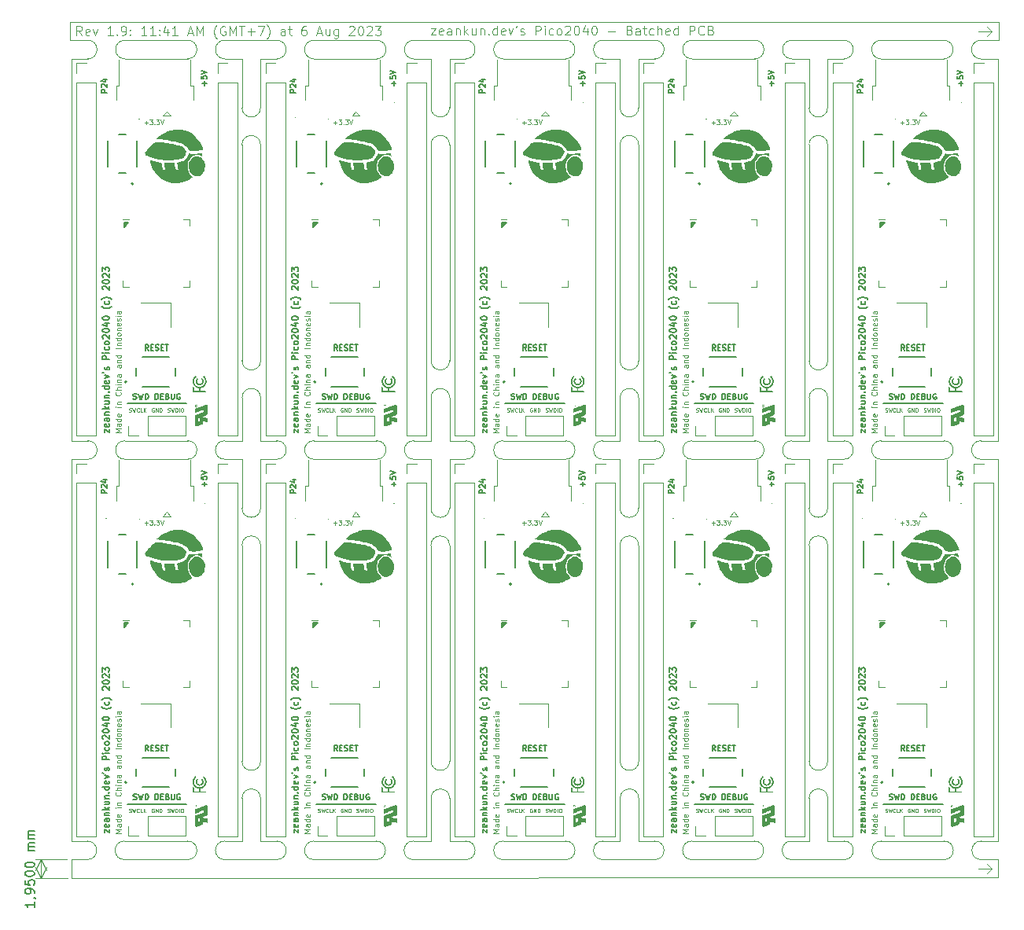
<source format=gto>
G04 #@! TF.GenerationSoftware,KiCad,Pcbnew,7.0.6*
G04 #@! TF.CreationDate,2023-08-06T12:05:31+07:00*
G04 #@! TF.ProjectId,RP2040-Test-MassProduction,52503230-3430-42d5-9465-73742d4d6173,rev?*
G04 #@! TF.SameCoordinates,Original*
G04 #@! TF.FileFunction,Legend,Top*
G04 #@! TF.FilePolarity,Positive*
%FSLAX46Y46*%
G04 Gerber Fmt 4.6, Leading zero omitted, Abs format (unit mm)*
G04 Created by KiCad (PCBNEW 7.0.6) date 2023-08-06 12:05:31*
%MOMM*%
%LPD*%
G01*
G04 APERTURE LIST*
%ADD10C,0.100000*%
%ADD11C,0.150000*%
%ADD12C,0.050000*%
%ADD13C,0.125000*%
%ADD14C,0.120000*%
%ADD15C,0.127000*%
%ADD16C,0.200000*%
G04 #@! TA.AperFunction,Profile*
%ADD17C,0.100000*%
G04 #@! TD*
G04 #@! TA.AperFunction,Profile*
%ADD18C,0.050000*%
G04 #@! TD*
G04 APERTURE END LIST*
D10*
X179500000Y-147700000D02*
X179000000Y-148200000D01*
X178000000Y-147700000D02*
X179500000Y-147700000D01*
X179500000Y-147700000D02*
X179000000Y-147200000D01*
D11*
X86040488Y-121706279D02*
X86040488Y-121206279D01*
X86540488Y-121206279D01*
X86040488Y-121706279D01*
G36*
X86040488Y-121706279D02*
G01*
X86040488Y-121206279D01*
X86540488Y-121206279D01*
X86040488Y-121706279D01*
G37*
D10*
X179500000Y-57500000D02*
X179000000Y-58000000D01*
D11*
X106740488Y-140706279D02*
X113140488Y-140706279D01*
D10*
X179000000Y-57000000D02*
X179500000Y-57500000D01*
D11*
X167440488Y-121706279D02*
X167440488Y-121206279D01*
X167940488Y-121206279D01*
X167440488Y-121706279D01*
G36*
X167440488Y-121706279D02*
G01*
X167440488Y-121206279D01*
X167940488Y-121206279D01*
X167440488Y-121706279D01*
G37*
D10*
X179500000Y-57500000D02*
X179000000Y-57000000D01*
D11*
X126740488Y-121706279D02*
X126740488Y-121206279D01*
X127240488Y-121206279D01*
X126740488Y-121706279D01*
G36*
X126740488Y-121706279D02*
G01*
X126740488Y-121206279D01*
X127240488Y-121206279D01*
X126740488Y-121706279D01*
G37*
X86040488Y-78576279D02*
X86040488Y-78076279D01*
X86540488Y-78076279D01*
X86040488Y-78576279D01*
G36*
X86040488Y-78576279D02*
G01*
X86040488Y-78076279D01*
X86540488Y-78076279D01*
X86040488Y-78576279D01*
G37*
X106740488Y-97576279D02*
X113140488Y-97576279D01*
D10*
X178000000Y-57500000D02*
X179500000Y-57500000D01*
X179500000Y-57500000D02*
X178000000Y-57500000D01*
D11*
X127090488Y-97576279D02*
X133490488Y-97576279D01*
X127090488Y-140706279D02*
X133490488Y-140706279D01*
X147090488Y-78576279D02*
X147090488Y-78076279D01*
X147590488Y-78076279D01*
X147090488Y-78576279D01*
G36*
X147090488Y-78576279D02*
G01*
X147090488Y-78076279D01*
X147590488Y-78076279D01*
X147090488Y-78576279D01*
G37*
X147440488Y-140706279D02*
X153840488Y-140706279D01*
X126740488Y-78576279D02*
X126740488Y-78076279D01*
X127240488Y-78076279D01*
X126740488Y-78576279D01*
G36*
X126740488Y-78576279D02*
G01*
X126740488Y-78076279D01*
X127240488Y-78076279D01*
X126740488Y-78576279D01*
G37*
X106390488Y-121706279D02*
X106390488Y-121206279D01*
X106890488Y-121206279D01*
X106390488Y-121706279D01*
G36*
X106390488Y-121706279D02*
G01*
X106390488Y-121206279D01*
X106890488Y-121206279D01*
X106390488Y-121706279D01*
G37*
X167790488Y-97576279D02*
X174190488Y-97576279D01*
X147440488Y-97576279D02*
X153840488Y-97576279D01*
X106390488Y-78576279D02*
X106390488Y-78076279D01*
X106890488Y-78076279D01*
X106390488Y-78576279D01*
G36*
X106390488Y-78576279D02*
G01*
X106390488Y-78076279D01*
X106890488Y-78076279D01*
X106390488Y-78576279D01*
G37*
X167440488Y-78576279D02*
X167440488Y-78076279D01*
X167940488Y-78076279D01*
X167440488Y-78576279D01*
G36*
X167440488Y-78576279D02*
G01*
X167440488Y-78076279D01*
X167940488Y-78076279D01*
X167440488Y-78576279D01*
G37*
X86390488Y-97576279D02*
X92790488Y-97576279D01*
X86390488Y-140706279D02*
X92790488Y-140706279D01*
X147090488Y-121706279D02*
X147090488Y-121206279D01*
X147590488Y-121206279D01*
X147090488Y-121706279D01*
G36*
X147090488Y-121706279D02*
G01*
X147090488Y-121206279D01*
X147590488Y-121206279D01*
X147090488Y-121706279D01*
G37*
X167790488Y-140706279D02*
X174190488Y-140706279D01*
D12*
X89278143Y-141223774D02*
X89240048Y-141204726D01*
X89240048Y-141204726D02*
X89182905Y-141204726D01*
X89182905Y-141204726D02*
X89125762Y-141223774D01*
X89125762Y-141223774D02*
X89087667Y-141261869D01*
X89087667Y-141261869D02*
X89068620Y-141299964D01*
X89068620Y-141299964D02*
X89049572Y-141376155D01*
X89049572Y-141376155D02*
X89049572Y-141433298D01*
X89049572Y-141433298D02*
X89068620Y-141509488D01*
X89068620Y-141509488D02*
X89087667Y-141547583D01*
X89087667Y-141547583D02*
X89125762Y-141585679D01*
X89125762Y-141585679D02*
X89182905Y-141604726D01*
X89182905Y-141604726D02*
X89221001Y-141604726D01*
X89221001Y-141604726D02*
X89278143Y-141585679D01*
X89278143Y-141585679D02*
X89297191Y-141566631D01*
X89297191Y-141566631D02*
X89297191Y-141433298D01*
X89297191Y-141433298D02*
X89221001Y-141433298D01*
X89468620Y-141604726D02*
X89468620Y-141204726D01*
X89468620Y-141204726D02*
X89697191Y-141604726D01*
X89697191Y-141604726D02*
X89697191Y-141204726D01*
X89887668Y-141604726D02*
X89887668Y-141204726D01*
X89887668Y-141204726D02*
X89982906Y-141204726D01*
X89982906Y-141204726D02*
X90040049Y-141223774D01*
X90040049Y-141223774D02*
X90078144Y-141261869D01*
X90078144Y-141261869D02*
X90097191Y-141299964D01*
X90097191Y-141299964D02*
X90116239Y-141376155D01*
X90116239Y-141376155D02*
X90116239Y-141433298D01*
X90116239Y-141433298D02*
X90097191Y-141509488D01*
X90097191Y-141509488D02*
X90078144Y-141547583D01*
X90078144Y-141547583D02*
X90040049Y-141585679D01*
X90040049Y-141585679D02*
X89982906Y-141604726D01*
X89982906Y-141604726D02*
X89887668Y-141604726D01*
D11*
X88674886Y-91845050D02*
X88474886Y-91559336D01*
X88332029Y-91845050D02*
X88332029Y-91245050D01*
X88332029Y-91245050D02*
X88560600Y-91245050D01*
X88560600Y-91245050D02*
X88617743Y-91273621D01*
X88617743Y-91273621D02*
X88646314Y-91302193D01*
X88646314Y-91302193D02*
X88674886Y-91359336D01*
X88674886Y-91359336D02*
X88674886Y-91445050D01*
X88674886Y-91445050D02*
X88646314Y-91502193D01*
X88646314Y-91502193D02*
X88617743Y-91530764D01*
X88617743Y-91530764D02*
X88560600Y-91559336D01*
X88560600Y-91559336D02*
X88332029Y-91559336D01*
X88932029Y-91530764D02*
X89132029Y-91530764D01*
X89217743Y-91845050D02*
X88932029Y-91845050D01*
X88932029Y-91845050D02*
X88932029Y-91245050D01*
X88932029Y-91245050D02*
X89217743Y-91245050D01*
X89446314Y-91816479D02*
X89532029Y-91845050D01*
X89532029Y-91845050D02*
X89674886Y-91845050D01*
X89674886Y-91845050D02*
X89732029Y-91816479D01*
X89732029Y-91816479D02*
X89760600Y-91787907D01*
X89760600Y-91787907D02*
X89789171Y-91730764D01*
X89789171Y-91730764D02*
X89789171Y-91673621D01*
X89789171Y-91673621D02*
X89760600Y-91616479D01*
X89760600Y-91616479D02*
X89732029Y-91587907D01*
X89732029Y-91587907D02*
X89674886Y-91559336D01*
X89674886Y-91559336D02*
X89560600Y-91530764D01*
X89560600Y-91530764D02*
X89503457Y-91502193D01*
X89503457Y-91502193D02*
X89474886Y-91473621D01*
X89474886Y-91473621D02*
X89446314Y-91416479D01*
X89446314Y-91416479D02*
X89446314Y-91359336D01*
X89446314Y-91359336D02*
X89474886Y-91302193D01*
X89474886Y-91302193D02*
X89503457Y-91273621D01*
X89503457Y-91273621D02*
X89560600Y-91245050D01*
X89560600Y-91245050D02*
X89703457Y-91245050D01*
X89703457Y-91245050D02*
X89789171Y-91273621D01*
X90046315Y-91530764D02*
X90246315Y-91530764D01*
X90332029Y-91845050D02*
X90046315Y-91845050D01*
X90046315Y-91845050D02*
X90046315Y-91245050D01*
X90046315Y-91245050D02*
X90332029Y-91245050D01*
X90503457Y-91245050D02*
X90846315Y-91245050D01*
X90674886Y-91845050D02*
X90674886Y-91245050D01*
X83980354Y-143807595D02*
X83980354Y-143440928D01*
X83980354Y-143440928D02*
X84447021Y-143807595D01*
X84447021Y-143807595D02*
X84447021Y-143440928D01*
X84413688Y-142907594D02*
X84447021Y-142974261D01*
X84447021Y-142974261D02*
X84447021Y-143107594D01*
X84447021Y-143107594D02*
X84413688Y-143174261D01*
X84413688Y-143174261D02*
X84347021Y-143207594D01*
X84347021Y-143207594D02*
X84080354Y-143207594D01*
X84080354Y-143207594D02*
X84013688Y-143174261D01*
X84013688Y-143174261D02*
X83980354Y-143107594D01*
X83980354Y-143107594D02*
X83980354Y-142974261D01*
X83980354Y-142974261D02*
X84013688Y-142907594D01*
X84013688Y-142907594D02*
X84080354Y-142874261D01*
X84080354Y-142874261D02*
X84147021Y-142874261D01*
X84147021Y-142874261D02*
X84213688Y-143207594D01*
X84447021Y-142274261D02*
X84080354Y-142274261D01*
X84080354Y-142274261D02*
X84013688Y-142307594D01*
X84013688Y-142307594D02*
X83980354Y-142374261D01*
X83980354Y-142374261D02*
X83980354Y-142507594D01*
X83980354Y-142507594D02*
X84013688Y-142574261D01*
X84413688Y-142274261D02*
X84447021Y-142340928D01*
X84447021Y-142340928D02*
X84447021Y-142507594D01*
X84447021Y-142507594D02*
X84413688Y-142574261D01*
X84413688Y-142574261D02*
X84347021Y-142607594D01*
X84347021Y-142607594D02*
X84280354Y-142607594D01*
X84280354Y-142607594D02*
X84213688Y-142574261D01*
X84213688Y-142574261D02*
X84180354Y-142507594D01*
X84180354Y-142507594D02*
X84180354Y-142340928D01*
X84180354Y-142340928D02*
X84147021Y-142274261D01*
X83980354Y-141940928D02*
X84447021Y-141940928D01*
X84047021Y-141940928D02*
X84013688Y-141907595D01*
X84013688Y-141907595D02*
X83980354Y-141840928D01*
X83980354Y-141840928D02*
X83980354Y-141740928D01*
X83980354Y-141740928D02*
X84013688Y-141674261D01*
X84013688Y-141674261D02*
X84080354Y-141640928D01*
X84080354Y-141640928D02*
X84447021Y-141640928D01*
X84447021Y-141307595D02*
X83747021Y-141307595D01*
X84180354Y-141240928D02*
X84447021Y-141040928D01*
X83980354Y-141040928D02*
X84247021Y-141307595D01*
X83980354Y-140440928D02*
X84447021Y-140440928D01*
X83980354Y-140740928D02*
X84347021Y-140740928D01*
X84347021Y-140740928D02*
X84413688Y-140707595D01*
X84413688Y-140707595D02*
X84447021Y-140640928D01*
X84447021Y-140640928D02*
X84447021Y-140540928D01*
X84447021Y-140540928D02*
X84413688Y-140474261D01*
X84413688Y-140474261D02*
X84380354Y-140440928D01*
X83980354Y-140107595D02*
X84447021Y-140107595D01*
X84047021Y-140107595D02*
X84013688Y-140074262D01*
X84013688Y-140074262D02*
X83980354Y-140007595D01*
X83980354Y-140007595D02*
X83980354Y-139907595D01*
X83980354Y-139907595D02*
X84013688Y-139840928D01*
X84013688Y-139840928D02*
X84080354Y-139807595D01*
X84080354Y-139807595D02*
X84447021Y-139807595D01*
X84380354Y-139474262D02*
X84413688Y-139440929D01*
X84413688Y-139440929D02*
X84447021Y-139474262D01*
X84447021Y-139474262D02*
X84413688Y-139507595D01*
X84413688Y-139507595D02*
X84380354Y-139474262D01*
X84380354Y-139474262D02*
X84447021Y-139474262D01*
X84447021Y-138840929D02*
X83747021Y-138840929D01*
X84413688Y-138840929D02*
X84447021Y-138907596D01*
X84447021Y-138907596D02*
X84447021Y-139040929D01*
X84447021Y-139040929D02*
X84413688Y-139107596D01*
X84413688Y-139107596D02*
X84380354Y-139140929D01*
X84380354Y-139140929D02*
X84313688Y-139174262D01*
X84313688Y-139174262D02*
X84113688Y-139174262D01*
X84113688Y-139174262D02*
X84047021Y-139140929D01*
X84047021Y-139140929D02*
X84013688Y-139107596D01*
X84013688Y-139107596D02*
X83980354Y-139040929D01*
X83980354Y-139040929D02*
X83980354Y-138907596D01*
X83980354Y-138907596D02*
X84013688Y-138840929D01*
X84413688Y-138240929D02*
X84447021Y-138307596D01*
X84447021Y-138307596D02*
X84447021Y-138440929D01*
X84447021Y-138440929D02*
X84413688Y-138507596D01*
X84413688Y-138507596D02*
X84347021Y-138540929D01*
X84347021Y-138540929D02*
X84080354Y-138540929D01*
X84080354Y-138540929D02*
X84013688Y-138507596D01*
X84013688Y-138507596D02*
X83980354Y-138440929D01*
X83980354Y-138440929D02*
X83980354Y-138307596D01*
X83980354Y-138307596D02*
X84013688Y-138240929D01*
X84013688Y-138240929D02*
X84080354Y-138207596D01*
X84080354Y-138207596D02*
X84147021Y-138207596D01*
X84147021Y-138207596D02*
X84213688Y-138540929D01*
X83980354Y-137974263D02*
X84447021Y-137807596D01*
X84447021Y-137807596D02*
X83980354Y-137640929D01*
X83747021Y-137340930D02*
X83880354Y-137407596D01*
X84413688Y-137074263D02*
X84447021Y-137007597D01*
X84447021Y-137007597D02*
X84447021Y-136874263D01*
X84447021Y-136874263D02*
X84413688Y-136807597D01*
X84413688Y-136807597D02*
X84347021Y-136774263D01*
X84347021Y-136774263D02*
X84313688Y-136774263D01*
X84313688Y-136774263D02*
X84247021Y-136807597D01*
X84247021Y-136807597D02*
X84213688Y-136874263D01*
X84213688Y-136874263D02*
X84213688Y-136974263D01*
X84213688Y-136974263D02*
X84180354Y-137040930D01*
X84180354Y-137040930D02*
X84113688Y-137074263D01*
X84113688Y-137074263D02*
X84080354Y-137074263D01*
X84080354Y-137074263D02*
X84013688Y-137040930D01*
X84013688Y-137040930D02*
X83980354Y-136974263D01*
X83980354Y-136974263D02*
X83980354Y-136874263D01*
X83980354Y-136874263D02*
X84013688Y-136807597D01*
X84447021Y-135940930D02*
X83747021Y-135940930D01*
X83747021Y-135940930D02*
X83747021Y-135674263D01*
X83747021Y-135674263D02*
X83780354Y-135607597D01*
X83780354Y-135607597D02*
X83813688Y-135574263D01*
X83813688Y-135574263D02*
X83880354Y-135540930D01*
X83880354Y-135540930D02*
X83980354Y-135540930D01*
X83980354Y-135540930D02*
X84047021Y-135574263D01*
X84047021Y-135574263D02*
X84080354Y-135607597D01*
X84080354Y-135607597D02*
X84113688Y-135674263D01*
X84113688Y-135674263D02*
X84113688Y-135940930D01*
X84447021Y-135240930D02*
X83980354Y-135240930D01*
X83747021Y-135240930D02*
X83780354Y-135274263D01*
X83780354Y-135274263D02*
X83813688Y-135240930D01*
X83813688Y-135240930D02*
X83780354Y-135207597D01*
X83780354Y-135207597D02*
X83747021Y-135240930D01*
X83747021Y-135240930D02*
X83813688Y-135240930D01*
X84413688Y-134607597D02*
X84447021Y-134674264D01*
X84447021Y-134674264D02*
X84447021Y-134807597D01*
X84447021Y-134807597D02*
X84413688Y-134874264D01*
X84413688Y-134874264D02*
X84380354Y-134907597D01*
X84380354Y-134907597D02*
X84313688Y-134940930D01*
X84313688Y-134940930D02*
X84113688Y-134940930D01*
X84113688Y-134940930D02*
X84047021Y-134907597D01*
X84047021Y-134907597D02*
X84013688Y-134874264D01*
X84013688Y-134874264D02*
X83980354Y-134807597D01*
X83980354Y-134807597D02*
X83980354Y-134674264D01*
X83980354Y-134674264D02*
X84013688Y-134607597D01*
X84447021Y-134207597D02*
X84413688Y-134274264D01*
X84413688Y-134274264D02*
X84380354Y-134307597D01*
X84380354Y-134307597D02*
X84313688Y-134340930D01*
X84313688Y-134340930D02*
X84113688Y-134340930D01*
X84113688Y-134340930D02*
X84047021Y-134307597D01*
X84047021Y-134307597D02*
X84013688Y-134274264D01*
X84013688Y-134274264D02*
X83980354Y-134207597D01*
X83980354Y-134207597D02*
X83980354Y-134107597D01*
X83980354Y-134107597D02*
X84013688Y-134040930D01*
X84013688Y-134040930D02*
X84047021Y-134007597D01*
X84047021Y-134007597D02*
X84113688Y-133974264D01*
X84113688Y-133974264D02*
X84313688Y-133974264D01*
X84313688Y-133974264D02*
X84380354Y-134007597D01*
X84380354Y-134007597D02*
X84413688Y-134040930D01*
X84413688Y-134040930D02*
X84447021Y-134107597D01*
X84447021Y-134107597D02*
X84447021Y-134207597D01*
X83813688Y-133707597D02*
X83780354Y-133674264D01*
X83780354Y-133674264D02*
X83747021Y-133607597D01*
X83747021Y-133607597D02*
X83747021Y-133440931D01*
X83747021Y-133440931D02*
X83780354Y-133374264D01*
X83780354Y-133374264D02*
X83813688Y-133340931D01*
X83813688Y-133340931D02*
X83880354Y-133307597D01*
X83880354Y-133307597D02*
X83947021Y-133307597D01*
X83947021Y-133307597D02*
X84047021Y-133340931D01*
X84047021Y-133340931D02*
X84447021Y-133740931D01*
X84447021Y-133740931D02*
X84447021Y-133307597D01*
X83747021Y-132874264D02*
X83747021Y-132807597D01*
X83747021Y-132807597D02*
X83780354Y-132740930D01*
X83780354Y-132740930D02*
X83813688Y-132707597D01*
X83813688Y-132707597D02*
X83880354Y-132674264D01*
X83880354Y-132674264D02*
X84013688Y-132640930D01*
X84013688Y-132640930D02*
X84180354Y-132640930D01*
X84180354Y-132640930D02*
X84313688Y-132674264D01*
X84313688Y-132674264D02*
X84380354Y-132707597D01*
X84380354Y-132707597D02*
X84413688Y-132740930D01*
X84413688Y-132740930D02*
X84447021Y-132807597D01*
X84447021Y-132807597D02*
X84447021Y-132874264D01*
X84447021Y-132874264D02*
X84413688Y-132940930D01*
X84413688Y-132940930D02*
X84380354Y-132974264D01*
X84380354Y-132974264D02*
X84313688Y-133007597D01*
X84313688Y-133007597D02*
X84180354Y-133040930D01*
X84180354Y-133040930D02*
X84013688Y-133040930D01*
X84013688Y-133040930D02*
X83880354Y-133007597D01*
X83880354Y-133007597D02*
X83813688Y-132974264D01*
X83813688Y-132974264D02*
X83780354Y-132940930D01*
X83780354Y-132940930D02*
X83747021Y-132874264D01*
X83980354Y-132040930D02*
X84447021Y-132040930D01*
X83713688Y-132207597D02*
X84213688Y-132374263D01*
X84213688Y-132374263D02*
X84213688Y-131940930D01*
X83747021Y-131540930D02*
X83747021Y-131474263D01*
X83747021Y-131474263D02*
X83780354Y-131407596D01*
X83780354Y-131407596D02*
X83813688Y-131374263D01*
X83813688Y-131374263D02*
X83880354Y-131340930D01*
X83880354Y-131340930D02*
X84013688Y-131307596D01*
X84013688Y-131307596D02*
X84180354Y-131307596D01*
X84180354Y-131307596D02*
X84313688Y-131340930D01*
X84313688Y-131340930D02*
X84380354Y-131374263D01*
X84380354Y-131374263D02*
X84413688Y-131407596D01*
X84413688Y-131407596D02*
X84447021Y-131474263D01*
X84447021Y-131474263D02*
X84447021Y-131540930D01*
X84447021Y-131540930D02*
X84413688Y-131607596D01*
X84413688Y-131607596D02*
X84380354Y-131640930D01*
X84380354Y-131640930D02*
X84313688Y-131674263D01*
X84313688Y-131674263D02*
X84180354Y-131707596D01*
X84180354Y-131707596D02*
X84013688Y-131707596D01*
X84013688Y-131707596D02*
X83880354Y-131674263D01*
X83880354Y-131674263D02*
X83813688Y-131640930D01*
X83813688Y-131640930D02*
X83780354Y-131607596D01*
X83780354Y-131607596D02*
X83747021Y-131540930D01*
X84713688Y-130274263D02*
X84680354Y-130307596D01*
X84680354Y-130307596D02*
X84580354Y-130374263D01*
X84580354Y-130374263D02*
X84513688Y-130407596D01*
X84513688Y-130407596D02*
X84413688Y-130440930D01*
X84413688Y-130440930D02*
X84247021Y-130474263D01*
X84247021Y-130474263D02*
X84113688Y-130474263D01*
X84113688Y-130474263D02*
X83947021Y-130440930D01*
X83947021Y-130440930D02*
X83847021Y-130407596D01*
X83847021Y-130407596D02*
X83780354Y-130374263D01*
X83780354Y-130374263D02*
X83680354Y-130307596D01*
X83680354Y-130307596D02*
X83647021Y-130274263D01*
X84413688Y-129707596D02*
X84447021Y-129774263D01*
X84447021Y-129774263D02*
X84447021Y-129907596D01*
X84447021Y-129907596D02*
X84413688Y-129974263D01*
X84413688Y-129974263D02*
X84380354Y-130007596D01*
X84380354Y-130007596D02*
X84313688Y-130040929D01*
X84313688Y-130040929D02*
X84113688Y-130040929D01*
X84113688Y-130040929D02*
X84047021Y-130007596D01*
X84047021Y-130007596D02*
X84013688Y-129974263D01*
X84013688Y-129974263D02*
X83980354Y-129907596D01*
X83980354Y-129907596D02*
X83980354Y-129774263D01*
X83980354Y-129774263D02*
X84013688Y-129707596D01*
X84713688Y-129474263D02*
X84680354Y-129440929D01*
X84680354Y-129440929D02*
X84580354Y-129374263D01*
X84580354Y-129374263D02*
X84513688Y-129340929D01*
X84513688Y-129340929D02*
X84413688Y-129307596D01*
X84413688Y-129307596D02*
X84247021Y-129274263D01*
X84247021Y-129274263D02*
X84113688Y-129274263D01*
X84113688Y-129274263D02*
X83947021Y-129307596D01*
X83947021Y-129307596D02*
X83847021Y-129340929D01*
X83847021Y-129340929D02*
X83780354Y-129374263D01*
X83780354Y-129374263D02*
X83680354Y-129440929D01*
X83680354Y-129440929D02*
X83647021Y-129474263D01*
X83813688Y-128440929D02*
X83780354Y-128407596D01*
X83780354Y-128407596D02*
X83747021Y-128340929D01*
X83747021Y-128340929D02*
X83747021Y-128174263D01*
X83747021Y-128174263D02*
X83780354Y-128107596D01*
X83780354Y-128107596D02*
X83813688Y-128074263D01*
X83813688Y-128074263D02*
X83880354Y-128040929D01*
X83880354Y-128040929D02*
X83947021Y-128040929D01*
X83947021Y-128040929D02*
X84047021Y-128074263D01*
X84047021Y-128074263D02*
X84447021Y-128474263D01*
X84447021Y-128474263D02*
X84447021Y-128040929D01*
X83747021Y-127607596D02*
X83747021Y-127540929D01*
X83747021Y-127540929D02*
X83780354Y-127474262D01*
X83780354Y-127474262D02*
X83813688Y-127440929D01*
X83813688Y-127440929D02*
X83880354Y-127407596D01*
X83880354Y-127407596D02*
X84013688Y-127374262D01*
X84013688Y-127374262D02*
X84180354Y-127374262D01*
X84180354Y-127374262D02*
X84313688Y-127407596D01*
X84313688Y-127407596D02*
X84380354Y-127440929D01*
X84380354Y-127440929D02*
X84413688Y-127474262D01*
X84413688Y-127474262D02*
X84447021Y-127540929D01*
X84447021Y-127540929D02*
X84447021Y-127607596D01*
X84447021Y-127607596D02*
X84413688Y-127674262D01*
X84413688Y-127674262D02*
X84380354Y-127707596D01*
X84380354Y-127707596D02*
X84313688Y-127740929D01*
X84313688Y-127740929D02*
X84180354Y-127774262D01*
X84180354Y-127774262D02*
X84013688Y-127774262D01*
X84013688Y-127774262D02*
X83880354Y-127740929D01*
X83880354Y-127740929D02*
X83813688Y-127707596D01*
X83813688Y-127707596D02*
X83780354Y-127674262D01*
X83780354Y-127674262D02*
X83747021Y-127607596D01*
X83813688Y-127107595D02*
X83780354Y-127074262D01*
X83780354Y-127074262D02*
X83747021Y-127007595D01*
X83747021Y-127007595D02*
X83747021Y-126840929D01*
X83747021Y-126840929D02*
X83780354Y-126774262D01*
X83780354Y-126774262D02*
X83813688Y-126740929D01*
X83813688Y-126740929D02*
X83880354Y-126707595D01*
X83880354Y-126707595D02*
X83947021Y-126707595D01*
X83947021Y-126707595D02*
X84047021Y-126740929D01*
X84047021Y-126740929D02*
X84447021Y-127140929D01*
X84447021Y-127140929D02*
X84447021Y-126707595D01*
X83747021Y-126474262D02*
X83747021Y-126040928D01*
X83747021Y-126040928D02*
X84013688Y-126274262D01*
X84013688Y-126274262D02*
X84013688Y-126174262D01*
X84013688Y-126174262D02*
X84047021Y-126107595D01*
X84047021Y-126107595D02*
X84080354Y-126074262D01*
X84080354Y-126074262D02*
X84147021Y-126040928D01*
X84147021Y-126040928D02*
X84313688Y-126040928D01*
X84313688Y-126040928D02*
X84380354Y-126074262D01*
X84380354Y-126074262D02*
X84413688Y-126107595D01*
X84413688Y-126107595D02*
X84447021Y-126174262D01*
X84447021Y-126174262D02*
X84447021Y-126374262D01*
X84447021Y-126374262D02*
X84413688Y-126440928D01*
X84413688Y-126440928D02*
X84380354Y-126474262D01*
X84209259Y-64084737D02*
X83609259Y-64084737D01*
X83609259Y-64084737D02*
X83609259Y-63856166D01*
X83609259Y-63856166D02*
X83637830Y-63799023D01*
X83637830Y-63799023D02*
X83666402Y-63770452D01*
X83666402Y-63770452D02*
X83723545Y-63741880D01*
X83723545Y-63741880D02*
X83809259Y-63741880D01*
X83809259Y-63741880D02*
X83866402Y-63770452D01*
X83866402Y-63770452D02*
X83894973Y-63799023D01*
X83894973Y-63799023D02*
X83923545Y-63856166D01*
X83923545Y-63856166D02*
X83923545Y-64084737D01*
X83666402Y-63513309D02*
X83637830Y-63484737D01*
X83637830Y-63484737D02*
X83609259Y-63427595D01*
X83609259Y-63427595D02*
X83609259Y-63284737D01*
X83609259Y-63284737D02*
X83637830Y-63227595D01*
X83637830Y-63227595D02*
X83666402Y-63199023D01*
X83666402Y-63199023D02*
X83723545Y-63170452D01*
X83723545Y-63170452D02*
X83780688Y-63170452D01*
X83780688Y-63170452D02*
X83866402Y-63199023D01*
X83866402Y-63199023D02*
X84209259Y-63541880D01*
X84209259Y-63541880D02*
X84209259Y-63170452D01*
X83809259Y-62656166D02*
X84209259Y-62656166D01*
X83580688Y-62799023D02*
X84009259Y-62941880D01*
X84009259Y-62941880D02*
X84009259Y-62570451D01*
X155780688Y-63334737D02*
X155780688Y-62877595D01*
X156009259Y-63106166D02*
X155552116Y-63106166D01*
X155409259Y-62306166D02*
X155409259Y-62591880D01*
X155409259Y-62591880D02*
X155694973Y-62620452D01*
X155694973Y-62620452D02*
X155666402Y-62591880D01*
X155666402Y-62591880D02*
X155637830Y-62534738D01*
X155637830Y-62534738D02*
X155637830Y-62391880D01*
X155637830Y-62391880D02*
X155666402Y-62334738D01*
X155666402Y-62334738D02*
X155694973Y-62306166D01*
X155694973Y-62306166D02*
X155752116Y-62277595D01*
X155752116Y-62277595D02*
X155894973Y-62277595D01*
X155894973Y-62277595D02*
X155952116Y-62306166D01*
X155952116Y-62306166D02*
X155980688Y-62334738D01*
X155980688Y-62334738D02*
X156009259Y-62391880D01*
X156009259Y-62391880D02*
X156009259Y-62534738D01*
X156009259Y-62534738D02*
X155980688Y-62591880D01*
X155980688Y-62591880D02*
X155952116Y-62620452D01*
X155409259Y-62106166D02*
X156009259Y-61906166D01*
X156009259Y-61906166D02*
X155409259Y-61706166D01*
X115080688Y-63334737D02*
X115080688Y-62877595D01*
X115309259Y-63106166D02*
X114852116Y-63106166D01*
X114709259Y-62306166D02*
X114709259Y-62591880D01*
X114709259Y-62591880D02*
X114994973Y-62620452D01*
X114994973Y-62620452D02*
X114966402Y-62591880D01*
X114966402Y-62591880D02*
X114937830Y-62534738D01*
X114937830Y-62534738D02*
X114937830Y-62391880D01*
X114937830Y-62391880D02*
X114966402Y-62334738D01*
X114966402Y-62334738D02*
X114994973Y-62306166D01*
X114994973Y-62306166D02*
X115052116Y-62277595D01*
X115052116Y-62277595D02*
X115194973Y-62277595D01*
X115194973Y-62277595D02*
X115252116Y-62306166D01*
X115252116Y-62306166D02*
X115280688Y-62334738D01*
X115280688Y-62334738D02*
X115309259Y-62391880D01*
X115309259Y-62391880D02*
X115309259Y-62534738D01*
X115309259Y-62534738D02*
X115280688Y-62591880D01*
X115280688Y-62591880D02*
X115252116Y-62620452D01*
X114709259Y-62106166D02*
X115309259Y-61906166D01*
X115309259Y-61906166D02*
X114709259Y-61706166D01*
D12*
X170678143Y-98093774D02*
X170640048Y-98074726D01*
X170640048Y-98074726D02*
X170582905Y-98074726D01*
X170582905Y-98074726D02*
X170525762Y-98093774D01*
X170525762Y-98093774D02*
X170487667Y-98131869D01*
X170487667Y-98131869D02*
X170468620Y-98169964D01*
X170468620Y-98169964D02*
X170449572Y-98246155D01*
X170449572Y-98246155D02*
X170449572Y-98303298D01*
X170449572Y-98303298D02*
X170468620Y-98379488D01*
X170468620Y-98379488D02*
X170487667Y-98417583D01*
X170487667Y-98417583D02*
X170525762Y-98455679D01*
X170525762Y-98455679D02*
X170582905Y-98474726D01*
X170582905Y-98474726D02*
X170621001Y-98474726D01*
X170621001Y-98474726D02*
X170678143Y-98455679D01*
X170678143Y-98455679D02*
X170697191Y-98436631D01*
X170697191Y-98436631D02*
X170697191Y-98303298D01*
X170697191Y-98303298D02*
X170621001Y-98303298D01*
X170868620Y-98474726D02*
X170868620Y-98074726D01*
X170868620Y-98074726D02*
X171097191Y-98474726D01*
X171097191Y-98474726D02*
X171097191Y-98074726D01*
X171287668Y-98474726D02*
X171287668Y-98074726D01*
X171287668Y-98074726D02*
X171382906Y-98074726D01*
X171382906Y-98074726D02*
X171440049Y-98093774D01*
X171440049Y-98093774D02*
X171478144Y-98131869D01*
X171478144Y-98131869D02*
X171497191Y-98169964D01*
X171497191Y-98169964D02*
X171516239Y-98246155D01*
X171516239Y-98246155D02*
X171516239Y-98303298D01*
X171516239Y-98303298D02*
X171497191Y-98379488D01*
X171497191Y-98379488D02*
X171478144Y-98417583D01*
X171478144Y-98417583D02*
X171440049Y-98455679D01*
X171440049Y-98455679D02*
X171382906Y-98474726D01*
X171382906Y-98474726D02*
X171287668Y-98474726D01*
D11*
X124909259Y-107214737D02*
X124309259Y-107214737D01*
X124309259Y-107214737D02*
X124309259Y-106986166D01*
X124309259Y-106986166D02*
X124337830Y-106929023D01*
X124337830Y-106929023D02*
X124366402Y-106900452D01*
X124366402Y-106900452D02*
X124423545Y-106871880D01*
X124423545Y-106871880D02*
X124509259Y-106871880D01*
X124509259Y-106871880D02*
X124566402Y-106900452D01*
X124566402Y-106900452D02*
X124594973Y-106929023D01*
X124594973Y-106929023D02*
X124623545Y-106986166D01*
X124623545Y-106986166D02*
X124623545Y-107214737D01*
X124366402Y-106643309D02*
X124337830Y-106614737D01*
X124337830Y-106614737D02*
X124309259Y-106557595D01*
X124309259Y-106557595D02*
X124309259Y-106414737D01*
X124309259Y-106414737D02*
X124337830Y-106357595D01*
X124337830Y-106357595D02*
X124366402Y-106329023D01*
X124366402Y-106329023D02*
X124423545Y-106300452D01*
X124423545Y-106300452D02*
X124480688Y-106300452D01*
X124480688Y-106300452D02*
X124566402Y-106329023D01*
X124566402Y-106329023D02*
X124909259Y-106671880D01*
X124909259Y-106671880D02*
X124909259Y-106300452D01*
X124509259Y-105786166D02*
X124909259Y-105786166D01*
X124280688Y-105929023D02*
X124709259Y-106071880D01*
X124709259Y-106071880D02*
X124709259Y-105700451D01*
X165380354Y-100677595D02*
X165380354Y-100310928D01*
X165380354Y-100310928D02*
X165847021Y-100677595D01*
X165847021Y-100677595D02*
X165847021Y-100310928D01*
X165813688Y-99777594D02*
X165847021Y-99844261D01*
X165847021Y-99844261D02*
X165847021Y-99977594D01*
X165847021Y-99977594D02*
X165813688Y-100044261D01*
X165813688Y-100044261D02*
X165747021Y-100077594D01*
X165747021Y-100077594D02*
X165480354Y-100077594D01*
X165480354Y-100077594D02*
X165413688Y-100044261D01*
X165413688Y-100044261D02*
X165380354Y-99977594D01*
X165380354Y-99977594D02*
X165380354Y-99844261D01*
X165380354Y-99844261D02*
X165413688Y-99777594D01*
X165413688Y-99777594D02*
X165480354Y-99744261D01*
X165480354Y-99744261D02*
X165547021Y-99744261D01*
X165547021Y-99744261D02*
X165613688Y-100077594D01*
X165847021Y-99144261D02*
X165480354Y-99144261D01*
X165480354Y-99144261D02*
X165413688Y-99177594D01*
X165413688Y-99177594D02*
X165380354Y-99244261D01*
X165380354Y-99244261D02*
X165380354Y-99377594D01*
X165380354Y-99377594D02*
X165413688Y-99444261D01*
X165813688Y-99144261D02*
X165847021Y-99210928D01*
X165847021Y-99210928D02*
X165847021Y-99377594D01*
X165847021Y-99377594D02*
X165813688Y-99444261D01*
X165813688Y-99444261D02*
X165747021Y-99477594D01*
X165747021Y-99477594D02*
X165680354Y-99477594D01*
X165680354Y-99477594D02*
X165613688Y-99444261D01*
X165613688Y-99444261D02*
X165580354Y-99377594D01*
X165580354Y-99377594D02*
X165580354Y-99210928D01*
X165580354Y-99210928D02*
X165547021Y-99144261D01*
X165380354Y-98810928D02*
X165847021Y-98810928D01*
X165447021Y-98810928D02*
X165413688Y-98777595D01*
X165413688Y-98777595D02*
X165380354Y-98710928D01*
X165380354Y-98710928D02*
X165380354Y-98610928D01*
X165380354Y-98610928D02*
X165413688Y-98544261D01*
X165413688Y-98544261D02*
X165480354Y-98510928D01*
X165480354Y-98510928D02*
X165847021Y-98510928D01*
X165847021Y-98177595D02*
X165147021Y-98177595D01*
X165580354Y-98110928D02*
X165847021Y-97910928D01*
X165380354Y-97910928D02*
X165647021Y-98177595D01*
X165380354Y-97310928D02*
X165847021Y-97310928D01*
X165380354Y-97610928D02*
X165747021Y-97610928D01*
X165747021Y-97610928D02*
X165813688Y-97577595D01*
X165813688Y-97577595D02*
X165847021Y-97510928D01*
X165847021Y-97510928D02*
X165847021Y-97410928D01*
X165847021Y-97410928D02*
X165813688Y-97344261D01*
X165813688Y-97344261D02*
X165780354Y-97310928D01*
X165380354Y-96977595D02*
X165847021Y-96977595D01*
X165447021Y-96977595D02*
X165413688Y-96944262D01*
X165413688Y-96944262D02*
X165380354Y-96877595D01*
X165380354Y-96877595D02*
X165380354Y-96777595D01*
X165380354Y-96777595D02*
X165413688Y-96710928D01*
X165413688Y-96710928D02*
X165480354Y-96677595D01*
X165480354Y-96677595D02*
X165847021Y-96677595D01*
X165780354Y-96344262D02*
X165813688Y-96310929D01*
X165813688Y-96310929D02*
X165847021Y-96344262D01*
X165847021Y-96344262D02*
X165813688Y-96377595D01*
X165813688Y-96377595D02*
X165780354Y-96344262D01*
X165780354Y-96344262D02*
X165847021Y-96344262D01*
X165847021Y-95710929D02*
X165147021Y-95710929D01*
X165813688Y-95710929D02*
X165847021Y-95777596D01*
X165847021Y-95777596D02*
X165847021Y-95910929D01*
X165847021Y-95910929D02*
X165813688Y-95977596D01*
X165813688Y-95977596D02*
X165780354Y-96010929D01*
X165780354Y-96010929D02*
X165713688Y-96044262D01*
X165713688Y-96044262D02*
X165513688Y-96044262D01*
X165513688Y-96044262D02*
X165447021Y-96010929D01*
X165447021Y-96010929D02*
X165413688Y-95977596D01*
X165413688Y-95977596D02*
X165380354Y-95910929D01*
X165380354Y-95910929D02*
X165380354Y-95777596D01*
X165380354Y-95777596D02*
X165413688Y-95710929D01*
X165813688Y-95110929D02*
X165847021Y-95177596D01*
X165847021Y-95177596D02*
X165847021Y-95310929D01*
X165847021Y-95310929D02*
X165813688Y-95377596D01*
X165813688Y-95377596D02*
X165747021Y-95410929D01*
X165747021Y-95410929D02*
X165480354Y-95410929D01*
X165480354Y-95410929D02*
X165413688Y-95377596D01*
X165413688Y-95377596D02*
X165380354Y-95310929D01*
X165380354Y-95310929D02*
X165380354Y-95177596D01*
X165380354Y-95177596D02*
X165413688Y-95110929D01*
X165413688Y-95110929D02*
X165480354Y-95077596D01*
X165480354Y-95077596D02*
X165547021Y-95077596D01*
X165547021Y-95077596D02*
X165613688Y-95410929D01*
X165380354Y-94844263D02*
X165847021Y-94677596D01*
X165847021Y-94677596D02*
X165380354Y-94510929D01*
X165147021Y-94210930D02*
X165280354Y-94277596D01*
X165813688Y-93944263D02*
X165847021Y-93877597D01*
X165847021Y-93877597D02*
X165847021Y-93744263D01*
X165847021Y-93744263D02*
X165813688Y-93677597D01*
X165813688Y-93677597D02*
X165747021Y-93644263D01*
X165747021Y-93644263D02*
X165713688Y-93644263D01*
X165713688Y-93644263D02*
X165647021Y-93677597D01*
X165647021Y-93677597D02*
X165613688Y-93744263D01*
X165613688Y-93744263D02*
X165613688Y-93844263D01*
X165613688Y-93844263D02*
X165580354Y-93910930D01*
X165580354Y-93910930D02*
X165513688Y-93944263D01*
X165513688Y-93944263D02*
X165480354Y-93944263D01*
X165480354Y-93944263D02*
X165413688Y-93910930D01*
X165413688Y-93910930D02*
X165380354Y-93844263D01*
X165380354Y-93844263D02*
X165380354Y-93744263D01*
X165380354Y-93744263D02*
X165413688Y-93677597D01*
X165847021Y-92810930D02*
X165147021Y-92810930D01*
X165147021Y-92810930D02*
X165147021Y-92544263D01*
X165147021Y-92544263D02*
X165180354Y-92477597D01*
X165180354Y-92477597D02*
X165213688Y-92444263D01*
X165213688Y-92444263D02*
X165280354Y-92410930D01*
X165280354Y-92410930D02*
X165380354Y-92410930D01*
X165380354Y-92410930D02*
X165447021Y-92444263D01*
X165447021Y-92444263D02*
X165480354Y-92477597D01*
X165480354Y-92477597D02*
X165513688Y-92544263D01*
X165513688Y-92544263D02*
X165513688Y-92810930D01*
X165847021Y-92110930D02*
X165380354Y-92110930D01*
X165147021Y-92110930D02*
X165180354Y-92144263D01*
X165180354Y-92144263D02*
X165213688Y-92110930D01*
X165213688Y-92110930D02*
X165180354Y-92077597D01*
X165180354Y-92077597D02*
X165147021Y-92110930D01*
X165147021Y-92110930D02*
X165213688Y-92110930D01*
X165813688Y-91477597D02*
X165847021Y-91544264D01*
X165847021Y-91544264D02*
X165847021Y-91677597D01*
X165847021Y-91677597D02*
X165813688Y-91744264D01*
X165813688Y-91744264D02*
X165780354Y-91777597D01*
X165780354Y-91777597D02*
X165713688Y-91810930D01*
X165713688Y-91810930D02*
X165513688Y-91810930D01*
X165513688Y-91810930D02*
X165447021Y-91777597D01*
X165447021Y-91777597D02*
X165413688Y-91744264D01*
X165413688Y-91744264D02*
X165380354Y-91677597D01*
X165380354Y-91677597D02*
X165380354Y-91544264D01*
X165380354Y-91544264D02*
X165413688Y-91477597D01*
X165847021Y-91077597D02*
X165813688Y-91144264D01*
X165813688Y-91144264D02*
X165780354Y-91177597D01*
X165780354Y-91177597D02*
X165713688Y-91210930D01*
X165713688Y-91210930D02*
X165513688Y-91210930D01*
X165513688Y-91210930D02*
X165447021Y-91177597D01*
X165447021Y-91177597D02*
X165413688Y-91144264D01*
X165413688Y-91144264D02*
X165380354Y-91077597D01*
X165380354Y-91077597D02*
X165380354Y-90977597D01*
X165380354Y-90977597D02*
X165413688Y-90910930D01*
X165413688Y-90910930D02*
X165447021Y-90877597D01*
X165447021Y-90877597D02*
X165513688Y-90844264D01*
X165513688Y-90844264D02*
X165713688Y-90844264D01*
X165713688Y-90844264D02*
X165780354Y-90877597D01*
X165780354Y-90877597D02*
X165813688Y-90910930D01*
X165813688Y-90910930D02*
X165847021Y-90977597D01*
X165847021Y-90977597D02*
X165847021Y-91077597D01*
X165213688Y-90577597D02*
X165180354Y-90544264D01*
X165180354Y-90544264D02*
X165147021Y-90477597D01*
X165147021Y-90477597D02*
X165147021Y-90310931D01*
X165147021Y-90310931D02*
X165180354Y-90244264D01*
X165180354Y-90244264D02*
X165213688Y-90210931D01*
X165213688Y-90210931D02*
X165280354Y-90177597D01*
X165280354Y-90177597D02*
X165347021Y-90177597D01*
X165347021Y-90177597D02*
X165447021Y-90210931D01*
X165447021Y-90210931D02*
X165847021Y-90610931D01*
X165847021Y-90610931D02*
X165847021Y-90177597D01*
X165147021Y-89744264D02*
X165147021Y-89677597D01*
X165147021Y-89677597D02*
X165180354Y-89610930D01*
X165180354Y-89610930D02*
X165213688Y-89577597D01*
X165213688Y-89577597D02*
X165280354Y-89544264D01*
X165280354Y-89544264D02*
X165413688Y-89510930D01*
X165413688Y-89510930D02*
X165580354Y-89510930D01*
X165580354Y-89510930D02*
X165713688Y-89544264D01*
X165713688Y-89544264D02*
X165780354Y-89577597D01*
X165780354Y-89577597D02*
X165813688Y-89610930D01*
X165813688Y-89610930D02*
X165847021Y-89677597D01*
X165847021Y-89677597D02*
X165847021Y-89744264D01*
X165847021Y-89744264D02*
X165813688Y-89810930D01*
X165813688Y-89810930D02*
X165780354Y-89844264D01*
X165780354Y-89844264D02*
X165713688Y-89877597D01*
X165713688Y-89877597D02*
X165580354Y-89910930D01*
X165580354Y-89910930D02*
X165413688Y-89910930D01*
X165413688Y-89910930D02*
X165280354Y-89877597D01*
X165280354Y-89877597D02*
X165213688Y-89844264D01*
X165213688Y-89844264D02*
X165180354Y-89810930D01*
X165180354Y-89810930D02*
X165147021Y-89744264D01*
X165380354Y-88910930D02*
X165847021Y-88910930D01*
X165113688Y-89077597D02*
X165613688Y-89244263D01*
X165613688Y-89244263D02*
X165613688Y-88810930D01*
X165147021Y-88410930D02*
X165147021Y-88344263D01*
X165147021Y-88344263D02*
X165180354Y-88277596D01*
X165180354Y-88277596D02*
X165213688Y-88244263D01*
X165213688Y-88244263D02*
X165280354Y-88210930D01*
X165280354Y-88210930D02*
X165413688Y-88177596D01*
X165413688Y-88177596D02*
X165580354Y-88177596D01*
X165580354Y-88177596D02*
X165713688Y-88210930D01*
X165713688Y-88210930D02*
X165780354Y-88244263D01*
X165780354Y-88244263D02*
X165813688Y-88277596D01*
X165813688Y-88277596D02*
X165847021Y-88344263D01*
X165847021Y-88344263D02*
X165847021Y-88410930D01*
X165847021Y-88410930D02*
X165813688Y-88477596D01*
X165813688Y-88477596D02*
X165780354Y-88510930D01*
X165780354Y-88510930D02*
X165713688Y-88544263D01*
X165713688Y-88544263D02*
X165580354Y-88577596D01*
X165580354Y-88577596D02*
X165413688Y-88577596D01*
X165413688Y-88577596D02*
X165280354Y-88544263D01*
X165280354Y-88544263D02*
X165213688Y-88510930D01*
X165213688Y-88510930D02*
X165180354Y-88477596D01*
X165180354Y-88477596D02*
X165147021Y-88410930D01*
X166113688Y-87144263D02*
X166080354Y-87177596D01*
X166080354Y-87177596D02*
X165980354Y-87244263D01*
X165980354Y-87244263D02*
X165913688Y-87277596D01*
X165913688Y-87277596D02*
X165813688Y-87310930D01*
X165813688Y-87310930D02*
X165647021Y-87344263D01*
X165647021Y-87344263D02*
X165513688Y-87344263D01*
X165513688Y-87344263D02*
X165347021Y-87310930D01*
X165347021Y-87310930D02*
X165247021Y-87277596D01*
X165247021Y-87277596D02*
X165180354Y-87244263D01*
X165180354Y-87244263D02*
X165080354Y-87177596D01*
X165080354Y-87177596D02*
X165047021Y-87144263D01*
X165813688Y-86577596D02*
X165847021Y-86644263D01*
X165847021Y-86644263D02*
X165847021Y-86777596D01*
X165847021Y-86777596D02*
X165813688Y-86844263D01*
X165813688Y-86844263D02*
X165780354Y-86877596D01*
X165780354Y-86877596D02*
X165713688Y-86910929D01*
X165713688Y-86910929D02*
X165513688Y-86910929D01*
X165513688Y-86910929D02*
X165447021Y-86877596D01*
X165447021Y-86877596D02*
X165413688Y-86844263D01*
X165413688Y-86844263D02*
X165380354Y-86777596D01*
X165380354Y-86777596D02*
X165380354Y-86644263D01*
X165380354Y-86644263D02*
X165413688Y-86577596D01*
X166113688Y-86344263D02*
X166080354Y-86310929D01*
X166080354Y-86310929D02*
X165980354Y-86244263D01*
X165980354Y-86244263D02*
X165913688Y-86210929D01*
X165913688Y-86210929D02*
X165813688Y-86177596D01*
X165813688Y-86177596D02*
X165647021Y-86144263D01*
X165647021Y-86144263D02*
X165513688Y-86144263D01*
X165513688Y-86144263D02*
X165347021Y-86177596D01*
X165347021Y-86177596D02*
X165247021Y-86210929D01*
X165247021Y-86210929D02*
X165180354Y-86244263D01*
X165180354Y-86244263D02*
X165080354Y-86310929D01*
X165080354Y-86310929D02*
X165047021Y-86344263D01*
X165213688Y-85310929D02*
X165180354Y-85277596D01*
X165180354Y-85277596D02*
X165147021Y-85210929D01*
X165147021Y-85210929D02*
X165147021Y-85044263D01*
X165147021Y-85044263D02*
X165180354Y-84977596D01*
X165180354Y-84977596D02*
X165213688Y-84944263D01*
X165213688Y-84944263D02*
X165280354Y-84910929D01*
X165280354Y-84910929D02*
X165347021Y-84910929D01*
X165347021Y-84910929D02*
X165447021Y-84944263D01*
X165447021Y-84944263D02*
X165847021Y-85344263D01*
X165847021Y-85344263D02*
X165847021Y-84910929D01*
X165147021Y-84477596D02*
X165147021Y-84410929D01*
X165147021Y-84410929D02*
X165180354Y-84344262D01*
X165180354Y-84344262D02*
X165213688Y-84310929D01*
X165213688Y-84310929D02*
X165280354Y-84277596D01*
X165280354Y-84277596D02*
X165413688Y-84244262D01*
X165413688Y-84244262D02*
X165580354Y-84244262D01*
X165580354Y-84244262D02*
X165713688Y-84277596D01*
X165713688Y-84277596D02*
X165780354Y-84310929D01*
X165780354Y-84310929D02*
X165813688Y-84344262D01*
X165813688Y-84344262D02*
X165847021Y-84410929D01*
X165847021Y-84410929D02*
X165847021Y-84477596D01*
X165847021Y-84477596D02*
X165813688Y-84544262D01*
X165813688Y-84544262D02*
X165780354Y-84577596D01*
X165780354Y-84577596D02*
X165713688Y-84610929D01*
X165713688Y-84610929D02*
X165580354Y-84644262D01*
X165580354Y-84644262D02*
X165413688Y-84644262D01*
X165413688Y-84644262D02*
X165280354Y-84610929D01*
X165280354Y-84610929D02*
X165213688Y-84577596D01*
X165213688Y-84577596D02*
X165180354Y-84544262D01*
X165180354Y-84544262D02*
X165147021Y-84477596D01*
X165213688Y-83977595D02*
X165180354Y-83944262D01*
X165180354Y-83944262D02*
X165147021Y-83877595D01*
X165147021Y-83877595D02*
X165147021Y-83710929D01*
X165147021Y-83710929D02*
X165180354Y-83644262D01*
X165180354Y-83644262D02*
X165213688Y-83610929D01*
X165213688Y-83610929D02*
X165280354Y-83577595D01*
X165280354Y-83577595D02*
X165347021Y-83577595D01*
X165347021Y-83577595D02*
X165447021Y-83610929D01*
X165447021Y-83610929D02*
X165847021Y-84010929D01*
X165847021Y-84010929D02*
X165847021Y-83577595D01*
X165147021Y-83344262D02*
X165147021Y-82910928D01*
X165147021Y-82910928D02*
X165413688Y-83144262D01*
X165413688Y-83144262D02*
X165413688Y-83044262D01*
X165413688Y-83044262D02*
X165447021Y-82977595D01*
X165447021Y-82977595D02*
X165480354Y-82944262D01*
X165480354Y-82944262D02*
X165547021Y-82910928D01*
X165547021Y-82910928D02*
X165713688Y-82910928D01*
X165713688Y-82910928D02*
X165780354Y-82944262D01*
X165780354Y-82944262D02*
X165813688Y-82977595D01*
X165813688Y-82977595D02*
X165847021Y-83044262D01*
X165847021Y-83044262D02*
X165847021Y-83244262D01*
X165847021Y-83244262D02*
X165813688Y-83310928D01*
X165813688Y-83310928D02*
X165780354Y-83344262D01*
D13*
X128941771Y-110448112D02*
X129322724Y-110448112D01*
X129132247Y-110638588D02*
X129132247Y-110257636D01*
X129513200Y-110138588D02*
X129822724Y-110138588D01*
X129822724Y-110138588D02*
X129656057Y-110329064D01*
X129656057Y-110329064D02*
X129727486Y-110329064D01*
X129727486Y-110329064D02*
X129775105Y-110352874D01*
X129775105Y-110352874D02*
X129798914Y-110376683D01*
X129798914Y-110376683D02*
X129822724Y-110424302D01*
X129822724Y-110424302D02*
X129822724Y-110543350D01*
X129822724Y-110543350D02*
X129798914Y-110590969D01*
X129798914Y-110590969D02*
X129775105Y-110614779D01*
X129775105Y-110614779D02*
X129727486Y-110638588D01*
X129727486Y-110638588D02*
X129584629Y-110638588D01*
X129584629Y-110638588D02*
X129537010Y-110614779D01*
X129537010Y-110614779D02*
X129513200Y-110590969D01*
X130037009Y-110590969D02*
X130060819Y-110614779D01*
X130060819Y-110614779D02*
X130037009Y-110638588D01*
X130037009Y-110638588D02*
X130013200Y-110614779D01*
X130013200Y-110614779D02*
X130037009Y-110590969D01*
X130037009Y-110590969D02*
X130037009Y-110638588D01*
X130227485Y-110138588D02*
X130537009Y-110138588D01*
X130537009Y-110138588D02*
X130370342Y-110329064D01*
X130370342Y-110329064D02*
X130441771Y-110329064D01*
X130441771Y-110329064D02*
X130489390Y-110352874D01*
X130489390Y-110352874D02*
X130513199Y-110376683D01*
X130513199Y-110376683D02*
X130537009Y-110424302D01*
X130537009Y-110424302D02*
X130537009Y-110543350D01*
X130537009Y-110543350D02*
X130513199Y-110590969D01*
X130513199Y-110590969D02*
X130489390Y-110614779D01*
X130489390Y-110614779D02*
X130441771Y-110638588D01*
X130441771Y-110638588D02*
X130298914Y-110638588D01*
X130298914Y-110638588D02*
X130251295Y-110614779D01*
X130251295Y-110614779D02*
X130227485Y-110590969D01*
X130679866Y-110138588D02*
X130846532Y-110638588D01*
X130846532Y-110638588D02*
X131013199Y-110138588D01*
X169641771Y-67318112D02*
X170022724Y-67318112D01*
X169832247Y-67508588D02*
X169832247Y-67127636D01*
X170213200Y-67008588D02*
X170522724Y-67008588D01*
X170522724Y-67008588D02*
X170356057Y-67199064D01*
X170356057Y-67199064D02*
X170427486Y-67199064D01*
X170427486Y-67199064D02*
X170475105Y-67222874D01*
X170475105Y-67222874D02*
X170498914Y-67246683D01*
X170498914Y-67246683D02*
X170522724Y-67294302D01*
X170522724Y-67294302D02*
X170522724Y-67413350D01*
X170522724Y-67413350D02*
X170498914Y-67460969D01*
X170498914Y-67460969D02*
X170475105Y-67484779D01*
X170475105Y-67484779D02*
X170427486Y-67508588D01*
X170427486Y-67508588D02*
X170284629Y-67508588D01*
X170284629Y-67508588D02*
X170237010Y-67484779D01*
X170237010Y-67484779D02*
X170213200Y-67460969D01*
X170737009Y-67460969D02*
X170760819Y-67484779D01*
X170760819Y-67484779D02*
X170737009Y-67508588D01*
X170737009Y-67508588D02*
X170713200Y-67484779D01*
X170713200Y-67484779D02*
X170737009Y-67460969D01*
X170737009Y-67460969D02*
X170737009Y-67508588D01*
X170927485Y-67008588D02*
X171237009Y-67008588D01*
X171237009Y-67008588D02*
X171070342Y-67199064D01*
X171070342Y-67199064D02*
X171141771Y-67199064D01*
X171141771Y-67199064D02*
X171189390Y-67222874D01*
X171189390Y-67222874D02*
X171213199Y-67246683D01*
X171213199Y-67246683D02*
X171237009Y-67294302D01*
X171237009Y-67294302D02*
X171237009Y-67413350D01*
X171237009Y-67413350D02*
X171213199Y-67460969D01*
X171213199Y-67460969D02*
X171189390Y-67484779D01*
X171189390Y-67484779D02*
X171141771Y-67508588D01*
X171141771Y-67508588D02*
X170998914Y-67508588D01*
X170998914Y-67508588D02*
X170951295Y-67484779D01*
X170951295Y-67484779D02*
X170927485Y-67460969D01*
X171379866Y-67008588D02*
X171546532Y-67508588D01*
X171546532Y-67508588D02*
X171713199Y-67008588D01*
D11*
X165380354Y-143807595D02*
X165380354Y-143440928D01*
X165380354Y-143440928D02*
X165847021Y-143807595D01*
X165847021Y-143807595D02*
X165847021Y-143440928D01*
X165813688Y-142907594D02*
X165847021Y-142974261D01*
X165847021Y-142974261D02*
X165847021Y-143107594D01*
X165847021Y-143107594D02*
X165813688Y-143174261D01*
X165813688Y-143174261D02*
X165747021Y-143207594D01*
X165747021Y-143207594D02*
X165480354Y-143207594D01*
X165480354Y-143207594D02*
X165413688Y-143174261D01*
X165413688Y-143174261D02*
X165380354Y-143107594D01*
X165380354Y-143107594D02*
X165380354Y-142974261D01*
X165380354Y-142974261D02*
X165413688Y-142907594D01*
X165413688Y-142907594D02*
X165480354Y-142874261D01*
X165480354Y-142874261D02*
X165547021Y-142874261D01*
X165547021Y-142874261D02*
X165613688Y-143207594D01*
X165847021Y-142274261D02*
X165480354Y-142274261D01*
X165480354Y-142274261D02*
X165413688Y-142307594D01*
X165413688Y-142307594D02*
X165380354Y-142374261D01*
X165380354Y-142374261D02*
X165380354Y-142507594D01*
X165380354Y-142507594D02*
X165413688Y-142574261D01*
X165813688Y-142274261D02*
X165847021Y-142340928D01*
X165847021Y-142340928D02*
X165847021Y-142507594D01*
X165847021Y-142507594D02*
X165813688Y-142574261D01*
X165813688Y-142574261D02*
X165747021Y-142607594D01*
X165747021Y-142607594D02*
X165680354Y-142607594D01*
X165680354Y-142607594D02*
X165613688Y-142574261D01*
X165613688Y-142574261D02*
X165580354Y-142507594D01*
X165580354Y-142507594D02*
X165580354Y-142340928D01*
X165580354Y-142340928D02*
X165547021Y-142274261D01*
X165380354Y-141940928D02*
X165847021Y-141940928D01*
X165447021Y-141940928D02*
X165413688Y-141907595D01*
X165413688Y-141907595D02*
X165380354Y-141840928D01*
X165380354Y-141840928D02*
X165380354Y-141740928D01*
X165380354Y-141740928D02*
X165413688Y-141674261D01*
X165413688Y-141674261D02*
X165480354Y-141640928D01*
X165480354Y-141640928D02*
X165847021Y-141640928D01*
X165847021Y-141307595D02*
X165147021Y-141307595D01*
X165580354Y-141240928D02*
X165847021Y-141040928D01*
X165380354Y-141040928D02*
X165647021Y-141307595D01*
X165380354Y-140440928D02*
X165847021Y-140440928D01*
X165380354Y-140740928D02*
X165747021Y-140740928D01*
X165747021Y-140740928D02*
X165813688Y-140707595D01*
X165813688Y-140707595D02*
X165847021Y-140640928D01*
X165847021Y-140640928D02*
X165847021Y-140540928D01*
X165847021Y-140540928D02*
X165813688Y-140474261D01*
X165813688Y-140474261D02*
X165780354Y-140440928D01*
X165380354Y-140107595D02*
X165847021Y-140107595D01*
X165447021Y-140107595D02*
X165413688Y-140074262D01*
X165413688Y-140074262D02*
X165380354Y-140007595D01*
X165380354Y-140007595D02*
X165380354Y-139907595D01*
X165380354Y-139907595D02*
X165413688Y-139840928D01*
X165413688Y-139840928D02*
X165480354Y-139807595D01*
X165480354Y-139807595D02*
X165847021Y-139807595D01*
X165780354Y-139474262D02*
X165813688Y-139440929D01*
X165813688Y-139440929D02*
X165847021Y-139474262D01*
X165847021Y-139474262D02*
X165813688Y-139507595D01*
X165813688Y-139507595D02*
X165780354Y-139474262D01*
X165780354Y-139474262D02*
X165847021Y-139474262D01*
X165847021Y-138840929D02*
X165147021Y-138840929D01*
X165813688Y-138840929D02*
X165847021Y-138907596D01*
X165847021Y-138907596D02*
X165847021Y-139040929D01*
X165847021Y-139040929D02*
X165813688Y-139107596D01*
X165813688Y-139107596D02*
X165780354Y-139140929D01*
X165780354Y-139140929D02*
X165713688Y-139174262D01*
X165713688Y-139174262D02*
X165513688Y-139174262D01*
X165513688Y-139174262D02*
X165447021Y-139140929D01*
X165447021Y-139140929D02*
X165413688Y-139107596D01*
X165413688Y-139107596D02*
X165380354Y-139040929D01*
X165380354Y-139040929D02*
X165380354Y-138907596D01*
X165380354Y-138907596D02*
X165413688Y-138840929D01*
X165813688Y-138240929D02*
X165847021Y-138307596D01*
X165847021Y-138307596D02*
X165847021Y-138440929D01*
X165847021Y-138440929D02*
X165813688Y-138507596D01*
X165813688Y-138507596D02*
X165747021Y-138540929D01*
X165747021Y-138540929D02*
X165480354Y-138540929D01*
X165480354Y-138540929D02*
X165413688Y-138507596D01*
X165413688Y-138507596D02*
X165380354Y-138440929D01*
X165380354Y-138440929D02*
X165380354Y-138307596D01*
X165380354Y-138307596D02*
X165413688Y-138240929D01*
X165413688Y-138240929D02*
X165480354Y-138207596D01*
X165480354Y-138207596D02*
X165547021Y-138207596D01*
X165547021Y-138207596D02*
X165613688Y-138540929D01*
X165380354Y-137974263D02*
X165847021Y-137807596D01*
X165847021Y-137807596D02*
X165380354Y-137640929D01*
X165147021Y-137340930D02*
X165280354Y-137407596D01*
X165813688Y-137074263D02*
X165847021Y-137007597D01*
X165847021Y-137007597D02*
X165847021Y-136874263D01*
X165847021Y-136874263D02*
X165813688Y-136807597D01*
X165813688Y-136807597D02*
X165747021Y-136774263D01*
X165747021Y-136774263D02*
X165713688Y-136774263D01*
X165713688Y-136774263D02*
X165647021Y-136807597D01*
X165647021Y-136807597D02*
X165613688Y-136874263D01*
X165613688Y-136874263D02*
X165613688Y-136974263D01*
X165613688Y-136974263D02*
X165580354Y-137040930D01*
X165580354Y-137040930D02*
X165513688Y-137074263D01*
X165513688Y-137074263D02*
X165480354Y-137074263D01*
X165480354Y-137074263D02*
X165413688Y-137040930D01*
X165413688Y-137040930D02*
X165380354Y-136974263D01*
X165380354Y-136974263D02*
X165380354Y-136874263D01*
X165380354Y-136874263D02*
X165413688Y-136807597D01*
X165847021Y-135940930D02*
X165147021Y-135940930D01*
X165147021Y-135940930D02*
X165147021Y-135674263D01*
X165147021Y-135674263D02*
X165180354Y-135607597D01*
X165180354Y-135607597D02*
X165213688Y-135574263D01*
X165213688Y-135574263D02*
X165280354Y-135540930D01*
X165280354Y-135540930D02*
X165380354Y-135540930D01*
X165380354Y-135540930D02*
X165447021Y-135574263D01*
X165447021Y-135574263D02*
X165480354Y-135607597D01*
X165480354Y-135607597D02*
X165513688Y-135674263D01*
X165513688Y-135674263D02*
X165513688Y-135940930D01*
X165847021Y-135240930D02*
X165380354Y-135240930D01*
X165147021Y-135240930D02*
X165180354Y-135274263D01*
X165180354Y-135274263D02*
X165213688Y-135240930D01*
X165213688Y-135240930D02*
X165180354Y-135207597D01*
X165180354Y-135207597D02*
X165147021Y-135240930D01*
X165147021Y-135240930D02*
X165213688Y-135240930D01*
X165813688Y-134607597D02*
X165847021Y-134674264D01*
X165847021Y-134674264D02*
X165847021Y-134807597D01*
X165847021Y-134807597D02*
X165813688Y-134874264D01*
X165813688Y-134874264D02*
X165780354Y-134907597D01*
X165780354Y-134907597D02*
X165713688Y-134940930D01*
X165713688Y-134940930D02*
X165513688Y-134940930D01*
X165513688Y-134940930D02*
X165447021Y-134907597D01*
X165447021Y-134907597D02*
X165413688Y-134874264D01*
X165413688Y-134874264D02*
X165380354Y-134807597D01*
X165380354Y-134807597D02*
X165380354Y-134674264D01*
X165380354Y-134674264D02*
X165413688Y-134607597D01*
X165847021Y-134207597D02*
X165813688Y-134274264D01*
X165813688Y-134274264D02*
X165780354Y-134307597D01*
X165780354Y-134307597D02*
X165713688Y-134340930D01*
X165713688Y-134340930D02*
X165513688Y-134340930D01*
X165513688Y-134340930D02*
X165447021Y-134307597D01*
X165447021Y-134307597D02*
X165413688Y-134274264D01*
X165413688Y-134274264D02*
X165380354Y-134207597D01*
X165380354Y-134207597D02*
X165380354Y-134107597D01*
X165380354Y-134107597D02*
X165413688Y-134040930D01*
X165413688Y-134040930D02*
X165447021Y-134007597D01*
X165447021Y-134007597D02*
X165513688Y-133974264D01*
X165513688Y-133974264D02*
X165713688Y-133974264D01*
X165713688Y-133974264D02*
X165780354Y-134007597D01*
X165780354Y-134007597D02*
X165813688Y-134040930D01*
X165813688Y-134040930D02*
X165847021Y-134107597D01*
X165847021Y-134107597D02*
X165847021Y-134207597D01*
X165213688Y-133707597D02*
X165180354Y-133674264D01*
X165180354Y-133674264D02*
X165147021Y-133607597D01*
X165147021Y-133607597D02*
X165147021Y-133440931D01*
X165147021Y-133440931D02*
X165180354Y-133374264D01*
X165180354Y-133374264D02*
X165213688Y-133340931D01*
X165213688Y-133340931D02*
X165280354Y-133307597D01*
X165280354Y-133307597D02*
X165347021Y-133307597D01*
X165347021Y-133307597D02*
X165447021Y-133340931D01*
X165447021Y-133340931D02*
X165847021Y-133740931D01*
X165847021Y-133740931D02*
X165847021Y-133307597D01*
X165147021Y-132874264D02*
X165147021Y-132807597D01*
X165147021Y-132807597D02*
X165180354Y-132740930D01*
X165180354Y-132740930D02*
X165213688Y-132707597D01*
X165213688Y-132707597D02*
X165280354Y-132674264D01*
X165280354Y-132674264D02*
X165413688Y-132640930D01*
X165413688Y-132640930D02*
X165580354Y-132640930D01*
X165580354Y-132640930D02*
X165713688Y-132674264D01*
X165713688Y-132674264D02*
X165780354Y-132707597D01*
X165780354Y-132707597D02*
X165813688Y-132740930D01*
X165813688Y-132740930D02*
X165847021Y-132807597D01*
X165847021Y-132807597D02*
X165847021Y-132874264D01*
X165847021Y-132874264D02*
X165813688Y-132940930D01*
X165813688Y-132940930D02*
X165780354Y-132974264D01*
X165780354Y-132974264D02*
X165713688Y-133007597D01*
X165713688Y-133007597D02*
X165580354Y-133040930D01*
X165580354Y-133040930D02*
X165413688Y-133040930D01*
X165413688Y-133040930D02*
X165280354Y-133007597D01*
X165280354Y-133007597D02*
X165213688Y-132974264D01*
X165213688Y-132974264D02*
X165180354Y-132940930D01*
X165180354Y-132940930D02*
X165147021Y-132874264D01*
X165380354Y-132040930D02*
X165847021Y-132040930D01*
X165113688Y-132207597D02*
X165613688Y-132374263D01*
X165613688Y-132374263D02*
X165613688Y-131940930D01*
X165147021Y-131540930D02*
X165147021Y-131474263D01*
X165147021Y-131474263D02*
X165180354Y-131407596D01*
X165180354Y-131407596D02*
X165213688Y-131374263D01*
X165213688Y-131374263D02*
X165280354Y-131340930D01*
X165280354Y-131340930D02*
X165413688Y-131307596D01*
X165413688Y-131307596D02*
X165580354Y-131307596D01*
X165580354Y-131307596D02*
X165713688Y-131340930D01*
X165713688Y-131340930D02*
X165780354Y-131374263D01*
X165780354Y-131374263D02*
X165813688Y-131407596D01*
X165813688Y-131407596D02*
X165847021Y-131474263D01*
X165847021Y-131474263D02*
X165847021Y-131540930D01*
X165847021Y-131540930D02*
X165813688Y-131607596D01*
X165813688Y-131607596D02*
X165780354Y-131640930D01*
X165780354Y-131640930D02*
X165713688Y-131674263D01*
X165713688Y-131674263D02*
X165580354Y-131707596D01*
X165580354Y-131707596D02*
X165413688Y-131707596D01*
X165413688Y-131707596D02*
X165280354Y-131674263D01*
X165280354Y-131674263D02*
X165213688Y-131640930D01*
X165213688Y-131640930D02*
X165180354Y-131607596D01*
X165180354Y-131607596D02*
X165147021Y-131540930D01*
X166113688Y-130274263D02*
X166080354Y-130307596D01*
X166080354Y-130307596D02*
X165980354Y-130374263D01*
X165980354Y-130374263D02*
X165913688Y-130407596D01*
X165913688Y-130407596D02*
X165813688Y-130440930D01*
X165813688Y-130440930D02*
X165647021Y-130474263D01*
X165647021Y-130474263D02*
X165513688Y-130474263D01*
X165513688Y-130474263D02*
X165347021Y-130440930D01*
X165347021Y-130440930D02*
X165247021Y-130407596D01*
X165247021Y-130407596D02*
X165180354Y-130374263D01*
X165180354Y-130374263D02*
X165080354Y-130307596D01*
X165080354Y-130307596D02*
X165047021Y-130274263D01*
X165813688Y-129707596D02*
X165847021Y-129774263D01*
X165847021Y-129774263D02*
X165847021Y-129907596D01*
X165847021Y-129907596D02*
X165813688Y-129974263D01*
X165813688Y-129974263D02*
X165780354Y-130007596D01*
X165780354Y-130007596D02*
X165713688Y-130040929D01*
X165713688Y-130040929D02*
X165513688Y-130040929D01*
X165513688Y-130040929D02*
X165447021Y-130007596D01*
X165447021Y-130007596D02*
X165413688Y-129974263D01*
X165413688Y-129974263D02*
X165380354Y-129907596D01*
X165380354Y-129907596D02*
X165380354Y-129774263D01*
X165380354Y-129774263D02*
X165413688Y-129707596D01*
X166113688Y-129474263D02*
X166080354Y-129440929D01*
X166080354Y-129440929D02*
X165980354Y-129374263D01*
X165980354Y-129374263D02*
X165913688Y-129340929D01*
X165913688Y-129340929D02*
X165813688Y-129307596D01*
X165813688Y-129307596D02*
X165647021Y-129274263D01*
X165647021Y-129274263D02*
X165513688Y-129274263D01*
X165513688Y-129274263D02*
X165347021Y-129307596D01*
X165347021Y-129307596D02*
X165247021Y-129340929D01*
X165247021Y-129340929D02*
X165180354Y-129374263D01*
X165180354Y-129374263D02*
X165080354Y-129440929D01*
X165080354Y-129440929D02*
X165047021Y-129474263D01*
X165213688Y-128440929D02*
X165180354Y-128407596D01*
X165180354Y-128407596D02*
X165147021Y-128340929D01*
X165147021Y-128340929D02*
X165147021Y-128174263D01*
X165147021Y-128174263D02*
X165180354Y-128107596D01*
X165180354Y-128107596D02*
X165213688Y-128074263D01*
X165213688Y-128074263D02*
X165280354Y-128040929D01*
X165280354Y-128040929D02*
X165347021Y-128040929D01*
X165347021Y-128040929D02*
X165447021Y-128074263D01*
X165447021Y-128074263D02*
X165847021Y-128474263D01*
X165847021Y-128474263D02*
X165847021Y-128040929D01*
X165147021Y-127607596D02*
X165147021Y-127540929D01*
X165147021Y-127540929D02*
X165180354Y-127474262D01*
X165180354Y-127474262D02*
X165213688Y-127440929D01*
X165213688Y-127440929D02*
X165280354Y-127407596D01*
X165280354Y-127407596D02*
X165413688Y-127374262D01*
X165413688Y-127374262D02*
X165580354Y-127374262D01*
X165580354Y-127374262D02*
X165713688Y-127407596D01*
X165713688Y-127407596D02*
X165780354Y-127440929D01*
X165780354Y-127440929D02*
X165813688Y-127474262D01*
X165813688Y-127474262D02*
X165847021Y-127540929D01*
X165847021Y-127540929D02*
X165847021Y-127607596D01*
X165847021Y-127607596D02*
X165813688Y-127674262D01*
X165813688Y-127674262D02*
X165780354Y-127707596D01*
X165780354Y-127707596D02*
X165713688Y-127740929D01*
X165713688Y-127740929D02*
X165580354Y-127774262D01*
X165580354Y-127774262D02*
X165413688Y-127774262D01*
X165413688Y-127774262D02*
X165280354Y-127740929D01*
X165280354Y-127740929D02*
X165213688Y-127707596D01*
X165213688Y-127707596D02*
X165180354Y-127674262D01*
X165180354Y-127674262D02*
X165147021Y-127607596D01*
X165213688Y-127107595D02*
X165180354Y-127074262D01*
X165180354Y-127074262D02*
X165147021Y-127007595D01*
X165147021Y-127007595D02*
X165147021Y-126840929D01*
X165147021Y-126840929D02*
X165180354Y-126774262D01*
X165180354Y-126774262D02*
X165213688Y-126740929D01*
X165213688Y-126740929D02*
X165280354Y-126707595D01*
X165280354Y-126707595D02*
X165347021Y-126707595D01*
X165347021Y-126707595D02*
X165447021Y-126740929D01*
X165447021Y-126740929D02*
X165847021Y-127140929D01*
X165847021Y-127140929D02*
X165847021Y-126707595D01*
X165147021Y-126474262D02*
X165147021Y-126040928D01*
X165147021Y-126040928D02*
X165413688Y-126274262D01*
X165413688Y-126274262D02*
X165413688Y-126174262D01*
X165413688Y-126174262D02*
X165447021Y-126107595D01*
X165447021Y-126107595D02*
X165480354Y-126074262D01*
X165480354Y-126074262D02*
X165547021Y-126040928D01*
X165547021Y-126040928D02*
X165713688Y-126040928D01*
X165713688Y-126040928D02*
X165780354Y-126074262D01*
X165780354Y-126074262D02*
X165813688Y-126107595D01*
X165813688Y-126107595D02*
X165847021Y-126174262D01*
X165847021Y-126174262D02*
X165847021Y-126374262D01*
X165847021Y-126374262D02*
X165813688Y-126440928D01*
X165813688Y-126440928D02*
X165780354Y-126474262D01*
X83980354Y-100677595D02*
X83980354Y-100310928D01*
X83980354Y-100310928D02*
X84447021Y-100677595D01*
X84447021Y-100677595D02*
X84447021Y-100310928D01*
X84413688Y-99777594D02*
X84447021Y-99844261D01*
X84447021Y-99844261D02*
X84447021Y-99977594D01*
X84447021Y-99977594D02*
X84413688Y-100044261D01*
X84413688Y-100044261D02*
X84347021Y-100077594D01*
X84347021Y-100077594D02*
X84080354Y-100077594D01*
X84080354Y-100077594D02*
X84013688Y-100044261D01*
X84013688Y-100044261D02*
X83980354Y-99977594D01*
X83980354Y-99977594D02*
X83980354Y-99844261D01*
X83980354Y-99844261D02*
X84013688Y-99777594D01*
X84013688Y-99777594D02*
X84080354Y-99744261D01*
X84080354Y-99744261D02*
X84147021Y-99744261D01*
X84147021Y-99744261D02*
X84213688Y-100077594D01*
X84447021Y-99144261D02*
X84080354Y-99144261D01*
X84080354Y-99144261D02*
X84013688Y-99177594D01*
X84013688Y-99177594D02*
X83980354Y-99244261D01*
X83980354Y-99244261D02*
X83980354Y-99377594D01*
X83980354Y-99377594D02*
X84013688Y-99444261D01*
X84413688Y-99144261D02*
X84447021Y-99210928D01*
X84447021Y-99210928D02*
X84447021Y-99377594D01*
X84447021Y-99377594D02*
X84413688Y-99444261D01*
X84413688Y-99444261D02*
X84347021Y-99477594D01*
X84347021Y-99477594D02*
X84280354Y-99477594D01*
X84280354Y-99477594D02*
X84213688Y-99444261D01*
X84213688Y-99444261D02*
X84180354Y-99377594D01*
X84180354Y-99377594D02*
X84180354Y-99210928D01*
X84180354Y-99210928D02*
X84147021Y-99144261D01*
X83980354Y-98810928D02*
X84447021Y-98810928D01*
X84047021Y-98810928D02*
X84013688Y-98777595D01*
X84013688Y-98777595D02*
X83980354Y-98710928D01*
X83980354Y-98710928D02*
X83980354Y-98610928D01*
X83980354Y-98610928D02*
X84013688Y-98544261D01*
X84013688Y-98544261D02*
X84080354Y-98510928D01*
X84080354Y-98510928D02*
X84447021Y-98510928D01*
X84447021Y-98177595D02*
X83747021Y-98177595D01*
X84180354Y-98110928D02*
X84447021Y-97910928D01*
X83980354Y-97910928D02*
X84247021Y-98177595D01*
X83980354Y-97310928D02*
X84447021Y-97310928D01*
X83980354Y-97610928D02*
X84347021Y-97610928D01*
X84347021Y-97610928D02*
X84413688Y-97577595D01*
X84413688Y-97577595D02*
X84447021Y-97510928D01*
X84447021Y-97510928D02*
X84447021Y-97410928D01*
X84447021Y-97410928D02*
X84413688Y-97344261D01*
X84413688Y-97344261D02*
X84380354Y-97310928D01*
X83980354Y-96977595D02*
X84447021Y-96977595D01*
X84047021Y-96977595D02*
X84013688Y-96944262D01*
X84013688Y-96944262D02*
X83980354Y-96877595D01*
X83980354Y-96877595D02*
X83980354Y-96777595D01*
X83980354Y-96777595D02*
X84013688Y-96710928D01*
X84013688Y-96710928D02*
X84080354Y-96677595D01*
X84080354Y-96677595D02*
X84447021Y-96677595D01*
X84380354Y-96344262D02*
X84413688Y-96310929D01*
X84413688Y-96310929D02*
X84447021Y-96344262D01*
X84447021Y-96344262D02*
X84413688Y-96377595D01*
X84413688Y-96377595D02*
X84380354Y-96344262D01*
X84380354Y-96344262D02*
X84447021Y-96344262D01*
X84447021Y-95710929D02*
X83747021Y-95710929D01*
X84413688Y-95710929D02*
X84447021Y-95777596D01*
X84447021Y-95777596D02*
X84447021Y-95910929D01*
X84447021Y-95910929D02*
X84413688Y-95977596D01*
X84413688Y-95977596D02*
X84380354Y-96010929D01*
X84380354Y-96010929D02*
X84313688Y-96044262D01*
X84313688Y-96044262D02*
X84113688Y-96044262D01*
X84113688Y-96044262D02*
X84047021Y-96010929D01*
X84047021Y-96010929D02*
X84013688Y-95977596D01*
X84013688Y-95977596D02*
X83980354Y-95910929D01*
X83980354Y-95910929D02*
X83980354Y-95777596D01*
X83980354Y-95777596D02*
X84013688Y-95710929D01*
X84413688Y-95110929D02*
X84447021Y-95177596D01*
X84447021Y-95177596D02*
X84447021Y-95310929D01*
X84447021Y-95310929D02*
X84413688Y-95377596D01*
X84413688Y-95377596D02*
X84347021Y-95410929D01*
X84347021Y-95410929D02*
X84080354Y-95410929D01*
X84080354Y-95410929D02*
X84013688Y-95377596D01*
X84013688Y-95377596D02*
X83980354Y-95310929D01*
X83980354Y-95310929D02*
X83980354Y-95177596D01*
X83980354Y-95177596D02*
X84013688Y-95110929D01*
X84013688Y-95110929D02*
X84080354Y-95077596D01*
X84080354Y-95077596D02*
X84147021Y-95077596D01*
X84147021Y-95077596D02*
X84213688Y-95410929D01*
X83980354Y-94844263D02*
X84447021Y-94677596D01*
X84447021Y-94677596D02*
X83980354Y-94510929D01*
X83747021Y-94210930D02*
X83880354Y-94277596D01*
X84413688Y-93944263D02*
X84447021Y-93877597D01*
X84447021Y-93877597D02*
X84447021Y-93744263D01*
X84447021Y-93744263D02*
X84413688Y-93677597D01*
X84413688Y-93677597D02*
X84347021Y-93644263D01*
X84347021Y-93644263D02*
X84313688Y-93644263D01*
X84313688Y-93644263D02*
X84247021Y-93677597D01*
X84247021Y-93677597D02*
X84213688Y-93744263D01*
X84213688Y-93744263D02*
X84213688Y-93844263D01*
X84213688Y-93844263D02*
X84180354Y-93910930D01*
X84180354Y-93910930D02*
X84113688Y-93944263D01*
X84113688Y-93944263D02*
X84080354Y-93944263D01*
X84080354Y-93944263D02*
X84013688Y-93910930D01*
X84013688Y-93910930D02*
X83980354Y-93844263D01*
X83980354Y-93844263D02*
X83980354Y-93744263D01*
X83980354Y-93744263D02*
X84013688Y-93677597D01*
X84447021Y-92810930D02*
X83747021Y-92810930D01*
X83747021Y-92810930D02*
X83747021Y-92544263D01*
X83747021Y-92544263D02*
X83780354Y-92477597D01*
X83780354Y-92477597D02*
X83813688Y-92444263D01*
X83813688Y-92444263D02*
X83880354Y-92410930D01*
X83880354Y-92410930D02*
X83980354Y-92410930D01*
X83980354Y-92410930D02*
X84047021Y-92444263D01*
X84047021Y-92444263D02*
X84080354Y-92477597D01*
X84080354Y-92477597D02*
X84113688Y-92544263D01*
X84113688Y-92544263D02*
X84113688Y-92810930D01*
X84447021Y-92110930D02*
X83980354Y-92110930D01*
X83747021Y-92110930D02*
X83780354Y-92144263D01*
X83780354Y-92144263D02*
X83813688Y-92110930D01*
X83813688Y-92110930D02*
X83780354Y-92077597D01*
X83780354Y-92077597D02*
X83747021Y-92110930D01*
X83747021Y-92110930D02*
X83813688Y-92110930D01*
X84413688Y-91477597D02*
X84447021Y-91544264D01*
X84447021Y-91544264D02*
X84447021Y-91677597D01*
X84447021Y-91677597D02*
X84413688Y-91744264D01*
X84413688Y-91744264D02*
X84380354Y-91777597D01*
X84380354Y-91777597D02*
X84313688Y-91810930D01*
X84313688Y-91810930D02*
X84113688Y-91810930D01*
X84113688Y-91810930D02*
X84047021Y-91777597D01*
X84047021Y-91777597D02*
X84013688Y-91744264D01*
X84013688Y-91744264D02*
X83980354Y-91677597D01*
X83980354Y-91677597D02*
X83980354Y-91544264D01*
X83980354Y-91544264D02*
X84013688Y-91477597D01*
X84447021Y-91077597D02*
X84413688Y-91144264D01*
X84413688Y-91144264D02*
X84380354Y-91177597D01*
X84380354Y-91177597D02*
X84313688Y-91210930D01*
X84313688Y-91210930D02*
X84113688Y-91210930D01*
X84113688Y-91210930D02*
X84047021Y-91177597D01*
X84047021Y-91177597D02*
X84013688Y-91144264D01*
X84013688Y-91144264D02*
X83980354Y-91077597D01*
X83980354Y-91077597D02*
X83980354Y-90977597D01*
X83980354Y-90977597D02*
X84013688Y-90910930D01*
X84013688Y-90910930D02*
X84047021Y-90877597D01*
X84047021Y-90877597D02*
X84113688Y-90844264D01*
X84113688Y-90844264D02*
X84313688Y-90844264D01*
X84313688Y-90844264D02*
X84380354Y-90877597D01*
X84380354Y-90877597D02*
X84413688Y-90910930D01*
X84413688Y-90910930D02*
X84447021Y-90977597D01*
X84447021Y-90977597D02*
X84447021Y-91077597D01*
X83813688Y-90577597D02*
X83780354Y-90544264D01*
X83780354Y-90544264D02*
X83747021Y-90477597D01*
X83747021Y-90477597D02*
X83747021Y-90310931D01*
X83747021Y-90310931D02*
X83780354Y-90244264D01*
X83780354Y-90244264D02*
X83813688Y-90210931D01*
X83813688Y-90210931D02*
X83880354Y-90177597D01*
X83880354Y-90177597D02*
X83947021Y-90177597D01*
X83947021Y-90177597D02*
X84047021Y-90210931D01*
X84047021Y-90210931D02*
X84447021Y-90610931D01*
X84447021Y-90610931D02*
X84447021Y-90177597D01*
X83747021Y-89744264D02*
X83747021Y-89677597D01*
X83747021Y-89677597D02*
X83780354Y-89610930D01*
X83780354Y-89610930D02*
X83813688Y-89577597D01*
X83813688Y-89577597D02*
X83880354Y-89544264D01*
X83880354Y-89544264D02*
X84013688Y-89510930D01*
X84013688Y-89510930D02*
X84180354Y-89510930D01*
X84180354Y-89510930D02*
X84313688Y-89544264D01*
X84313688Y-89544264D02*
X84380354Y-89577597D01*
X84380354Y-89577597D02*
X84413688Y-89610930D01*
X84413688Y-89610930D02*
X84447021Y-89677597D01*
X84447021Y-89677597D02*
X84447021Y-89744264D01*
X84447021Y-89744264D02*
X84413688Y-89810930D01*
X84413688Y-89810930D02*
X84380354Y-89844264D01*
X84380354Y-89844264D02*
X84313688Y-89877597D01*
X84313688Y-89877597D02*
X84180354Y-89910930D01*
X84180354Y-89910930D02*
X84013688Y-89910930D01*
X84013688Y-89910930D02*
X83880354Y-89877597D01*
X83880354Y-89877597D02*
X83813688Y-89844264D01*
X83813688Y-89844264D02*
X83780354Y-89810930D01*
X83780354Y-89810930D02*
X83747021Y-89744264D01*
X83980354Y-88910930D02*
X84447021Y-88910930D01*
X83713688Y-89077597D02*
X84213688Y-89244263D01*
X84213688Y-89244263D02*
X84213688Y-88810930D01*
X83747021Y-88410930D02*
X83747021Y-88344263D01*
X83747021Y-88344263D02*
X83780354Y-88277596D01*
X83780354Y-88277596D02*
X83813688Y-88244263D01*
X83813688Y-88244263D02*
X83880354Y-88210930D01*
X83880354Y-88210930D02*
X84013688Y-88177596D01*
X84013688Y-88177596D02*
X84180354Y-88177596D01*
X84180354Y-88177596D02*
X84313688Y-88210930D01*
X84313688Y-88210930D02*
X84380354Y-88244263D01*
X84380354Y-88244263D02*
X84413688Y-88277596D01*
X84413688Y-88277596D02*
X84447021Y-88344263D01*
X84447021Y-88344263D02*
X84447021Y-88410930D01*
X84447021Y-88410930D02*
X84413688Y-88477596D01*
X84413688Y-88477596D02*
X84380354Y-88510930D01*
X84380354Y-88510930D02*
X84313688Y-88544263D01*
X84313688Y-88544263D02*
X84180354Y-88577596D01*
X84180354Y-88577596D02*
X84013688Y-88577596D01*
X84013688Y-88577596D02*
X83880354Y-88544263D01*
X83880354Y-88544263D02*
X83813688Y-88510930D01*
X83813688Y-88510930D02*
X83780354Y-88477596D01*
X83780354Y-88477596D02*
X83747021Y-88410930D01*
X84713688Y-87144263D02*
X84680354Y-87177596D01*
X84680354Y-87177596D02*
X84580354Y-87244263D01*
X84580354Y-87244263D02*
X84513688Y-87277596D01*
X84513688Y-87277596D02*
X84413688Y-87310930D01*
X84413688Y-87310930D02*
X84247021Y-87344263D01*
X84247021Y-87344263D02*
X84113688Y-87344263D01*
X84113688Y-87344263D02*
X83947021Y-87310930D01*
X83947021Y-87310930D02*
X83847021Y-87277596D01*
X83847021Y-87277596D02*
X83780354Y-87244263D01*
X83780354Y-87244263D02*
X83680354Y-87177596D01*
X83680354Y-87177596D02*
X83647021Y-87144263D01*
X84413688Y-86577596D02*
X84447021Y-86644263D01*
X84447021Y-86644263D02*
X84447021Y-86777596D01*
X84447021Y-86777596D02*
X84413688Y-86844263D01*
X84413688Y-86844263D02*
X84380354Y-86877596D01*
X84380354Y-86877596D02*
X84313688Y-86910929D01*
X84313688Y-86910929D02*
X84113688Y-86910929D01*
X84113688Y-86910929D02*
X84047021Y-86877596D01*
X84047021Y-86877596D02*
X84013688Y-86844263D01*
X84013688Y-86844263D02*
X83980354Y-86777596D01*
X83980354Y-86777596D02*
X83980354Y-86644263D01*
X83980354Y-86644263D02*
X84013688Y-86577596D01*
X84713688Y-86344263D02*
X84680354Y-86310929D01*
X84680354Y-86310929D02*
X84580354Y-86244263D01*
X84580354Y-86244263D02*
X84513688Y-86210929D01*
X84513688Y-86210929D02*
X84413688Y-86177596D01*
X84413688Y-86177596D02*
X84247021Y-86144263D01*
X84247021Y-86144263D02*
X84113688Y-86144263D01*
X84113688Y-86144263D02*
X83947021Y-86177596D01*
X83947021Y-86177596D02*
X83847021Y-86210929D01*
X83847021Y-86210929D02*
X83780354Y-86244263D01*
X83780354Y-86244263D02*
X83680354Y-86310929D01*
X83680354Y-86310929D02*
X83647021Y-86344263D01*
X83813688Y-85310929D02*
X83780354Y-85277596D01*
X83780354Y-85277596D02*
X83747021Y-85210929D01*
X83747021Y-85210929D02*
X83747021Y-85044263D01*
X83747021Y-85044263D02*
X83780354Y-84977596D01*
X83780354Y-84977596D02*
X83813688Y-84944263D01*
X83813688Y-84944263D02*
X83880354Y-84910929D01*
X83880354Y-84910929D02*
X83947021Y-84910929D01*
X83947021Y-84910929D02*
X84047021Y-84944263D01*
X84047021Y-84944263D02*
X84447021Y-85344263D01*
X84447021Y-85344263D02*
X84447021Y-84910929D01*
X83747021Y-84477596D02*
X83747021Y-84410929D01*
X83747021Y-84410929D02*
X83780354Y-84344262D01*
X83780354Y-84344262D02*
X83813688Y-84310929D01*
X83813688Y-84310929D02*
X83880354Y-84277596D01*
X83880354Y-84277596D02*
X84013688Y-84244262D01*
X84013688Y-84244262D02*
X84180354Y-84244262D01*
X84180354Y-84244262D02*
X84313688Y-84277596D01*
X84313688Y-84277596D02*
X84380354Y-84310929D01*
X84380354Y-84310929D02*
X84413688Y-84344262D01*
X84413688Y-84344262D02*
X84447021Y-84410929D01*
X84447021Y-84410929D02*
X84447021Y-84477596D01*
X84447021Y-84477596D02*
X84413688Y-84544262D01*
X84413688Y-84544262D02*
X84380354Y-84577596D01*
X84380354Y-84577596D02*
X84313688Y-84610929D01*
X84313688Y-84610929D02*
X84180354Y-84644262D01*
X84180354Y-84644262D02*
X84013688Y-84644262D01*
X84013688Y-84644262D02*
X83880354Y-84610929D01*
X83880354Y-84610929D02*
X83813688Y-84577596D01*
X83813688Y-84577596D02*
X83780354Y-84544262D01*
X83780354Y-84544262D02*
X83747021Y-84477596D01*
X83813688Y-83977595D02*
X83780354Y-83944262D01*
X83780354Y-83944262D02*
X83747021Y-83877595D01*
X83747021Y-83877595D02*
X83747021Y-83710929D01*
X83747021Y-83710929D02*
X83780354Y-83644262D01*
X83780354Y-83644262D02*
X83813688Y-83610929D01*
X83813688Y-83610929D02*
X83880354Y-83577595D01*
X83880354Y-83577595D02*
X83947021Y-83577595D01*
X83947021Y-83577595D02*
X84047021Y-83610929D01*
X84047021Y-83610929D02*
X84447021Y-84010929D01*
X84447021Y-84010929D02*
X84447021Y-83577595D01*
X83747021Y-83344262D02*
X83747021Y-82910928D01*
X83747021Y-82910928D02*
X84013688Y-83144262D01*
X84013688Y-83144262D02*
X84013688Y-83044262D01*
X84013688Y-83044262D02*
X84047021Y-82977595D01*
X84047021Y-82977595D02*
X84080354Y-82944262D01*
X84080354Y-82944262D02*
X84147021Y-82910928D01*
X84147021Y-82910928D02*
X84313688Y-82910928D01*
X84313688Y-82910928D02*
X84380354Y-82944262D01*
X84380354Y-82944262D02*
X84413688Y-82977595D01*
X84413688Y-82977595D02*
X84447021Y-83044262D01*
X84447021Y-83044262D02*
X84447021Y-83244262D01*
X84447021Y-83244262D02*
X84413688Y-83310928D01*
X84413688Y-83310928D02*
X84380354Y-83344262D01*
X135430688Y-106464737D02*
X135430688Y-106007595D01*
X135659259Y-106236166D02*
X135202116Y-106236166D01*
X135059259Y-105436166D02*
X135059259Y-105721880D01*
X135059259Y-105721880D02*
X135344973Y-105750452D01*
X135344973Y-105750452D02*
X135316402Y-105721880D01*
X135316402Y-105721880D02*
X135287830Y-105664738D01*
X135287830Y-105664738D02*
X135287830Y-105521880D01*
X135287830Y-105521880D02*
X135316402Y-105464738D01*
X135316402Y-105464738D02*
X135344973Y-105436166D01*
X135344973Y-105436166D02*
X135402116Y-105407595D01*
X135402116Y-105407595D02*
X135544973Y-105407595D01*
X135544973Y-105407595D02*
X135602116Y-105436166D01*
X135602116Y-105436166D02*
X135630688Y-105464738D01*
X135630688Y-105464738D02*
X135659259Y-105521880D01*
X135659259Y-105521880D02*
X135659259Y-105664738D01*
X135659259Y-105664738D02*
X135630688Y-105721880D01*
X135630688Y-105721880D02*
X135602116Y-105750452D01*
X135059259Y-105236166D02*
X135659259Y-105036166D01*
X135659259Y-105036166D02*
X135059259Y-104836166D01*
X87053457Y-140196479D02*
X87139172Y-140225050D01*
X87139172Y-140225050D02*
X87282029Y-140225050D01*
X87282029Y-140225050D02*
X87339172Y-140196479D01*
X87339172Y-140196479D02*
X87367743Y-140167907D01*
X87367743Y-140167907D02*
X87396314Y-140110764D01*
X87396314Y-140110764D02*
X87396314Y-140053621D01*
X87396314Y-140053621D02*
X87367743Y-139996479D01*
X87367743Y-139996479D02*
X87339172Y-139967907D01*
X87339172Y-139967907D02*
X87282029Y-139939336D01*
X87282029Y-139939336D02*
X87167743Y-139910764D01*
X87167743Y-139910764D02*
X87110600Y-139882193D01*
X87110600Y-139882193D02*
X87082029Y-139853621D01*
X87082029Y-139853621D02*
X87053457Y-139796479D01*
X87053457Y-139796479D02*
X87053457Y-139739336D01*
X87053457Y-139739336D02*
X87082029Y-139682193D01*
X87082029Y-139682193D02*
X87110600Y-139653621D01*
X87110600Y-139653621D02*
X87167743Y-139625050D01*
X87167743Y-139625050D02*
X87310600Y-139625050D01*
X87310600Y-139625050D02*
X87396314Y-139653621D01*
X87596315Y-139625050D02*
X87739172Y-140225050D01*
X87739172Y-140225050D02*
X87853458Y-139796479D01*
X87853458Y-139796479D02*
X87967743Y-140225050D01*
X87967743Y-140225050D02*
X88110601Y-139625050D01*
X88339172Y-140225050D02*
X88339172Y-139625050D01*
X88339172Y-139625050D02*
X88482029Y-139625050D01*
X88482029Y-139625050D02*
X88567743Y-139653621D01*
X88567743Y-139653621D02*
X88624886Y-139710764D01*
X88624886Y-139710764D02*
X88653457Y-139767907D01*
X88653457Y-139767907D02*
X88682029Y-139882193D01*
X88682029Y-139882193D02*
X88682029Y-139967907D01*
X88682029Y-139967907D02*
X88653457Y-140082193D01*
X88653457Y-140082193D02*
X88624886Y-140139336D01*
X88624886Y-140139336D02*
X88567743Y-140196479D01*
X88567743Y-140196479D02*
X88482029Y-140225050D01*
X88482029Y-140225050D02*
X88339172Y-140225050D01*
X89396315Y-140225050D02*
X89396315Y-139625050D01*
X89396315Y-139625050D02*
X89539172Y-139625050D01*
X89539172Y-139625050D02*
X89624886Y-139653621D01*
X89624886Y-139653621D02*
X89682029Y-139710764D01*
X89682029Y-139710764D02*
X89710600Y-139767907D01*
X89710600Y-139767907D02*
X89739172Y-139882193D01*
X89739172Y-139882193D02*
X89739172Y-139967907D01*
X89739172Y-139967907D02*
X89710600Y-140082193D01*
X89710600Y-140082193D02*
X89682029Y-140139336D01*
X89682029Y-140139336D02*
X89624886Y-140196479D01*
X89624886Y-140196479D02*
X89539172Y-140225050D01*
X89539172Y-140225050D02*
X89396315Y-140225050D01*
X89996315Y-139910764D02*
X90196315Y-139910764D01*
X90282029Y-140225050D02*
X89996315Y-140225050D01*
X89996315Y-140225050D02*
X89996315Y-139625050D01*
X89996315Y-139625050D02*
X90282029Y-139625050D01*
X90739172Y-139910764D02*
X90824886Y-139939336D01*
X90824886Y-139939336D02*
X90853457Y-139967907D01*
X90853457Y-139967907D02*
X90882029Y-140025050D01*
X90882029Y-140025050D02*
X90882029Y-140110764D01*
X90882029Y-140110764D02*
X90853457Y-140167907D01*
X90853457Y-140167907D02*
X90824886Y-140196479D01*
X90824886Y-140196479D02*
X90767743Y-140225050D01*
X90767743Y-140225050D02*
X90539172Y-140225050D01*
X90539172Y-140225050D02*
X90539172Y-139625050D01*
X90539172Y-139625050D02*
X90739172Y-139625050D01*
X90739172Y-139625050D02*
X90796315Y-139653621D01*
X90796315Y-139653621D02*
X90824886Y-139682193D01*
X90824886Y-139682193D02*
X90853457Y-139739336D01*
X90853457Y-139739336D02*
X90853457Y-139796479D01*
X90853457Y-139796479D02*
X90824886Y-139853621D01*
X90824886Y-139853621D02*
X90796315Y-139882193D01*
X90796315Y-139882193D02*
X90739172Y-139910764D01*
X90739172Y-139910764D02*
X90539172Y-139910764D01*
X91139172Y-139625050D02*
X91139172Y-140110764D01*
X91139172Y-140110764D02*
X91167743Y-140167907D01*
X91167743Y-140167907D02*
X91196315Y-140196479D01*
X91196315Y-140196479D02*
X91253457Y-140225050D01*
X91253457Y-140225050D02*
X91367743Y-140225050D01*
X91367743Y-140225050D02*
X91424886Y-140196479D01*
X91424886Y-140196479D02*
X91453457Y-140167907D01*
X91453457Y-140167907D02*
X91482029Y-140110764D01*
X91482029Y-140110764D02*
X91482029Y-139625050D01*
X92082028Y-139653621D02*
X92024886Y-139625050D01*
X92024886Y-139625050D02*
X91939171Y-139625050D01*
X91939171Y-139625050D02*
X91853457Y-139653621D01*
X91853457Y-139653621D02*
X91796314Y-139710764D01*
X91796314Y-139710764D02*
X91767743Y-139767907D01*
X91767743Y-139767907D02*
X91739171Y-139882193D01*
X91739171Y-139882193D02*
X91739171Y-139967907D01*
X91739171Y-139967907D02*
X91767743Y-140082193D01*
X91767743Y-140082193D02*
X91796314Y-140139336D01*
X91796314Y-140139336D02*
X91853457Y-140196479D01*
X91853457Y-140196479D02*
X91939171Y-140225050D01*
X91939171Y-140225050D02*
X91996314Y-140225050D01*
X91996314Y-140225050D02*
X92082028Y-140196479D01*
X92082028Y-140196479D02*
X92110600Y-140167907D01*
X92110600Y-140167907D02*
X92110600Y-139967907D01*
X92110600Y-139967907D02*
X91996314Y-139967907D01*
D12*
X106949572Y-141585679D02*
X107006715Y-141604726D01*
X107006715Y-141604726D02*
X107101953Y-141604726D01*
X107101953Y-141604726D02*
X107140048Y-141585679D01*
X107140048Y-141585679D02*
X107159096Y-141566631D01*
X107159096Y-141566631D02*
X107178143Y-141528536D01*
X107178143Y-141528536D02*
X107178143Y-141490440D01*
X107178143Y-141490440D02*
X107159096Y-141452345D01*
X107159096Y-141452345D02*
X107140048Y-141433298D01*
X107140048Y-141433298D02*
X107101953Y-141414250D01*
X107101953Y-141414250D02*
X107025762Y-141395202D01*
X107025762Y-141395202D02*
X106987667Y-141376155D01*
X106987667Y-141376155D02*
X106968620Y-141357107D01*
X106968620Y-141357107D02*
X106949572Y-141319012D01*
X106949572Y-141319012D02*
X106949572Y-141280917D01*
X106949572Y-141280917D02*
X106968620Y-141242821D01*
X106968620Y-141242821D02*
X106987667Y-141223774D01*
X106987667Y-141223774D02*
X107025762Y-141204726D01*
X107025762Y-141204726D02*
X107121001Y-141204726D01*
X107121001Y-141204726D02*
X107178143Y-141223774D01*
X107311476Y-141204726D02*
X107406714Y-141604726D01*
X107406714Y-141604726D02*
X107482905Y-141319012D01*
X107482905Y-141319012D02*
X107559095Y-141604726D01*
X107559095Y-141604726D02*
X107654334Y-141204726D01*
X108035286Y-141566631D02*
X108016238Y-141585679D01*
X108016238Y-141585679D02*
X107959096Y-141604726D01*
X107959096Y-141604726D02*
X107921000Y-141604726D01*
X107921000Y-141604726D02*
X107863857Y-141585679D01*
X107863857Y-141585679D02*
X107825762Y-141547583D01*
X107825762Y-141547583D02*
X107806715Y-141509488D01*
X107806715Y-141509488D02*
X107787667Y-141433298D01*
X107787667Y-141433298D02*
X107787667Y-141376155D01*
X107787667Y-141376155D02*
X107806715Y-141299964D01*
X107806715Y-141299964D02*
X107825762Y-141261869D01*
X107825762Y-141261869D02*
X107863857Y-141223774D01*
X107863857Y-141223774D02*
X107921000Y-141204726D01*
X107921000Y-141204726D02*
X107959096Y-141204726D01*
X107959096Y-141204726D02*
X108016238Y-141223774D01*
X108016238Y-141223774D02*
X108035286Y-141242821D01*
X108397191Y-141604726D02*
X108206715Y-141604726D01*
X108206715Y-141604726D02*
X108206715Y-141204726D01*
X108530525Y-141604726D02*
X108530525Y-141204726D01*
X108759096Y-141604726D02*
X108587667Y-141376155D01*
X108759096Y-141204726D02*
X108530525Y-141433298D01*
D11*
X148103457Y-140196479D02*
X148189172Y-140225050D01*
X148189172Y-140225050D02*
X148332029Y-140225050D01*
X148332029Y-140225050D02*
X148389172Y-140196479D01*
X148389172Y-140196479D02*
X148417743Y-140167907D01*
X148417743Y-140167907D02*
X148446314Y-140110764D01*
X148446314Y-140110764D02*
X148446314Y-140053621D01*
X148446314Y-140053621D02*
X148417743Y-139996479D01*
X148417743Y-139996479D02*
X148389172Y-139967907D01*
X148389172Y-139967907D02*
X148332029Y-139939336D01*
X148332029Y-139939336D02*
X148217743Y-139910764D01*
X148217743Y-139910764D02*
X148160600Y-139882193D01*
X148160600Y-139882193D02*
X148132029Y-139853621D01*
X148132029Y-139853621D02*
X148103457Y-139796479D01*
X148103457Y-139796479D02*
X148103457Y-139739336D01*
X148103457Y-139739336D02*
X148132029Y-139682193D01*
X148132029Y-139682193D02*
X148160600Y-139653621D01*
X148160600Y-139653621D02*
X148217743Y-139625050D01*
X148217743Y-139625050D02*
X148360600Y-139625050D01*
X148360600Y-139625050D02*
X148446314Y-139653621D01*
X148646315Y-139625050D02*
X148789172Y-140225050D01*
X148789172Y-140225050D02*
X148903458Y-139796479D01*
X148903458Y-139796479D02*
X149017743Y-140225050D01*
X149017743Y-140225050D02*
X149160601Y-139625050D01*
X149389172Y-140225050D02*
X149389172Y-139625050D01*
X149389172Y-139625050D02*
X149532029Y-139625050D01*
X149532029Y-139625050D02*
X149617743Y-139653621D01*
X149617743Y-139653621D02*
X149674886Y-139710764D01*
X149674886Y-139710764D02*
X149703457Y-139767907D01*
X149703457Y-139767907D02*
X149732029Y-139882193D01*
X149732029Y-139882193D02*
X149732029Y-139967907D01*
X149732029Y-139967907D02*
X149703457Y-140082193D01*
X149703457Y-140082193D02*
X149674886Y-140139336D01*
X149674886Y-140139336D02*
X149617743Y-140196479D01*
X149617743Y-140196479D02*
X149532029Y-140225050D01*
X149532029Y-140225050D02*
X149389172Y-140225050D01*
X150446315Y-140225050D02*
X150446315Y-139625050D01*
X150446315Y-139625050D02*
X150589172Y-139625050D01*
X150589172Y-139625050D02*
X150674886Y-139653621D01*
X150674886Y-139653621D02*
X150732029Y-139710764D01*
X150732029Y-139710764D02*
X150760600Y-139767907D01*
X150760600Y-139767907D02*
X150789172Y-139882193D01*
X150789172Y-139882193D02*
X150789172Y-139967907D01*
X150789172Y-139967907D02*
X150760600Y-140082193D01*
X150760600Y-140082193D02*
X150732029Y-140139336D01*
X150732029Y-140139336D02*
X150674886Y-140196479D01*
X150674886Y-140196479D02*
X150589172Y-140225050D01*
X150589172Y-140225050D02*
X150446315Y-140225050D01*
X151046315Y-139910764D02*
X151246315Y-139910764D01*
X151332029Y-140225050D02*
X151046315Y-140225050D01*
X151046315Y-140225050D02*
X151046315Y-139625050D01*
X151046315Y-139625050D02*
X151332029Y-139625050D01*
X151789172Y-139910764D02*
X151874886Y-139939336D01*
X151874886Y-139939336D02*
X151903457Y-139967907D01*
X151903457Y-139967907D02*
X151932029Y-140025050D01*
X151932029Y-140025050D02*
X151932029Y-140110764D01*
X151932029Y-140110764D02*
X151903457Y-140167907D01*
X151903457Y-140167907D02*
X151874886Y-140196479D01*
X151874886Y-140196479D02*
X151817743Y-140225050D01*
X151817743Y-140225050D02*
X151589172Y-140225050D01*
X151589172Y-140225050D02*
X151589172Y-139625050D01*
X151589172Y-139625050D02*
X151789172Y-139625050D01*
X151789172Y-139625050D02*
X151846315Y-139653621D01*
X151846315Y-139653621D02*
X151874886Y-139682193D01*
X151874886Y-139682193D02*
X151903457Y-139739336D01*
X151903457Y-139739336D02*
X151903457Y-139796479D01*
X151903457Y-139796479D02*
X151874886Y-139853621D01*
X151874886Y-139853621D02*
X151846315Y-139882193D01*
X151846315Y-139882193D02*
X151789172Y-139910764D01*
X151789172Y-139910764D02*
X151589172Y-139910764D01*
X152189172Y-139625050D02*
X152189172Y-140110764D01*
X152189172Y-140110764D02*
X152217743Y-140167907D01*
X152217743Y-140167907D02*
X152246315Y-140196479D01*
X152246315Y-140196479D02*
X152303457Y-140225050D01*
X152303457Y-140225050D02*
X152417743Y-140225050D01*
X152417743Y-140225050D02*
X152474886Y-140196479D01*
X152474886Y-140196479D02*
X152503457Y-140167907D01*
X152503457Y-140167907D02*
X152532029Y-140110764D01*
X152532029Y-140110764D02*
X152532029Y-139625050D01*
X153132028Y-139653621D02*
X153074886Y-139625050D01*
X153074886Y-139625050D02*
X152989171Y-139625050D01*
X152989171Y-139625050D02*
X152903457Y-139653621D01*
X152903457Y-139653621D02*
X152846314Y-139710764D01*
X152846314Y-139710764D02*
X152817743Y-139767907D01*
X152817743Y-139767907D02*
X152789171Y-139882193D01*
X152789171Y-139882193D02*
X152789171Y-139967907D01*
X152789171Y-139967907D02*
X152817743Y-140082193D01*
X152817743Y-140082193D02*
X152846314Y-140139336D01*
X152846314Y-140139336D02*
X152903457Y-140196479D01*
X152903457Y-140196479D02*
X152989171Y-140225050D01*
X152989171Y-140225050D02*
X153046314Y-140225050D01*
X153046314Y-140225050D02*
X153132028Y-140196479D01*
X153132028Y-140196479D02*
X153160600Y-140167907D01*
X153160600Y-140167907D02*
X153160600Y-139967907D01*
X153160600Y-139967907D02*
X153046314Y-139967907D01*
X124680354Y-143807595D02*
X124680354Y-143440928D01*
X124680354Y-143440928D02*
X125147021Y-143807595D01*
X125147021Y-143807595D02*
X125147021Y-143440928D01*
X125113688Y-142907594D02*
X125147021Y-142974261D01*
X125147021Y-142974261D02*
X125147021Y-143107594D01*
X125147021Y-143107594D02*
X125113688Y-143174261D01*
X125113688Y-143174261D02*
X125047021Y-143207594D01*
X125047021Y-143207594D02*
X124780354Y-143207594D01*
X124780354Y-143207594D02*
X124713688Y-143174261D01*
X124713688Y-143174261D02*
X124680354Y-143107594D01*
X124680354Y-143107594D02*
X124680354Y-142974261D01*
X124680354Y-142974261D02*
X124713688Y-142907594D01*
X124713688Y-142907594D02*
X124780354Y-142874261D01*
X124780354Y-142874261D02*
X124847021Y-142874261D01*
X124847021Y-142874261D02*
X124913688Y-143207594D01*
X125147021Y-142274261D02*
X124780354Y-142274261D01*
X124780354Y-142274261D02*
X124713688Y-142307594D01*
X124713688Y-142307594D02*
X124680354Y-142374261D01*
X124680354Y-142374261D02*
X124680354Y-142507594D01*
X124680354Y-142507594D02*
X124713688Y-142574261D01*
X125113688Y-142274261D02*
X125147021Y-142340928D01*
X125147021Y-142340928D02*
X125147021Y-142507594D01*
X125147021Y-142507594D02*
X125113688Y-142574261D01*
X125113688Y-142574261D02*
X125047021Y-142607594D01*
X125047021Y-142607594D02*
X124980354Y-142607594D01*
X124980354Y-142607594D02*
X124913688Y-142574261D01*
X124913688Y-142574261D02*
X124880354Y-142507594D01*
X124880354Y-142507594D02*
X124880354Y-142340928D01*
X124880354Y-142340928D02*
X124847021Y-142274261D01*
X124680354Y-141940928D02*
X125147021Y-141940928D01*
X124747021Y-141940928D02*
X124713688Y-141907595D01*
X124713688Y-141907595D02*
X124680354Y-141840928D01*
X124680354Y-141840928D02*
X124680354Y-141740928D01*
X124680354Y-141740928D02*
X124713688Y-141674261D01*
X124713688Y-141674261D02*
X124780354Y-141640928D01*
X124780354Y-141640928D02*
X125147021Y-141640928D01*
X125147021Y-141307595D02*
X124447021Y-141307595D01*
X124880354Y-141240928D02*
X125147021Y-141040928D01*
X124680354Y-141040928D02*
X124947021Y-141307595D01*
X124680354Y-140440928D02*
X125147021Y-140440928D01*
X124680354Y-140740928D02*
X125047021Y-140740928D01*
X125047021Y-140740928D02*
X125113688Y-140707595D01*
X125113688Y-140707595D02*
X125147021Y-140640928D01*
X125147021Y-140640928D02*
X125147021Y-140540928D01*
X125147021Y-140540928D02*
X125113688Y-140474261D01*
X125113688Y-140474261D02*
X125080354Y-140440928D01*
X124680354Y-140107595D02*
X125147021Y-140107595D01*
X124747021Y-140107595D02*
X124713688Y-140074262D01*
X124713688Y-140074262D02*
X124680354Y-140007595D01*
X124680354Y-140007595D02*
X124680354Y-139907595D01*
X124680354Y-139907595D02*
X124713688Y-139840928D01*
X124713688Y-139840928D02*
X124780354Y-139807595D01*
X124780354Y-139807595D02*
X125147021Y-139807595D01*
X125080354Y-139474262D02*
X125113688Y-139440929D01*
X125113688Y-139440929D02*
X125147021Y-139474262D01*
X125147021Y-139474262D02*
X125113688Y-139507595D01*
X125113688Y-139507595D02*
X125080354Y-139474262D01*
X125080354Y-139474262D02*
X125147021Y-139474262D01*
X125147021Y-138840929D02*
X124447021Y-138840929D01*
X125113688Y-138840929D02*
X125147021Y-138907596D01*
X125147021Y-138907596D02*
X125147021Y-139040929D01*
X125147021Y-139040929D02*
X125113688Y-139107596D01*
X125113688Y-139107596D02*
X125080354Y-139140929D01*
X125080354Y-139140929D02*
X125013688Y-139174262D01*
X125013688Y-139174262D02*
X124813688Y-139174262D01*
X124813688Y-139174262D02*
X124747021Y-139140929D01*
X124747021Y-139140929D02*
X124713688Y-139107596D01*
X124713688Y-139107596D02*
X124680354Y-139040929D01*
X124680354Y-139040929D02*
X124680354Y-138907596D01*
X124680354Y-138907596D02*
X124713688Y-138840929D01*
X125113688Y-138240929D02*
X125147021Y-138307596D01*
X125147021Y-138307596D02*
X125147021Y-138440929D01*
X125147021Y-138440929D02*
X125113688Y-138507596D01*
X125113688Y-138507596D02*
X125047021Y-138540929D01*
X125047021Y-138540929D02*
X124780354Y-138540929D01*
X124780354Y-138540929D02*
X124713688Y-138507596D01*
X124713688Y-138507596D02*
X124680354Y-138440929D01*
X124680354Y-138440929D02*
X124680354Y-138307596D01*
X124680354Y-138307596D02*
X124713688Y-138240929D01*
X124713688Y-138240929D02*
X124780354Y-138207596D01*
X124780354Y-138207596D02*
X124847021Y-138207596D01*
X124847021Y-138207596D02*
X124913688Y-138540929D01*
X124680354Y-137974263D02*
X125147021Y-137807596D01*
X125147021Y-137807596D02*
X124680354Y-137640929D01*
X124447021Y-137340930D02*
X124580354Y-137407596D01*
X125113688Y-137074263D02*
X125147021Y-137007597D01*
X125147021Y-137007597D02*
X125147021Y-136874263D01*
X125147021Y-136874263D02*
X125113688Y-136807597D01*
X125113688Y-136807597D02*
X125047021Y-136774263D01*
X125047021Y-136774263D02*
X125013688Y-136774263D01*
X125013688Y-136774263D02*
X124947021Y-136807597D01*
X124947021Y-136807597D02*
X124913688Y-136874263D01*
X124913688Y-136874263D02*
X124913688Y-136974263D01*
X124913688Y-136974263D02*
X124880354Y-137040930D01*
X124880354Y-137040930D02*
X124813688Y-137074263D01*
X124813688Y-137074263D02*
X124780354Y-137074263D01*
X124780354Y-137074263D02*
X124713688Y-137040930D01*
X124713688Y-137040930D02*
X124680354Y-136974263D01*
X124680354Y-136974263D02*
X124680354Y-136874263D01*
X124680354Y-136874263D02*
X124713688Y-136807597D01*
X125147021Y-135940930D02*
X124447021Y-135940930D01*
X124447021Y-135940930D02*
X124447021Y-135674263D01*
X124447021Y-135674263D02*
X124480354Y-135607597D01*
X124480354Y-135607597D02*
X124513688Y-135574263D01*
X124513688Y-135574263D02*
X124580354Y-135540930D01*
X124580354Y-135540930D02*
X124680354Y-135540930D01*
X124680354Y-135540930D02*
X124747021Y-135574263D01*
X124747021Y-135574263D02*
X124780354Y-135607597D01*
X124780354Y-135607597D02*
X124813688Y-135674263D01*
X124813688Y-135674263D02*
X124813688Y-135940930D01*
X125147021Y-135240930D02*
X124680354Y-135240930D01*
X124447021Y-135240930D02*
X124480354Y-135274263D01*
X124480354Y-135274263D02*
X124513688Y-135240930D01*
X124513688Y-135240930D02*
X124480354Y-135207597D01*
X124480354Y-135207597D02*
X124447021Y-135240930D01*
X124447021Y-135240930D02*
X124513688Y-135240930D01*
X125113688Y-134607597D02*
X125147021Y-134674264D01*
X125147021Y-134674264D02*
X125147021Y-134807597D01*
X125147021Y-134807597D02*
X125113688Y-134874264D01*
X125113688Y-134874264D02*
X125080354Y-134907597D01*
X125080354Y-134907597D02*
X125013688Y-134940930D01*
X125013688Y-134940930D02*
X124813688Y-134940930D01*
X124813688Y-134940930D02*
X124747021Y-134907597D01*
X124747021Y-134907597D02*
X124713688Y-134874264D01*
X124713688Y-134874264D02*
X124680354Y-134807597D01*
X124680354Y-134807597D02*
X124680354Y-134674264D01*
X124680354Y-134674264D02*
X124713688Y-134607597D01*
X125147021Y-134207597D02*
X125113688Y-134274264D01*
X125113688Y-134274264D02*
X125080354Y-134307597D01*
X125080354Y-134307597D02*
X125013688Y-134340930D01*
X125013688Y-134340930D02*
X124813688Y-134340930D01*
X124813688Y-134340930D02*
X124747021Y-134307597D01*
X124747021Y-134307597D02*
X124713688Y-134274264D01*
X124713688Y-134274264D02*
X124680354Y-134207597D01*
X124680354Y-134207597D02*
X124680354Y-134107597D01*
X124680354Y-134107597D02*
X124713688Y-134040930D01*
X124713688Y-134040930D02*
X124747021Y-134007597D01*
X124747021Y-134007597D02*
X124813688Y-133974264D01*
X124813688Y-133974264D02*
X125013688Y-133974264D01*
X125013688Y-133974264D02*
X125080354Y-134007597D01*
X125080354Y-134007597D02*
X125113688Y-134040930D01*
X125113688Y-134040930D02*
X125147021Y-134107597D01*
X125147021Y-134107597D02*
X125147021Y-134207597D01*
X124513688Y-133707597D02*
X124480354Y-133674264D01*
X124480354Y-133674264D02*
X124447021Y-133607597D01*
X124447021Y-133607597D02*
X124447021Y-133440931D01*
X124447021Y-133440931D02*
X124480354Y-133374264D01*
X124480354Y-133374264D02*
X124513688Y-133340931D01*
X124513688Y-133340931D02*
X124580354Y-133307597D01*
X124580354Y-133307597D02*
X124647021Y-133307597D01*
X124647021Y-133307597D02*
X124747021Y-133340931D01*
X124747021Y-133340931D02*
X125147021Y-133740931D01*
X125147021Y-133740931D02*
X125147021Y-133307597D01*
X124447021Y-132874264D02*
X124447021Y-132807597D01*
X124447021Y-132807597D02*
X124480354Y-132740930D01*
X124480354Y-132740930D02*
X124513688Y-132707597D01*
X124513688Y-132707597D02*
X124580354Y-132674264D01*
X124580354Y-132674264D02*
X124713688Y-132640930D01*
X124713688Y-132640930D02*
X124880354Y-132640930D01*
X124880354Y-132640930D02*
X125013688Y-132674264D01*
X125013688Y-132674264D02*
X125080354Y-132707597D01*
X125080354Y-132707597D02*
X125113688Y-132740930D01*
X125113688Y-132740930D02*
X125147021Y-132807597D01*
X125147021Y-132807597D02*
X125147021Y-132874264D01*
X125147021Y-132874264D02*
X125113688Y-132940930D01*
X125113688Y-132940930D02*
X125080354Y-132974264D01*
X125080354Y-132974264D02*
X125013688Y-133007597D01*
X125013688Y-133007597D02*
X124880354Y-133040930D01*
X124880354Y-133040930D02*
X124713688Y-133040930D01*
X124713688Y-133040930D02*
X124580354Y-133007597D01*
X124580354Y-133007597D02*
X124513688Y-132974264D01*
X124513688Y-132974264D02*
X124480354Y-132940930D01*
X124480354Y-132940930D02*
X124447021Y-132874264D01*
X124680354Y-132040930D02*
X125147021Y-132040930D01*
X124413688Y-132207597D02*
X124913688Y-132374263D01*
X124913688Y-132374263D02*
X124913688Y-131940930D01*
X124447021Y-131540930D02*
X124447021Y-131474263D01*
X124447021Y-131474263D02*
X124480354Y-131407596D01*
X124480354Y-131407596D02*
X124513688Y-131374263D01*
X124513688Y-131374263D02*
X124580354Y-131340930D01*
X124580354Y-131340930D02*
X124713688Y-131307596D01*
X124713688Y-131307596D02*
X124880354Y-131307596D01*
X124880354Y-131307596D02*
X125013688Y-131340930D01*
X125013688Y-131340930D02*
X125080354Y-131374263D01*
X125080354Y-131374263D02*
X125113688Y-131407596D01*
X125113688Y-131407596D02*
X125147021Y-131474263D01*
X125147021Y-131474263D02*
X125147021Y-131540930D01*
X125147021Y-131540930D02*
X125113688Y-131607596D01*
X125113688Y-131607596D02*
X125080354Y-131640930D01*
X125080354Y-131640930D02*
X125013688Y-131674263D01*
X125013688Y-131674263D02*
X124880354Y-131707596D01*
X124880354Y-131707596D02*
X124713688Y-131707596D01*
X124713688Y-131707596D02*
X124580354Y-131674263D01*
X124580354Y-131674263D02*
X124513688Y-131640930D01*
X124513688Y-131640930D02*
X124480354Y-131607596D01*
X124480354Y-131607596D02*
X124447021Y-131540930D01*
X125413688Y-130274263D02*
X125380354Y-130307596D01*
X125380354Y-130307596D02*
X125280354Y-130374263D01*
X125280354Y-130374263D02*
X125213688Y-130407596D01*
X125213688Y-130407596D02*
X125113688Y-130440930D01*
X125113688Y-130440930D02*
X124947021Y-130474263D01*
X124947021Y-130474263D02*
X124813688Y-130474263D01*
X124813688Y-130474263D02*
X124647021Y-130440930D01*
X124647021Y-130440930D02*
X124547021Y-130407596D01*
X124547021Y-130407596D02*
X124480354Y-130374263D01*
X124480354Y-130374263D02*
X124380354Y-130307596D01*
X124380354Y-130307596D02*
X124347021Y-130274263D01*
X125113688Y-129707596D02*
X125147021Y-129774263D01*
X125147021Y-129774263D02*
X125147021Y-129907596D01*
X125147021Y-129907596D02*
X125113688Y-129974263D01*
X125113688Y-129974263D02*
X125080354Y-130007596D01*
X125080354Y-130007596D02*
X125013688Y-130040929D01*
X125013688Y-130040929D02*
X124813688Y-130040929D01*
X124813688Y-130040929D02*
X124747021Y-130007596D01*
X124747021Y-130007596D02*
X124713688Y-129974263D01*
X124713688Y-129974263D02*
X124680354Y-129907596D01*
X124680354Y-129907596D02*
X124680354Y-129774263D01*
X124680354Y-129774263D02*
X124713688Y-129707596D01*
X125413688Y-129474263D02*
X125380354Y-129440929D01*
X125380354Y-129440929D02*
X125280354Y-129374263D01*
X125280354Y-129374263D02*
X125213688Y-129340929D01*
X125213688Y-129340929D02*
X125113688Y-129307596D01*
X125113688Y-129307596D02*
X124947021Y-129274263D01*
X124947021Y-129274263D02*
X124813688Y-129274263D01*
X124813688Y-129274263D02*
X124647021Y-129307596D01*
X124647021Y-129307596D02*
X124547021Y-129340929D01*
X124547021Y-129340929D02*
X124480354Y-129374263D01*
X124480354Y-129374263D02*
X124380354Y-129440929D01*
X124380354Y-129440929D02*
X124347021Y-129474263D01*
X124513688Y-128440929D02*
X124480354Y-128407596D01*
X124480354Y-128407596D02*
X124447021Y-128340929D01*
X124447021Y-128340929D02*
X124447021Y-128174263D01*
X124447021Y-128174263D02*
X124480354Y-128107596D01*
X124480354Y-128107596D02*
X124513688Y-128074263D01*
X124513688Y-128074263D02*
X124580354Y-128040929D01*
X124580354Y-128040929D02*
X124647021Y-128040929D01*
X124647021Y-128040929D02*
X124747021Y-128074263D01*
X124747021Y-128074263D02*
X125147021Y-128474263D01*
X125147021Y-128474263D02*
X125147021Y-128040929D01*
X124447021Y-127607596D02*
X124447021Y-127540929D01*
X124447021Y-127540929D02*
X124480354Y-127474262D01*
X124480354Y-127474262D02*
X124513688Y-127440929D01*
X124513688Y-127440929D02*
X124580354Y-127407596D01*
X124580354Y-127407596D02*
X124713688Y-127374262D01*
X124713688Y-127374262D02*
X124880354Y-127374262D01*
X124880354Y-127374262D02*
X125013688Y-127407596D01*
X125013688Y-127407596D02*
X125080354Y-127440929D01*
X125080354Y-127440929D02*
X125113688Y-127474262D01*
X125113688Y-127474262D02*
X125147021Y-127540929D01*
X125147021Y-127540929D02*
X125147021Y-127607596D01*
X125147021Y-127607596D02*
X125113688Y-127674262D01*
X125113688Y-127674262D02*
X125080354Y-127707596D01*
X125080354Y-127707596D02*
X125013688Y-127740929D01*
X125013688Y-127740929D02*
X124880354Y-127774262D01*
X124880354Y-127774262D02*
X124713688Y-127774262D01*
X124713688Y-127774262D02*
X124580354Y-127740929D01*
X124580354Y-127740929D02*
X124513688Y-127707596D01*
X124513688Y-127707596D02*
X124480354Y-127674262D01*
X124480354Y-127674262D02*
X124447021Y-127607596D01*
X124513688Y-127107595D02*
X124480354Y-127074262D01*
X124480354Y-127074262D02*
X124447021Y-127007595D01*
X124447021Y-127007595D02*
X124447021Y-126840929D01*
X124447021Y-126840929D02*
X124480354Y-126774262D01*
X124480354Y-126774262D02*
X124513688Y-126740929D01*
X124513688Y-126740929D02*
X124580354Y-126707595D01*
X124580354Y-126707595D02*
X124647021Y-126707595D01*
X124647021Y-126707595D02*
X124747021Y-126740929D01*
X124747021Y-126740929D02*
X125147021Y-127140929D01*
X125147021Y-127140929D02*
X125147021Y-126707595D01*
X124447021Y-126474262D02*
X124447021Y-126040928D01*
X124447021Y-126040928D02*
X124713688Y-126274262D01*
X124713688Y-126274262D02*
X124713688Y-126174262D01*
X124713688Y-126174262D02*
X124747021Y-126107595D01*
X124747021Y-126107595D02*
X124780354Y-126074262D01*
X124780354Y-126074262D02*
X124847021Y-126040928D01*
X124847021Y-126040928D02*
X125013688Y-126040928D01*
X125013688Y-126040928D02*
X125080354Y-126074262D01*
X125080354Y-126074262D02*
X125113688Y-126107595D01*
X125113688Y-126107595D02*
X125147021Y-126174262D01*
X125147021Y-126174262D02*
X125147021Y-126374262D01*
X125147021Y-126374262D02*
X125113688Y-126440928D01*
X125113688Y-126440928D02*
X125080354Y-126474262D01*
X109024886Y-134975050D02*
X108824886Y-134689336D01*
X108682029Y-134975050D02*
X108682029Y-134375050D01*
X108682029Y-134375050D02*
X108910600Y-134375050D01*
X108910600Y-134375050D02*
X108967743Y-134403621D01*
X108967743Y-134403621D02*
X108996314Y-134432193D01*
X108996314Y-134432193D02*
X109024886Y-134489336D01*
X109024886Y-134489336D02*
X109024886Y-134575050D01*
X109024886Y-134575050D02*
X108996314Y-134632193D01*
X108996314Y-134632193D02*
X108967743Y-134660764D01*
X108967743Y-134660764D02*
X108910600Y-134689336D01*
X108910600Y-134689336D02*
X108682029Y-134689336D01*
X109282029Y-134660764D02*
X109482029Y-134660764D01*
X109567743Y-134975050D02*
X109282029Y-134975050D01*
X109282029Y-134975050D02*
X109282029Y-134375050D01*
X109282029Y-134375050D02*
X109567743Y-134375050D01*
X109796314Y-134946479D02*
X109882029Y-134975050D01*
X109882029Y-134975050D02*
X110024886Y-134975050D01*
X110024886Y-134975050D02*
X110082029Y-134946479D01*
X110082029Y-134946479D02*
X110110600Y-134917907D01*
X110110600Y-134917907D02*
X110139171Y-134860764D01*
X110139171Y-134860764D02*
X110139171Y-134803621D01*
X110139171Y-134803621D02*
X110110600Y-134746479D01*
X110110600Y-134746479D02*
X110082029Y-134717907D01*
X110082029Y-134717907D02*
X110024886Y-134689336D01*
X110024886Y-134689336D02*
X109910600Y-134660764D01*
X109910600Y-134660764D02*
X109853457Y-134632193D01*
X109853457Y-134632193D02*
X109824886Y-134603621D01*
X109824886Y-134603621D02*
X109796314Y-134546479D01*
X109796314Y-134546479D02*
X109796314Y-134489336D01*
X109796314Y-134489336D02*
X109824886Y-134432193D01*
X109824886Y-134432193D02*
X109853457Y-134403621D01*
X109853457Y-134403621D02*
X109910600Y-134375050D01*
X109910600Y-134375050D02*
X110053457Y-134375050D01*
X110053457Y-134375050D02*
X110139171Y-134403621D01*
X110396315Y-134660764D02*
X110596315Y-134660764D01*
X110682029Y-134975050D02*
X110396315Y-134975050D01*
X110396315Y-134975050D02*
X110396315Y-134375050D01*
X110396315Y-134375050D02*
X110682029Y-134375050D01*
X110853457Y-134375050D02*
X111196315Y-134375050D01*
X111024886Y-134975050D02*
X111024886Y-134375050D01*
X84209259Y-107214737D02*
X83609259Y-107214737D01*
X83609259Y-107214737D02*
X83609259Y-106986166D01*
X83609259Y-106986166D02*
X83637830Y-106929023D01*
X83637830Y-106929023D02*
X83666402Y-106900452D01*
X83666402Y-106900452D02*
X83723545Y-106871880D01*
X83723545Y-106871880D02*
X83809259Y-106871880D01*
X83809259Y-106871880D02*
X83866402Y-106900452D01*
X83866402Y-106900452D02*
X83894973Y-106929023D01*
X83894973Y-106929023D02*
X83923545Y-106986166D01*
X83923545Y-106986166D02*
X83923545Y-107214737D01*
X83666402Y-106643309D02*
X83637830Y-106614737D01*
X83637830Y-106614737D02*
X83609259Y-106557595D01*
X83609259Y-106557595D02*
X83609259Y-106414737D01*
X83609259Y-106414737D02*
X83637830Y-106357595D01*
X83637830Y-106357595D02*
X83666402Y-106329023D01*
X83666402Y-106329023D02*
X83723545Y-106300452D01*
X83723545Y-106300452D02*
X83780688Y-106300452D01*
X83780688Y-106300452D02*
X83866402Y-106329023D01*
X83866402Y-106329023D02*
X84209259Y-106671880D01*
X84209259Y-106671880D02*
X84209259Y-106300452D01*
X83809259Y-105786166D02*
X84209259Y-105786166D01*
X83580688Y-105929023D02*
X84009259Y-106071880D01*
X84009259Y-106071880D02*
X84009259Y-105700451D01*
X88674886Y-134975050D02*
X88474886Y-134689336D01*
X88332029Y-134975050D02*
X88332029Y-134375050D01*
X88332029Y-134375050D02*
X88560600Y-134375050D01*
X88560600Y-134375050D02*
X88617743Y-134403621D01*
X88617743Y-134403621D02*
X88646314Y-134432193D01*
X88646314Y-134432193D02*
X88674886Y-134489336D01*
X88674886Y-134489336D02*
X88674886Y-134575050D01*
X88674886Y-134575050D02*
X88646314Y-134632193D01*
X88646314Y-134632193D02*
X88617743Y-134660764D01*
X88617743Y-134660764D02*
X88560600Y-134689336D01*
X88560600Y-134689336D02*
X88332029Y-134689336D01*
X88932029Y-134660764D02*
X89132029Y-134660764D01*
X89217743Y-134975050D02*
X88932029Y-134975050D01*
X88932029Y-134975050D02*
X88932029Y-134375050D01*
X88932029Y-134375050D02*
X89217743Y-134375050D01*
X89446314Y-134946479D02*
X89532029Y-134975050D01*
X89532029Y-134975050D02*
X89674886Y-134975050D01*
X89674886Y-134975050D02*
X89732029Y-134946479D01*
X89732029Y-134946479D02*
X89760600Y-134917907D01*
X89760600Y-134917907D02*
X89789171Y-134860764D01*
X89789171Y-134860764D02*
X89789171Y-134803621D01*
X89789171Y-134803621D02*
X89760600Y-134746479D01*
X89760600Y-134746479D02*
X89732029Y-134717907D01*
X89732029Y-134717907D02*
X89674886Y-134689336D01*
X89674886Y-134689336D02*
X89560600Y-134660764D01*
X89560600Y-134660764D02*
X89503457Y-134632193D01*
X89503457Y-134632193D02*
X89474886Y-134603621D01*
X89474886Y-134603621D02*
X89446314Y-134546479D01*
X89446314Y-134546479D02*
X89446314Y-134489336D01*
X89446314Y-134489336D02*
X89474886Y-134432193D01*
X89474886Y-134432193D02*
X89503457Y-134403621D01*
X89503457Y-134403621D02*
X89560600Y-134375050D01*
X89560600Y-134375050D02*
X89703457Y-134375050D01*
X89703457Y-134375050D02*
X89789171Y-134403621D01*
X90046315Y-134660764D02*
X90246315Y-134660764D01*
X90332029Y-134975050D02*
X90046315Y-134975050D01*
X90046315Y-134975050D02*
X90046315Y-134375050D01*
X90046315Y-134375050D02*
X90332029Y-134375050D01*
X90503457Y-134375050D02*
X90846315Y-134375050D01*
X90674886Y-134975050D02*
X90674886Y-134375050D01*
D12*
X167999572Y-141585679D02*
X168056715Y-141604726D01*
X168056715Y-141604726D02*
X168151953Y-141604726D01*
X168151953Y-141604726D02*
X168190048Y-141585679D01*
X168190048Y-141585679D02*
X168209096Y-141566631D01*
X168209096Y-141566631D02*
X168228143Y-141528536D01*
X168228143Y-141528536D02*
X168228143Y-141490440D01*
X168228143Y-141490440D02*
X168209096Y-141452345D01*
X168209096Y-141452345D02*
X168190048Y-141433298D01*
X168190048Y-141433298D02*
X168151953Y-141414250D01*
X168151953Y-141414250D02*
X168075762Y-141395202D01*
X168075762Y-141395202D02*
X168037667Y-141376155D01*
X168037667Y-141376155D02*
X168018620Y-141357107D01*
X168018620Y-141357107D02*
X167999572Y-141319012D01*
X167999572Y-141319012D02*
X167999572Y-141280917D01*
X167999572Y-141280917D02*
X168018620Y-141242821D01*
X168018620Y-141242821D02*
X168037667Y-141223774D01*
X168037667Y-141223774D02*
X168075762Y-141204726D01*
X168075762Y-141204726D02*
X168171001Y-141204726D01*
X168171001Y-141204726D02*
X168228143Y-141223774D01*
X168361476Y-141204726D02*
X168456714Y-141604726D01*
X168456714Y-141604726D02*
X168532905Y-141319012D01*
X168532905Y-141319012D02*
X168609095Y-141604726D01*
X168609095Y-141604726D02*
X168704334Y-141204726D01*
X169085286Y-141566631D02*
X169066238Y-141585679D01*
X169066238Y-141585679D02*
X169009096Y-141604726D01*
X169009096Y-141604726D02*
X168971000Y-141604726D01*
X168971000Y-141604726D02*
X168913857Y-141585679D01*
X168913857Y-141585679D02*
X168875762Y-141547583D01*
X168875762Y-141547583D02*
X168856715Y-141509488D01*
X168856715Y-141509488D02*
X168837667Y-141433298D01*
X168837667Y-141433298D02*
X168837667Y-141376155D01*
X168837667Y-141376155D02*
X168856715Y-141299964D01*
X168856715Y-141299964D02*
X168875762Y-141261869D01*
X168875762Y-141261869D02*
X168913857Y-141223774D01*
X168913857Y-141223774D02*
X168971000Y-141204726D01*
X168971000Y-141204726D02*
X169009096Y-141204726D01*
X169009096Y-141204726D02*
X169066238Y-141223774D01*
X169066238Y-141223774D02*
X169085286Y-141242821D01*
X169447191Y-141604726D02*
X169256715Y-141604726D01*
X169256715Y-141604726D02*
X169256715Y-141204726D01*
X169580525Y-141604726D02*
X169580525Y-141204726D01*
X169809096Y-141604726D02*
X169637667Y-141376155D01*
X169809096Y-141204726D02*
X169580525Y-141433298D01*
D11*
X129374886Y-91845050D02*
X129174886Y-91559336D01*
X129032029Y-91845050D02*
X129032029Y-91245050D01*
X129032029Y-91245050D02*
X129260600Y-91245050D01*
X129260600Y-91245050D02*
X129317743Y-91273621D01*
X129317743Y-91273621D02*
X129346314Y-91302193D01*
X129346314Y-91302193D02*
X129374886Y-91359336D01*
X129374886Y-91359336D02*
X129374886Y-91445050D01*
X129374886Y-91445050D02*
X129346314Y-91502193D01*
X129346314Y-91502193D02*
X129317743Y-91530764D01*
X129317743Y-91530764D02*
X129260600Y-91559336D01*
X129260600Y-91559336D02*
X129032029Y-91559336D01*
X129632029Y-91530764D02*
X129832029Y-91530764D01*
X129917743Y-91845050D02*
X129632029Y-91845050D01*
X129632029Y-91845050D02*
X129632029Y-91245050D01*
X129632029Y-91245050D02*
X129917743Y-91245050D01*
X130146314Y-91816479D02*
X130232029Y-91845050D01*
X130232029Y-91845050D02*
X130374886Y-91845050D01*
X130374886Y-91845050D02*
X130432029Y-91816479D01*
X130432029Y-91816479D02*
X130460600Y-91787907D01*
X130460600Y-91787907D02*
X130489171Y-91730764D01*
X130489171Y-91730764D02*
X130489171Y-91673621D01*
X130489171Y-91673621D02*
X130460600Y-91616479D01*
X130460600Y-91616479D02*
X130432029Y-91587907D01*
X130432029Y-91587907D02*
X130374886Y-91559336D01*
X130374886Y-91559336D02*
X130260600Y-91530764D01*
X130260600Y-91530764D02*
X130203457Y-91502193D01*
X130203457Y-91502193D02*
X130174886Y-91473621D01*
X130174886Y-91473621D02*
X130146314Y-91416479D01*
X130146314Y-91416479D02*
X130146314Y-91359336D01*
X130146314Y-91359336D02*
X130174886Y-91302193D01*
X130174886Y-91302193D02*
X130203457Y-91273621D01*
X130203457Y-91273621D02*
X130260600Y-91245050D01*
X130260600Y-91245050D02*
X130403457Y-91245050D01*
X130403457Y-91245050D02*
X130489171Y-91273621D01*
X130746315Y-91530764D02*
X130946315Y-91530764D01*
X131032029Y-91845050D02*
X130746315Y-91845050D01*
X130746315Y-91845050D02*
X130746315Y-91245050D01*
X130746315Y-91245050D02*
X131032029Y-91245050D01*
X131203457Y-91245050D02*
X131546315Y-91245050D01*
X131374886Y-91845050D02*
X131374886Y-91245050D01*
D12*
X129978143Y-98093774D02*
X129940048Y-98074726D01*
X129940048Y-98074726D02*
X129882905Y-98074726D01*
X129882905Y-98074726D02*
X129825762Y-98093774D01*
X129825762Y-98093774D02*
X129787667Y-98131869D01*
X129787667Y-98131869D02*
X129768620Y-98169964D01*
X129768620Y-98169964D02*
X129749572Y-98246155D01*
X129749572Y-98246155D02*
X129749572Y-98303298D01*
X129749572Y-98303298D02*
X129768620Y-98379488D01*
X129768620Y-98379488D02*
X129787667Y-98417583D01*
X129787667Y-98417583D02*
X129825762Y-98455679D01*
X129825762Y-98455679D02*
X129882905Y-98474726D01*
X129882905Y-98474726D02*
X129921001Y-98474726D01*
X129921001Y-98474726D02*
X129978143Y-98455679D01*
X129978143Y-98455679D02*
X129997191Y-98436631D01*
X129997191Y-98436631D02*
X129997191Y-98303298D01*
X129997191Y-98303298D02*
X129921001Y-98303298D01*
X130168620Y-98474726D02*
X130168620Y-98074726D01*
X130168620Y-98074726D02*
X130397191Y-98474726D01*
X130397191Y-98474726D02*
X130397191Y-98074726D01*
X130587668Y-98474726D02*
X130587668Y-98074726D01*
X130587668Y-98074726D02*
X130682906Y-98074726D01*
X130682906Y-98074726D02*
X130740049Y-98093774D01*
X130740049Y-98093774D02*
X130778144Y-98131869D01*
X130778144Y-98131869D02*
X130797191Y-98169964D01*
X130797191Y-98169964D02*
X130816239Y-98246155D01*
X130816239Y-98246155D02*
X130816239Y-98303298D01*
X130816239Y-98303298D02*
X130797191Y-98379488D01*
X130797191Y-98379488D02*
X130778144Y-98417583D01*
X130778144Y-98417583D02*
X130740049Y-98455679D01*
X130740049Y-98455679D02*
X130682906Y-98474726D01*
X130682906Y-98474726D02*
X130587668Y-98474726D01*
D11*
X165609259Y-107214737D02*
X165009259Y-107214737D01*
X165009259Y-107214737D02*
X165009259Y-106986166D01*
X165009259Y-106986166D02*
X165037830Y-106929023D01*
X165037830Y-106929023D02*
X165066402Y-106900452D01*
X165066402Y-106900452D02*
X165123545Y-106871880D01*
X165123545Y-106871880D02*
X165209259Y-106871880D01*
X165209259Y-106871880D02*
X165266402Y-106900452D01*
X165266402Y-106900452D02*
X165294973Y-106929023D01*
X165294973Y-106929023D02*
X165323545Y-106986166D01*
X165323545Y-106986166D02*
X165323545Y-107214737D01*
X165066402Y-106643309D02*
X165037830Y-106614737D01*
X165037830Y-106614737D02*
X165009259Y-106557595D01*
X165009259Y-106557595D02*
X165009259Y-106414737D01*
X165009259Y-106414737D02*
X165037830Y-106357595D01*
X165037830Y-106357595D02*
X165066402Y-106329023D01*
X165066402Y-106329023D02*
X165123545Y-106300452D01*
X165123545Y-106300452D02*
X165180688Y-106300452D01*
X165180688Y-106300452D02*
X165266402Y-106329023D01*
X165266402Y-106329023D02*
X165609259Y-106671880D01*
X165609259Y-106671880D02*
X165609259Y-106300452D01*
X165209259Y-105786166D02*
X165609259Y-105786166D01*
X164980688Y-105929023D02*
X165409259Y-106071880D01*
X165409259Y-106071880D02*
X165409259Y-105700451D01*
X149724886Y-134975050D02*
X149524886Y-134689336D01*
X149382029Y-134975050D02*
X149382029Y-134375050D01*
X149382029Y-134375050D02*
X149610600Y-134375050D01*
X149610600Y-134375050D02*
X149667743Y-134403621D01*
X149667743Y-134403621D02*
X149696314Y-134432193D01*
X149696314Y-134432193D02*
X149724886Y-134489336D01*
X149724886Y-134489336D02*
X149724886Y-134575050D01*
X149724886Y-134575050D02*
X149696314Y-134632193D01*
X149696314Y-134632193D02*
X149667743Y-134660764D01*
X149667743Y-134660764D02*
X149610600Y-134689336D01*
X149610600Y-134689336D02*
X149382029Y-134689336D01*
X149982029Y-134660764D02*
X150182029Y-134660764D01*
X150267743Y-134975050D02*
X149982029Y-134975050D01*
X149982029Y-134975050D02*
X149982029Y-134375050D01*
X149982029Y-134375050D02*
X150267743Y-134375050D01*
X150496314Y-134946479D02*
X150582029Y-134975050D01*
X150582029Y-134975050D02*
X150724886Y-134975050D01*
X150724886Y-134975050D02*
X150782029Y-134946479D01*
X150782029Y-134946479D02*
X150810600Y-134917907D01*
X150810600Y-134917907D02*
X150839171Y-134860764D01*
X150839171Y-134860764D02*
X150839171Y-134803621D01*
X150839171Y-134803621D02*
X150810600Y-134746479D01*
X150810600Y-134746479D02*
X150782029Y-134717907D01*
X150782029Y-134717907D02*
X150724886Y-134689336D01*
X150724886Y-134689336D02*
X150610600Y-134660764D01*
X150610600Y-134660764D02*
X150553457Y-134632193D01*
X150553457Y-134632193D02*
X150524886Y-134603621D01*
X150524886Y-134603621D02*
X150496314Y-134546479D01*
X150496314Y-134546479D02*
X150496314Y-134489336D01*
X150496314Y-134489336D02*
X150524886Y-134432193D01*
X150524886Y-134432193D02*
X150553457Y-134403621D01*
X150553457Y-134403621D02*
X150610600Y-134375050D01*
X150610600Y-134375050D02*
X150753457Y-134375050D01*
X150753457Y-134375050D02*
X150839171Y-134403621D01*
X151096315Y-134660764D02*
X151296315Y-134660764D01*
X151382029Y-134975050D02*
X151096315Y-134975050D01*
X151096315Y-134975050D02*
X151096315Y-134375050D01*
X151096315Y-134375050D02*
X151382029Y-134375050D01*
X151553457Y-134375050D02*
X151896315Y-134375050D01*
X151724886Y-134975050D02*
X151724886Y-134375050D01*
D12*
X106064459Y-143830527D02*
X105464459Y-143830527D01*
X105464459Y-143830527D02*
X105893030Y-143630527D01*
X105893030Y-143630527D02*
X105464459Y-143430527D01*
X105464459Y-143430527D02*
X106064459Y-143430527D01*
X106064459Y-142887671D02*
X105750173Y-142887671D01*
X105750173Y-142887671D02*
X105693030Y-142916242D01*
X105693030Y-142916242D02*
X105664459Y-142973385D01*
X105664459Y-142973385D02*
X105664459Y-143087671D01*
X105664459Y-143087671D02*
X105693030Y-143144813D01*
X106035888Y-142887671D02*
X106064459Y-142944813D01*
X106064459Y-142944813D02*
X106064459Y-143087671D01*
X106064459Y-143087671D02*
X106035888Y-143144813D01*
X106035888Y-143144813D02*
X105978745Y-143173385D01*
X105978745Y-143173385D02*
X105921602Y-143173385D01*
X105921602Y-143173385D02*
X105864459Y-143144813D01*
X105864459Y-143144813D02*
X105835888Y-143087671D01*
X105835888Y-143087671D02*
X105835888Y-142944813D01*
X105835888Y-142944813D02*
X105807316Y-142887671D01*
X106064459Y-142344814D02*
X105464459Y-142344814D01*
X106035888Y-142344814D02*
X106064459Y-142401956D01*
X106064459Y-142401956D02*
X106064459Y-142516242D01*
X106064459Y-142516242D02*
X106035888Y-142573385D01*
X106035888Y-142573385D02*
X106007316Y-142601956D01*
X106007316Y-142601956D02*
X105950173Y-142630528D01*
X105950173Y-142630528D02*
X105778745Y-142630528D01*
X105778745Y-142630528D02*
X105721602Y-142601956D01*
X105721602Y-142601956D02*
X105693030Y-142573385D01*
X105693030Y-142573385D02*
X105664459Y-142516242D01*
X105664459Y-142516242D02*
X105664459Y-142401956D01*
X105664459Y-142401956D02*
X105693030Y-142344814D01*
X106035888Y-141830528D02*
X106064459Y-141887671D01*
X106064459Y-141887671D02*
X106064459Y-142001957D01*
X106064459Y-142001957D02*
X106035888Y-142059099D01*
X106035888Y-142059099D02*
X105978745Y-142087671D01*
X105978745Y-142087671D02*
X105750173Y-142087671D01*
X105750173Y-142087671D02*
X105693030Y-142059099D01*
X105693030Y-142059099D02*
X105664459Y-142001957D01*
X105664459Y-142001957D02*
X105664459Y-141887671D01*
X105664459Y-141887671D02*
X105693030Y-141830528D01*
X105693030Y-141830528D02*
X105750173Y-141801957D01*
X105750173Y-141801957D02*
X105807316Y-141801957D01*
X105807316Y-141801957D02*
X105864459Y-142087671D01*
X106064459Y-141087670D02*
X105664459Y-141087670D01*
X105464459Y-141087670D02*
X105493030Y-141116242D01*
X105493030Y-141116242D02*
X105521602Y-141087670D01*
X105521602Y-141087670D02*
X105493030Y-141059099D01*
X105493030Y-141059099D02*
X105464459Y-141087670D01*
X105464459Y-141087670D02*
X105521602Y-141087670D01*
X105664459Y-140801956D02*
X106064459Y-140801956D01*
X105721602Y-140801956D02*
X105693030Y-140773385D01*
X105693030Y-140773385D02*
X105664459Y-140716242D01*
X105664459Y-140716242D02*
X105664459Y-140630528D01*
X105664459Y-140630528D02*
X105693030Y-140573385D01*
X105693030Y-140573385D02*
X105750173Y-140544814D01*
X105750173Y-140544814D02*
X106064459Y-140544814D01*
X106007316Y-139459099D02*
X106035888Y-139487671D01*
X106035888Y-139487671D02*
X106064459Y-139573385D01*
X106064459Y-139573385D02*
X106064459Y-139630528D01*
X106064459Y-139630528D02*
X106035888Y-139716242D01*
X106035888Y-139716242D02*
X105978745Y-139773385D01*
X105978745Y-139773385D02*
X105921602Y-139801956D01*
X105921602Y-139801956D02*
X105807316Y-139830528D01*
X105807316Y-139830528D02*
X105721602Y-139830528D01*
X105721602Y-139830528D02*
X105607316Y-139801956D01*
X105607316Y-139801956D02*
X105550173Y-139773385D01*
X105550173Y-139773385D02*
X105493030Y-139716242D01*
X105493030Y-139716242D02*
X105464459Y-139630528D01*
X105464459Y-139630528D02*
X105464459Y-139573385D01*
X105464459Y-139573385D02*
X105493030Y-139487671D01*
X105493030Y-139487671D02*
X105521602Y-139459099D01*
X106064459Y-139201956D02*
X105464459Y-139201956D01*
X106064459Y-138944814D02*
X105750173Y-138944814D01*
X105750173Y-138944814D02*
X105693030Y-138973385D01*
X105693030Y-138973385D02*
X105664459Y-139030528D01*
X105664459Y-139030528D02*
X105664459Y-139116242D01*
X105664459Y-139116242D02*
X105693030Y-139173385D01*
X105693030Y-139173385D02*
X105721602Y-139201956D01*
X106064459Y-138659099D02*
X105664459Y-138659099D01*
X105464459Y-138659099D02*
X105493030Y-138687671D01*
X105493030Y-138687671D02*
X105521602Y-138659099D01*
X105521602Y-138659099D02*
X105493030Y-138630528D01*
X105493030Y-138630528D02*
X105464459Y-138659099D01*
X105464459Y-138659099D02*
X105521602Y-138659099D01*
X105664459Y-138373385D02*
X106064459Y-138373385D01*
X105721602Y-138373385D02*
X105693030Y-138344814D01*
X105693030Y-138344814D02*
X105664459Y-138287671D01*
X105664459Y-138287671D02*
X105664459Y-138201957D01*
X105664459Y-138201957D02*
X105693030Y-138144814D01*
X105693030Y-138144814D02*
X105750173Y-138116243D01*
X105750173Y-138116243D02*
X106064459Y-138116243D01*
X106064459Y-137573386D02*
X105750173Y-137573386D01*
X105750173Y-137573386D02*
X105693030Y-137601957D01*
X105693030Y-137601957D02*
X105664459Y-137659100D01*
X105664459Y-137659100D02*
X105664459Y-137773386D01*
X105664459Y-137773386D02*
X105693030Y-137830528D01*
X106035888Y-137573386D02*
X106064459Y-137630528D01*
X106064459Y-137630528D02*
X106064459Y-137773386D01*
X106064459Y-137773386D02*
X106035888Y-137830528D01*
X106035888Y-137830528D02*
X105978745Y-137859100D01*
X105978745Y-137859100D02*
X105921602Y-137859100D01*
X105921602Y-137859100D02*
X105864459Y-137830528D01*
X105864459Y-137830528D02*
X105835888Y-137773386D01*
X105835888Y-137773386D02*
X105835888Y-137630528D01*
X105835888Y-137630528D02*
X105807316Y-137573386D01*
X106064459Y-136573386D02*
X105750173Y-136573386D01*
X105750173Y-136573386D02*
X105693030Y-136601957D01*
X105693030Y-136601957D02*
X105664459Y-136659100D01*
X105664459Y-136659100D02*
X105664459Y-136773386D01*
X105664459Y-136773386D02*
X105693030Y-136830528D01*
X106035888Y-136573386D02*
X106064459Y-136630528D01*
X106064459Y-136630528D02*
X106064459Y-136773386D01*
X106064459Y-136773386D02*
X106035888Y-136830528D01*
X106035888Y-136830528D02*
X105978745Y-136859100D01*
X105978745Y-136859100D02*
X105921602Y-136859100D01*
X105921602Y-136859100D02*
X105864459Y-136830528D01*
X105864459Y-136830528D02*
X105835888Y-136773386D01*
X105835888Y-136773386D02*
X105835888Y-136630528D01*
X105835888Y-136630528D02*
X105807316Y-136573386D01*
X105664459Y-136287671D02*
X106064459Y-136287671D01*
X105721602Y-136287671D02*
X105693030Y-136259100D01*
X105693030Y-136259100D02*
X105664459Y-136201957D01*
X105664459Y-136201957D02*
X105664459Y-136116243D01*
X105664459Y-136116243D02*
X105693030Y-136059100D01*
X105693030Y-136059100D02*
X105750173Y-136030529D01*
X105750173Y-136030529D02*
X106064459Y-136030529D01*
X106064459Y-135487672D02*
X105464459Y-135487672D01*
X106035888Y-135487672D02*
X106064459Y-135544814D01*
X106064459Y-135544814D02*
X106064459Y-135659100D01*
X106064459Y-135659100D02*
X106035888Y-135716243D01*
X106035888Y-135716243D02*
X106007316Y-135744814D01*
X106007316Y-135744814D02*
X105950173Y-135773386D01*
X105950173Y-135773386D02*
X105778745Y-135773386D01*
X105778745Y-135773386D02*
X105721602Y-135744814D01*
X105721602Y-135744814D02*
X105693030Y-135716243D01*
X105693030Y-135716243D02*
X105664459Y-135659100D01*
X105664459Y-135659100D02*
X105664459Y-135544814D01*
X105664459Y-135544814D02*
X105693030Y-135487672D01*
X106064459Y-134744814D02*
X105464459Y-134744814D01*
X105664459Y-134459100D02*
X106064459Y-134459100D01*
X105721602Y-134459100D02*
X105693030Y-134430529D01*
X105693030Y-134430529D02*
X105664459Y-134373386D01*
X105664459Y-134373386D02*
X105664459Y-134287672D01*
X105664459Y-134287672D02*
X105693030Y-134230529D01*
X105693030Y-134230529D02*
X105750173Y-134201958D01*
X105750173Y-134201958D02*
X106064459Y-134201958D01*
X106064459Y-133659101D02*
X105464459Y-133659101D01*
X106035888Y-133659101D02*
X106064459Y-133716243D01*
X106064459Y-133716243D02*
X106064459Y-133830529D01*
X106064459Y-133830529D02*
X106035888Y-133887672D01*
X106035888Y-133887672D02*
X106007316Y-133916243D01*
X106007316Y-133916243D02*
X105950173Y-133944815D01*
X105950173Y-133944815D02*
X105778745Y-133944815D01*
X105778745Y-133944815D02*
X105721602Y-133916243D01*
X105721602Y-133916243D02*
X105693030Y-133887672D01*
X105693030Y-133887672D02*
X105664459Y-133830529D01*
X105664459Y-133830529D02*
X105664459Y-133716243D01*
X105664459Y-133716243D02*
X105693030Y-133659101D01*
X106064459Y-133287672D02*
X106035888Y-133344815D01*
X106035888Y-133344815D02*
X106007316Y-133373386D01*
X106007316Y-133373386D02*
X105950173Y-133401958D01*
X105950173Y-133401958D02*
X105778745Y-133401958D01*
X105778745Y-133401958D02*
X105721602Y-133373386D01*
X105721602Y-133373386D02*
X105693030Y-133344815D01*
X105693030Y-133344815D02*
X105664459Y-133287672D01*
X105664459Y-133287672D02*
X105664459Y-133201958D01*
X105664459Y-133201958D02*
X105693030Y-133144815D01*
X105693030Y-133144815D02*
X105721602Y-133116244D01*
X105721602Y-133116244D02*
X105778745Y-133087672D01*
X105778745Y-133087672D02*
X105950173Y-133087672D01*
X105950173Y-133087672D02*
X106007316Y-133116244D01*
X106007316Y-133116244D02*
X106035888Y-133144815D01*
X106035888Y-133144815D02*
X106064459Y-133201958D01*
X106064459Y-133201958D02*
X106064459Y-133287672D01*
X105664459Y-132830529D02*
X106064459Y-132830529D01*
X105721602Y-132830529D02*
X105693030Y-132801958D01*
X105693030Y-132801958D02*
X105664459Y-132744815D01*
X105664459Y-132744815D02*
X105664459Y-132659101D01*
X105664459Y-132659101D02*
X105693030Y-132601958D01*
X105693030Y-132601958D02*
X105750173Y-132573387D01*
X105750173Y-132573387D02*
X106064459Y-132573387D01*
X106035888Y-132059101D02*
X106064459Y-132116244D01*
X106064459Y-132116244D02*
X106064459Y-132230530D01*
X106064459Y-132230530D02*
X106035888Y-132287672D01*
X106035888Y-132287672D02*
X105978745Y-132316244D01*
X105978745Y-132316244D02*
X105750173Y-132316244D01*
X105750173Y-132316244D02*
X105693030Y-132287672D01*
X105693030Y-132287672D02*
X105664459Y-132230530D01*
X105664459Y-132230530D02*
X105664459Y-132116244D01*
X105664459Y-132116244D02*
X105693030Y-132059101D01*
X105693030Y-132059101D02*
X105750173Y-132030530D01*
X105750173Y-132030530D02*
X105807316Y-132030530D01*
X105807316Y-132030530D02*
X105864459Y-132316244D01*
X106035888Y-131801958D02*
X106064459Y-131744815D01*
X106064459Y-131744815D02*
X106064459Y-131630529D01*
X106064459Y-131630529D02*
X106035888Y-131573386D01*
X106035888Y-131573386D02*
X105978745Y-131544815D01*
X105978745Y-131544815D02*
X105950173Y-131544815D01*
X105950173Y-131544815D02*
X105893030Y-131573386D01*
X105893030Y-131573386D02*
X105864459Y-131630529D01*
X105864459Y-131630529D02*
X105864459Y-131716244D01*
X105864459Y-131716244D02*
X105835888Y-131773386D01*
X105835888Y-131773386D02*
X105778745Y-131801958D01*
X105778745Y-131801958D02*
X105750173Y-131801958D01*
X105750173Y-131801958D02*
X105693030Y-131773386D01*
X105693030Y-131773386D02*
X105664459Y-131716244D01*
X105664459Y-131716244D02*
X105664459Y-131630529D01*
X105664459Y-131630529D02*
X105693030Y-131573386D01*
X106064459Y-131287672D02*
X105664459Y-131287672D01*
X105464459Y-131287672D02*
X105493030Y-131316244D01*
X105493030Y-131316244D02*
X105521602Y-131287672D01*
X105521602Y-131287672D02*
X105493030Y-131259101D01*
X105493030Y-131259101D02*
X105464459Y-131287672D01*
X105464459Y-131287672D02*
X105521602Y-131287672D01*
X106064459Y-130744816D02*
X105750173Y-130744816D01*
X105750173Y-130744816D02*
X105693030Y-130773387D01*
X105693030Y-130773387D02*
X105664459Y-130830530D01*
X105664459Y-130830530D02*
X105664459Y-130944816D01*
X105664459Y-130944816D02*
X105693030Y-131001958D01*
X106035888Y-130744816D02*
X106064459Y-130801958D01*
X106064459Y-130801958D02*
X106064459Y-130944816D01*
X106064459Y-130944816D02*
X106035888Y-131001958D01*
X106035888Y-131001958D02*
X105978745Y-131030530D01*
X105978745Y-131030530D02*
X105921602Y-131030530D01*
X105921602Y-131030530D02*
X105864459Y-131001958D01*
X105864459Y-131001958D02*
X105835888Y-130944816D01*
X105835888Y-130944816D02*
X105835888Y-130801958D01*
X105835888Y-130801958D02*
X105807316Y-130744816D01*
X150328143Y-141223774D02*
X150290048Y-141204726D01*
X150290048Y-141204726D02*
X150232905Y-141204726D01*
X150232905Y-141204726D02*
X150175762Y-141223774D01*
X150175762Y-141223774D02*
X150137667Y-141261869D01*
X150137667Y-141261869D02*
X150118620Y-141299964D01*
X150118620Y-141299964D02*
X150099572Y-141376155D01*
X150099572Y-141376155D02*
X150099572Y-141433298D01*
X150099572Y-141433298D02*
X150118620Y-141509488D01*
X150118620Y-141509488D02*
X150137667Y-141547583D01*
X150137667Y-141547583D02*
X150175762Y-141585679D01*
X150175762Y-141585679D02*
X150232905Y-141604726D01*
X150232905Y-141604726D02*
X150271001Y-141604726D01*
X150271001Y-141604726D02*
X150328143Y-141585679D01*
X150328143Y-141585679D02*
X150347191Y-141566631D01*
X150347191Y-141566631D02*
X150347191Y-141433298D01*
X150347191Y-141433298D02*
X150271001Y-141433298D01*
X150518620Y-141604726D02*
X150518620Y-141204726D01*
X150518620Y-141204726D02*
X150747191Y-141604726D01*
X150747191Y-141604726D02*
X150747191Y-141204726D01*
X150937668Y-141604726D02*
X150937668Y-141204726D01*
X150937668Y-141204726D02*
X151032906Y-141204726D01*
X151032906Y-141204726D02*
X151090049Y-141223774D01*
X151090049Y-141223774D02*
X151128144Y-141261869D01*
X151128144Y-141261869D02*
X151147191Y-141299964D01*
X151147191Y-141299964D02*
X151166239Y-141376155D01*
X151166239Y-141376155D02*
X151166239Y-141433298D01*
X151166239Y-141433298D02*
X151147191Y-141509488D01*
X151147191Y-141509488D02*
X151128144Y-141547583D01*
X151128144Y-141547583D02*
X151090049Y-141585679D01*
X151090049Y-141585679D02*
X151032906Y-141604726D01*
X151032906Y-141604726D02*
X150937668Y-141604726D01*
X106949572Y-98455679D02*
X107006715Y-98474726D01*
X107006715Y-98474726D02*
X107101953Y-98474726D01*
X107101953Y-98474726D02*
X107140048Y-98455679D01*
X107140048Y-98455679D02*
X107159096Y-98436631D01*
X107159096Y-98436631D02*
X107178143Y-98398536D01*
X107178143Y-98398536D02*
X107178143Y-98360440D01*
X107178143Y-98360440D02*
X107159096Y-98322345D01*
X107159096Y-98322345D02*
X107140048Y-98303298D01*
X107140048Y-98303298D02*
X107101953Y-98284250D01*
X107101953Y-98284250D02*
X107025762Y-98265202D01*
X107025762Y-98265202D02*
X106987667Y-98246155D01*
X106987667Y-98246155D02*
X106968620Y-98227107D01*
X106968620Y-98227107D02*
X106949572Y-98189012D01*
X106949572Y-98189012D02*
X106949572Y-98150917D01*
X106949572Y-98150917D02*
X106968620Y-98112821D01*
X106968620Y-98112821D02*
X106987667Y-98093774D01*
X106987667Y-98093774D02*
X107025762Y-98074726D01*
X107025762Y-98074726D02*
X107121001Y-98074726D01*
X107121001Y-98074726D02*
X107178143Y-98093774D01*
X107311476Y-98074726D02*
X107406714Y-98474726D01*
X107406714Y-98474726D02*
X107482905Y-98189012D01*
X107482905Y-98189012D02*
X107559095Y-98474726D01*
X107559095Y-98474726D02*
X107654334Y-98074726D01*
X108035286Y-98436631D02*
X108016238Y-98455679D01*
X108016238Y-98455679D02*
X107959096Y-98474726D01*
X107959096Y-98474726D02*
X107921000Y-98474726D01*
X107921000Y-98474726D02*
X107863857Y-98455679D01*
X107863857Y-98455679D02*
X107825762Y-98417583D01*
X107825762Y-98417583D02*
X107806715Y-98379488D01*
X107806715Y-98379488D02*
X107787667Y-98303298D01*
X107787667Y-98303298D02*
X107787667Y-98246155D01*
X107787667Y-98246155D02*
X107806715Y-98169964D01*
X107806715Y-98169964D02*
X107825762Y-98131869D01*
X107825762Y-98131869D02*
X107863857Y-98093774D01*
X107863857Y-98093774D02*
X107921000Y-98074726D01*
X107921000Y-98074726D02*
X107959096Y-98074726D01*
X107959096Y-98074726D02*
X108016238Y-98093774D01*
X108016238Y-98093774D02*
X108035286Y-98112821D01*
X108397191Y-98474726D02*
X108206715Y-98474726D01*
X108206715Y-98474726D02*
X108206715Y-98074726D01*
X108530525Y-98474726D02*
X108530525Y-98074726D01*
X108759096Y-98474726D02*
X108587667Y-98246155D01*
X108759096Y-98074726D02*
X108530525Y-98303298D01*
X167114459Y-143830527D02*
X166514459Y-143830527D01*
X166514459Y-143830527D02*
X166943030Y-143630527D01*
X166943030Y-143630527D02*
X166514459Y-143430527D01*
X166514459Y-143430527D02*
X167114459Y-143430527D01*
X167114459Y-142887671D02*
X166800173Y-142887671D01*
X166800173Y-142887671D02*
X166743030Y-142916242D01*
X166743030Y-142916242D02*
X166714459Y-142973385D01*
X166714459Y-142973385D02*
X166714459Y-143087671D01*
X166714459Y-143087671D02*
X166743030Y-143144813D01*
X167085888Y-142887671D02*
X167114459Y-142944813D01*
X167114459Y-142944813D02*
X167114459Y-143087671D01*
X167114459Y-143087671D02*
X167085888Y-143144813D01*
X167085888Y-143144813D02*
X167028745Y-143173385D01*
X167028745Y-143173385D02*
X166971602Y-143173385D01*
X166971602Y-143173385D02*
X166914459Y-143144813D01*
X166914459Y-143144813D02*
X166885888Y-143087671D01*
X166885888Y-143087671D02*
X166885888Y-142944813D01*
X166885888Y-142944813D02*
X166857316Y-142887671D01*
X167114459Y-142344814D02*
X166514459Y-142344814D01*
X167085888Y-142344814D02*
X167114459Y-142401956D01*
X167114459Y-142401956D02*
X167114459Y-142516242D01*
X167114459Y-142516242D02*
X167085888Y-142573385D01*
X167085888Y-142573385D02*
X167057316Y-142601956D01*
X167057316Y-142601956D02*
X167000173Y-142630528D01*
X167000173Y-142630528D02*
X166828745Y-142630528D01*
X166828745Y-142630528D02*
X166771602Y-142601956D01*
X166771602Y-142601956D02*
X166743030Y-142573385D01*
X166743030Y-142573385D02*
X166714459Y-142516242D01*
X166714459Y-142516242D02*
X166714459Y-142401956D01*
X166714459Y-142401956D02*
X166743030Y-142344814D01*
X167085888Y-141830528D02*
X167114459Y-141887671D01*
X167114459Y-141887671D02*
X167114459Y-142001957D01*
X167114459Y-142001957D02*
X167085888Y-142059099D01*
X167085888Y-142059099D02*
X167028745Y-142087671D01*
X167028745Y-142087671D02*
X166800173Y-142087671D01*
X166800173Y-142087671D02*
X166743030Y-142059099D01*
X166743030Y-142059099D02*
X166714459Y-142001957D01*
X166714459Y-142001957D02*
X166714459Y-141887671D01*
X166714459Y-141887671D02*
X166743030Y-141830528D01*
X166743030Y-141830528D02*
X166800173Y-141801957D01*
X166800173Y-141801957D02*
X166857316Y-141801957D01*
X166857316Y-141801957D02*
X166914459Y-142087671D01*
X167114459Y-141087670D02*
X166714459Y-141087670D01*
X166514459Y-141087670D02*
X166543030Y-141116242D01*
X166543030Y-141116242D02*
X166571602Y-141087670D01*
X166571602Y-141087670D02*
X166543030Y-141059099D01*
X166543030Y-141059099D02*
X166514459Y-141087670D01*
X166514459Y-141087670D02*
X166571602Y-141087670D01*
X166714459Y-140801956D02*
X167114459Y-140801956D01*
X166771602Y-140801956D02*
X166743030Y-140773385D01*
X166743030Y-140773385D02*
X166714459Y-140716242D01*
X166714459Y-140716242D02*
X166714459Y-140630528D01*
X166714459Y-140630528D02*
X166743030Y-140573385D01*
X166743030Y-140573385D02*
X166800173Y-140544814D01*
X166800173Y-140544814D02*
X167114459Y-140544814D01*
X167057316Y-139459099D02*
X167085888Y-139487671D01*
X167085888Y-139487671D02*
X167114459Y-139573385D01*
X167114459Y-139573385D02*
X167114459Y-139630528D01*
X167114459Y-139630528D02*
X167085888Y-139716242D01*
X167085888Y-139716242D02*
X167028745Y-139773385D01*
X167028745Y-139773385D02*
X166971602Y-139801956D01*
X166971602Y-139801956D02*
X166857316Y-139830528D01*
X166857316Y-139830528D02*
X166771602Y-139830528D01*
X166771602Y-139830528D02*
X166657316Y-139801956D01*
X166657316Y-139801956D02*
X166600173Y-139773385D01*
X166600173Y-139773385D02*
X166543030Y-139716242D01*
X166543030Y-139716242D02*
X166514459Y-139630528D01*
X166514459Y-139630528D02*
X166514459Y-139573385D01*
X166514459Y-139573385D02*
X166543030Y-139487671D01*
X166543030Y-139487671D02*
X166571602Y-139459099D01*
X167114459Y-139201956D02*
X166514459Y-139201956D01*
X167114459Y-138944814D02*
X166800173Y-138944814D01*
X166800173Y-138944814D02*
X166743030Y-138973385D01*
X166743030Y-138973385D02*
X166714459Y-139030528D01*
X166714459Y-139030528D02*
X166714459Y-139116242D01*
X166714459Y-139116242D02*
X166743030Y-139173385D01*
X166743030Y-139173385D02*
X166771602Y-139201956D01*
X167114459Y-138659099D02*
X166714459Y-138659099D01*
X166514459Y-138659099D02*
X166543030Y-138687671D01*
X166543030Y-138687671D02*
X166571602Y-138659099D01*
X166571602Y-138659099D02*
X166543030Y-138630528D01*
X166543030Y-138630528D02*
X166514459Y-138659099D01*
X166514459Y-138659099D02*
X166571602Y-138659099D01*
X166714459Y-138373385D02*
X167114459Y-138373385D01*
X166771602Y-138373385D02*
X166743030Y-138344814D01*
X166743030Y-138344814D02*
X166714459Y-138287671D01*
X166714459Y-138287671D02*
X166714459Y-138201957D01*
X166714459Y-138201957D02*
X166743030Y-138144814D01*
X166743030Y-138144814D02*
X166800173Y-138116243D01*
X166800173Y-138116243D02*
X167114459Y-138116243D01*
X167114459Y-137573386D02*
X166800173Y-137573386D01*
X166800173Y-137573386D02*
X166743030Y-137601957D01*
X166743030Y-137601957D02*
X166714459Y-137659100D01*
X166714459Y-137659100D02*
X166714459Y-137773386D01*
X166714459Y-137773386D02*
X166743030Y-137830528D01*
X167085888Y-137573386D02*
X167114459Y-137630528D01*
X167114459Y-137630528D02*
X167114459Y-137773386D01*
X167114459Y-137773386D02*
X167085888Y-137830528D01*
X167085888Y-137830528D02*
X167028745Y-137859100D01*
X167028745Y-137859100D02*
X166971602Y-137859100D01*
X166971602Y-137859100D02*
X166914459Y-137830528D01*
X166914459Y-137830528D02*
X166885888Y-137773386D01*
X166885888Y-137773386D02*
X166885888Y-137630528D01*
X166885888Y-137630528D02*
X166857316Y-137573386D01*
X167114459Y-136573386D02*
X166800173Y-136573386D01*
X166800173Y-136573386D02*
X166743030Y-136601957D01*
X166743030Y-136601957D02*
X166714459Y-136659100D01*
X166714459Y-136659100D02*
X166714459Y-136773386D01*
X166714459Y-136773386D02*
X166743030Y-136830528D01*
X167085888Y-136573386D02*
X167114459Y-136630528D01*
X167114459Y-136630528D02*
X167114459Y-136773386D01*
X167114459Y-136773386D02*
X167085888Y-136830528D01*
X167085888Y-136830528D02*
X167028745Y-136859100D01*
X167028745Y-136859100D02*
X166971602Y-136859100D01*
X166971602Y-136859100D02*
X166914459Y-136830528D01*
X166914459Y-136830528D02*
X166885888Y-136773386D01*
X166885888Y-136773386D02*
X166885888Y-136630528D01*
X166885888Y-136630528D02*
X166857316Y-136573386D01*
X166714459Y-136287671D02*
X167114459Y-136287671D01*
X166771602Y-136287671D02*
X166743030Y-136259100D01*
X166743030Y-136259100D02*
X166714459Y-136201957D01*
X166714459Y-136201957D02*
X166714459Y-136116243D01*
X166714459Y-136116243D02*
X166743030Y-136059100D01*
X166743030Y-136059100D02*
X166800173Y-136030529D01*
X166800173Y-136030529D02*
X167114459Y-136030529D01*
X167114459Y-135487672D02*
X166514459Y-135487672D01*
X167085888Y-135487672D02*
X167114459Y-135544814D01*
X167114459Y-135544814D02*
X167114459Y-135659100D01*
X167114459Y-135659100D02*
X167085888Y-135716243D01*
X167085888Y-135716243D02*
X167057316Y-135744814D01*
X167057316Y-135744814D02*
X167000173Y-135773386D01*
X167000173Y-135773386D02*
X166828745Y-135773386D01*
X166828745Y-135773386D02*
X166771602Y-135744814D01*
X166771602Y-135744814D02*
X166743030Y-135716243D01*
X166743030Y-135716243D02*
X166714459Y-135659100D01*
X166714459Y-135659100D02*
X166714459Y-135544814D01*
X166714459Y-135544814D02*
X166743030Y-135487672D01*
X167114459Y-134744814D02*
X166514459Y-134744814D01*
X166714459Y-134459100D02*
X167114459Y-134459100D01*
X166771602Y-134459100D02*
X166743030Y-134430529D01*
X166743030Y-134430529D02*
X166714459Y-134373386D01*
X166714459Y-134373386D02*
X166714459Y-134287672D01*
X166714459Y-134287672D02*
X166743030Y-134230529D01*
X166743030Y-134230529D02*
X166800173Y-134201958D01*
X166800173Y-134201958D02*
X167114459Y-134201958D01*
X167114459Y-133659101D02*
X166514459Y-133659101D01*
X167085888Y-133659101D02*
X167114459Y-133716243D01*
X167114459Y-133716243D02*
X167114459Y-133830529D01*
X167114459Y-133830529D02*
X167085888Y-133887672D01*
X167085888Y-133887672D02*
X167057316Y-133916243D01*
X167057316Y-133916243D02*
X167000173Y-133944815D01*
X167000173Y-133944815D02*
X166828745Y-133944815D01*
X166828745Y-133944815D02*
X166771602Y-133916243D01*
X166771602Y-133916243D02*
X166743030Y-133887672D01*
X166743030Y-133887672D02*
X166714459Y-133830529D01*
X166714459Y-133830529D02*
X166714459Y-133716243D01*
X166714459Y-133716243D02*
X166743030Y-133659101D01*
X167114459Y-133287672D02*
X167085888Y-133344815D01*
X167085888Y-133344815D02*
X167057316Y-133373386D01*
X167057316Y-133373386D02*
X167000173Y-133401958D01*
X167000173Y-133401958D02*
X166828745Y-133401958D01*
X166828745Y-133401958D02*
X166771602Y-133373386D01*
X166771602Y-133373386D02*
X166743030Y-133344815D01*
X166743030Y-133344815D02*
X166714459Y-133287672D01*
X166714459Y-133287672D02*
X166714459Y-133201958D01*
X166714459Y-133201958D02*
X166743030Y-133144815D01*
X166743030Y-133144815D02*
X166771602Y-133116244D01*
X166771602Y-133116244D02*
X166828745Y-133087672D01*
X166828745Y-133087672D02*
X167000173Y-133087672D01*
X167000173Y-133087672D02*
X167057316Y-133116244D01*
X167057316Y-133116244D02*
X167085888Y-133144815D01*
X167085888Y-133144815D02*
X167114459Y-133201958D01*
X167114459Y-133201958D02*
X167114459Y-133287672D01*
X166714459Y-132830529D02*
X167114459Y-132830529D01*
X166771602Y-132830529D02*
X166743030Y-132801958D01*
X166743030Y-132801958D02*
X166714459Y-132744815D01*
X166714459Y-132744815D02*
X166714459Y-132659101D01*
X166714459Y-132659101D02*
X166743030Y-132601958D01*
X166743030Y-132601958D02*
X166800173Y-132573387D01*
X166800173Y-132573387D02*
X167114459Y-132573387D01*
X167085888Y-132059101D02*
X167114459Y-132116244D01*
X167114459Y-132116244D02*
X167114459Y-132230530D01*
X167114459Y-132230530D02*
X167085888Y-132287672D01*
X167085888Y-132287672D02*
X167028745Y-132316244D01*
X167028745Y-132316244D02*
X166800173Y-132316244D01*
X166800173Y-132316244D02*
X166743030Y-132287672D01*
X166743030Y-132287672D02*
X166714459Y-132230530D01*
X166714459Y-132230530D02*
X166714459Y-132116244D01*
X166714459Y-132116244D02*
X166743030Y-132059101D01*
X166743030Y-132059101D02*
X166800173Y-132030530D01*
X166800173Y-132030530D02*
X166857316Y-132030530D01*
X166857316Y-132030530D02*
X166914459Y-132316244D01*
X167085888Y-131801958D02*
X167114459Y-131744815D01*
X167114459Y-131744815D02*
X167114459Y-131630529D01*
X167114459Y-131630529D02*
X167085888Y-131573386D01*
X167085888Y-131573386D02*
X167028745Y-131544815D01*
X167028745Y-131544815D02*
X167000173Y-131544815D01*
X167000173Y-131544815D02*
X166943030Y-131573386D01*
X166943030Y-131573386D02*
X166914459Y-131630529D01*
X166914459Y-131630529D02*
X166914459Y-131716244D01*
X166914459Y-131716244D02*
X166885888Y-131773386D01*
X166885888Y-131773386D02*
X166828745Y-131801958D01*
X166828745Y-131801958D02*
X166800173Y-131801958D01*
X166800173Y-131801958D02*
X166743030Y-131773386D01*
X166743030Y-131773386D02*
X166714459Y-131716244D01*
X166714459Y-131716244D02*
X166714459Y-131630529D01*
X166714459Y-131630529D02*
X166743030Y-131573386D01*
X167114459Y-131287672D02*
X166714459Y-131287672D01*
X166514459Y-131287672D02*
X166543030Y-131316244D01*
X166543030Y-131316244D02*
X166571602Y-131287672D01*
X166571602Y-131287672D02*
X166543030Y-131259101D01*
X166543030Y-131259101D02*
X166514459Y-131287672D01*
X166514459Y-131287672D02*
X166571602Y-131287672D01*
X167114459Y-130744816D02*
X166800173Y-130744816D01*
X166800173Y-130744816D02*
X166743030Y-130773387D01*
X166743030Y-130773387D02*
X166714459Y-130830530D01*
X166714459Y-130830530D02*
X166714459Y-130944816D01*
X166714459Y-130944816D02*
X166743030Y-131001958D01*
X167085888Y-130744816D02*
X167114459Y-130801958D01*
X167114459Y-130801958D02*
X167114459Y-130944816D01*
X167114459Y-130944816D02*
X167085888Y-131001958D01*
X167085888Y-131001958D02*
X167028745Y-131030530D01*
X167028745Y-131030530D02*
X166971602Y-131030530D01*
X166971602Y-131030530D02*
X166914459Y-131001958D01*
X166914459Y-131001958D02*
X166885888Y-130944816D01*
X166885888Y-130944816D02*
X166885888Y-130801958D01*
X166885888Y-130801958D02*
X166857316Y-130744816D01*
X146764459Y-143830527D02*
X146164459Y-143830527D01*
X146164459Y-143830527D02*
X146593030Y-143630527D01*
X146593030Y-143630527D02*
X146164459Y-143430527D01*
X146164459Y-143430527D02*
X146764459Y-143430527D01*
X146764459Y-142887671D02*
X146450173Y-142887671D01*
X146450173Y-142887671D02*
X146393030Y-142916242D01*
X146393030Y-142916242D02*
X146364459Y-142973385D01*
X146364459Y-142973385D02*
X146364459Y-143087671D01*
X146364459Y-143087671D02*
X146393030Y-143144813D01*
X146735888Y-142887671D02*
X146764459Y-142944813D01*
X146764459Y-142944813D02*
X146764459Y-143087671D01*
X146764459Y-143087671D02*
X146735888Y-143144813D01*
X146735888Y-143144813D02*
X146678745Y-143173385D01*
X146678745Y-143173385D02*
X146621602Y-143173385D01*
X146621602Y-143173385D02*
X146564459Y-143144813D01*
X146564459Y-143144813D02*
X146535888Y-143087671D01*
X146535888Y-143087671D02*
X146535888Y-142944813D01*
X146535888Y-142944813D02*
X146507316Y-142887671D01*
X146764459Y-142344814D02*
X146164459Y-142344814D01*
X146735888Y-142344814D02*
X146764459Y-142401956D01*
X146764459Y-142401956D02*
X146764459Y-142516242D01*
X146764459Y-142516242D02*
X146735888Y-142573385D01*
X146735888Y-142573385D02*
X146707316Y-142601956D01*
X146707316Y-142601956D02*
X146650173Y-142630528D01*
X146650173Y-142630528D02*
X146478745Y-142630528D01*
X146478745Y-142630528D02*
X146421602Y-142601956D01*
X146421602Y-142601956D02*
X146393030Y-142573385D01*
X146393030Y-142573385D02*
X146364459Y-142516242D01*
X146364459Y-142516242D02*
X146364459Y-142401956D01*
X146364459Y-142401956D02*
X146393030Y-142344814D01*
X146735888Y-141830528D02*
X146764459Y-141887671D01*
X146764459Y-141887671D02*
X146764459Y-142001957D01*
X146764459Y-142001957D02*
X146735888Y-142059099D01*
X146735888Y-142059099D02*
X146678745Y-142087671D01*
X146678745Y-142087671D02*
X146450173Y-142087671D01*
X146450173Y-142087671D02*
X146393030Y-142059099D01*
X146393030Y-142059099D02*
X146364459Y-142001957D01*
X146364459Y-142001957D02*
X146364459Y-141887671D01*
X146364459Y-141887671D02*
X146393030Y-141830528D01*
X146393030Y-141830528D02*
X146450173Y-141801957D01*
X146450173Y-141801957D02*
X146507316Y-141801957D01*
X146507316Y-141801957D02*
X146564459Y-142087671D01*
X146764459Y-141087670D02*
X146364459Y-141087670D01*
X146164459Y-141087670D02*
X146193030Y-141116242D01*
X146193030Y-141116242D02*
X146221602Y-141087670D01*
X146221602Y-141087670D02*
X146193030Y-141059099D01*
X146193030Y-141059099D02*
X146164459Y-141087670D01*
X146164459Y-141087670D02*
X146221602Y-141087670D01*
X146364459Y-140801956D02*
X146764459Y-140801956D01*
X146421602Y-140801956D02*
X146393030Y-140773385D01*
X146393030Y-140773385D02*
X146364459Y-140716242D01*
X146364459Y-140716242D02*
X146364459Y-140630528D01*
X146364459Y-140630528D02*
X146393030Y-140573385D01*
X146393030Y-140573385D02*
X146450173Y-140544814D01*
X146450173Y-140544814D02*
X146764459Y-140544814D01*
X146707316Y-139459099D02*
X146735888Y-139487671D01*
X146735888Y-139487671D02*
X146764459Y-139573385D01*
X146764459Y-139573385D02*
X146764459Y-139630528D01*
X146764459Y-139630528D02*
X146735888Y-139716242D01*
X146735888Y-139716242D02*
X146678745Y-139773385D01*
X146678745Y-139773385D02*
X146621602Y-139801956D01*
X146621602Y-139801956D02*
X146507316Y-139830528D01*
X146507316Y-139830528D02*
X146421602Y-139830528D01*
X146421602Y-139830528D02*
X146307316Y-139801956D01*
X146307316Y-139801956D02*
X146250173Y-139773385D01*
X146250173Y-139773385D02*
X146193030Y-139716242D01*
X146193030Y-139716242D02*
X146164459Y-139630528D01*
X146164459Y-139630528D02*
X146164459Y-139573385D01*
X146164459Y-139573385D02*
X146193030Y-139487671D01*
X146193030Y-139487671D02*
X146221602Y-139459099D01*
X146764459Y-139201956D02*
X146164459Y-139201956D01*
X146764459Y-138944814D02*
X146450173Y-138944814D01*
X146450173Y-138944814D02*
X146393030Y-138973385D01*
X146393030Y-138973385D02*
X146364459Y-139030528D01*
X146364459Y-139030528D02*
X146364459Y-139116242D01*
X146364459Y-139116242D02*
X146393030Y-139173385D01*
X146393030Y-139173385D02*
X146421602Y-139201956D01*
X146764459Y-138659099D02*
X146364459Y-138659099D01*
X146164459Y-138659099D02*
X146193030Y-138687671D01*
X146193030Y-138687671D02*
X146221602Y-138659099D01*
X146221602Y-138659099D02*
X146193030Y-138630528D01*
X146193030Y-138630528D02*
X146164459Y-138659099D01*
X146164459Y-138659099D02*
X146221602Y-138659099D01*
X146364459Y-138373385D02*
X146764459Y-138373385D01*
X146421602Y-138373385D02*
X146393030Y-138344814D01*
X146393030Y-138344814D02*
X146364459Y-138287671D01*
X146364459Y-138287671D02*
X146364459Y-138201957D01*
X146364459Y-138201957D02*
X146393030Y-138144814D01*
X146393030Y-138144814D02*
X146450173Y-138116243D01*
X146450173Y-138116243D02*
X146764459Y-138116243D01*
X146764459Y-137573386D02*
X146450173Y-137573386D01*
X146450173Y-137573386D02*
X146393030Y-137601957D01*
X146393030Y-137601957D02*
X146364459Y-137659100D01*
X146364459Y-137659100D02*
X146364459Y-137773386D01*
X146364459Y-137773386D02*
X146393030Y-137830528D01*
X146735888Y-137573386D02*
X146764459Y-137630528D01*
X146764459Y-137630528D02*
X146764459Y-137773386D01*
X146764459Y-137773386D02*
X146735888Y-137830528D01*
X146735888Y-137830528D02*
X146678745Y-137859100D01*
X146678745Y-137859100D02*
X146621602Y-137859100D01*
X146621602Y-137859100D02*
X146564459Y-137830528D01*
X146564459Y-137830528D02*
X146535888Y-137773386D01*
X146535888Y-137773386D02*
X146535888Y-137630528D01*
X146535888Y-137630528D02*
X146507316Y-137573386D01*
X146764459Y-136573386D02*
X146450173Y-136573386D01*
X146450173Y-136573386D02*
X146393030Y-136601957D01*
X146393030Y-136601957D02*
X146364459Y-136659100D01*
X146364459Y-136659100D02*
X146364459Y-136773386D01*
X146364459Y-136773386D02*
X146393030Y-136830528D01*
X146735888Y-136573386D02*
X146764459Y-136630528D01*
X146764459Y-136630528D02*
X146764459Y-136773386D01*
X146764459Y-136773386D02*
X146735888Y-136830528D01*
X146735888Y-136830528D02*
X146678745Y-136859100D01*
X146678745Y-136859100D02*
X146621602Y-136859100D01*
X146621602Y-136859100D02*
X146564459Y-136830528D01*
X146564459Y-136830528D02*
X146535888Y-136773386D01*
X146535888Y-136773386D02*
X146535888Y-136630528D01*
X146535888Y-136630528D02*
X146507316Y-136573386D01*
X146364459Y-136287671D02*
X146764459Y-136287671D01*
X146421602Y-136287671D02*
X146393030Y-136259100D01*
X146393030Y-136259100D02*
X146364459Y-136201957D01*
X146364459Y-136201957D02*
X146364459Y-136116243D01*
X146364459Y-136116243D02*
X146393030Y-136059100D01*
X146393030Y-136059100D02*
X146450173Y-136030529D01*
X146450173Y-136030529D02*
X146764459Y-136030529D01*
X146764459Y-135487672D02*
X146164459Y-135487672D01*
X146735888Y-135487672D02*
X146764459Y-135544814D01*
X146764459Y-135544814D02*
X146764459Y-135659100D01*
X146764459Y-135659100D02*
X146735888Y-135716243D01*
X146735888Y-135716243D02*
X146707316Y-135744814D01*
X146707316Y-135744814D02*
X146650173Y-135773386D01*
X146650173Y-135773386D02*
X146478745Y-135773386D01*
X146478745Y-135773386D02*
X146421602Y-135744814D01*
X146421602Y-135744814D02*
X146393030Y-135716243D01*
X146393030Y-135716243D02*
X146364459Y-135659100D01*
X146364459Y-135659100D02*
X146364459Y-135544814D01*
X146364459Y-135544814D02*
X146393030Y-135487672D01*
X146764459Y-134744814D02*
X146164459Y-134744814D01*
X146364459Y-134459100D02*
X146764459Y-134459100D01*
X146421602Y-134459100D02*
X146393030Y-134430529D01*
X146393030Y-134430529D02*
X146364459Y-134373386D01*
X146364459Y-134373386D02*
X146364459Y-134287672D01*
X146364459Y-134287672D02*
X146393030Y-134230529D01*
X146393030Y-134230529D02*
X146450173Y-134201958D01*
X146450173Y-134201958D02*
X146764459Y-134201958D01*
X146764459Y-133659101D02*
X146164459Y-133659101D01*
X146735888Y-133659101D02*
X146764459Y-133716243D01*
X146764459Y-133716243D02*
X146764459Y-133830529D01*
X146764459Y-133830529D02*
X146735888Y-133887672D01*
X146735888Y-133887672D02*
X146707316Y-133916243D01*
X146707316Y-133916243D02*
X146650173Y-133944815D01*
X146650173Y-133944815D02*
X146478745Y-133944815D01*
X146478745Y-133944815D02*
X146421602Y-133916243D01*
X146421602Y-133916243D02*
X146393030Y-133887672D01*
X146393030Y-133887672D02*
X146364459Y-133830529D01*
X146364459Y-133830529D02*
X146364459Y-133716243D01*
X146364459Y-133716243D02*
X146393030Y-133659101D01*
X146764459Y-133287672D02*
X146735888Y-133344815D01*
X146735888Y-133344815D02*
X146707316Y-133373386D01*
X146707316Y-133373386D02*
X146650173Y-133401958D01*
X146650173Y-133401958D02*
X146478745Y-133401958D01*
X146478745Y-133401958D02*
X146421602Y-133373386D01*
X146421602Y-133373386D02*
X146393030Y-133344815D01*
X146393030Y-133344815D02*
X146364459Y-133287672D01*
X146364459Y-133287672D02*
X146364459Y-133201958D01*
X146364459Y-133201958D02*
X146393030Y-133144815D01*
X146393030Y-133144815D02*
X146421602Y-133116244D01*
X146421602Y-133116244D02*
X146478745Y-133087672D01*
X146478745Y-133087672D02*
X146650173Y-133087672D01*
X146650173Y-133087672D02*
X146707316Y-133116244D01*
X146707316Y-133116244D02*
X146735888Y-133144815D01*
X146735888Y-133144815D02*
X146764459Y-133201958D01*
X146764459Y-133201958D02*
X146764459Y-133287672D01*
X146364459Y-132830529D02*
X146764459Y-132830529D01*
X146421602Y-132830529D02*
X146393030Y-132801958D01*
X146393030Y-132801958D02*
X146364459Y-132744815D01*
X146364459Y-132744815D02*
X146364459Y-132659101D01*
X146364459Y-132659101D02*
X146393030Y-132601958D01*
X146393030Y-132601958D02*
X146450173Y-132573387D01*
X146450173Y-132573387D02*
X146764459Y-132573387D01*
X146735888Y-132059101D02*
X146764459Y-132116244D01*
X146764459Y-132116244D02*
X146764459Y-132230530D01*
X146764459Y-132230530D02*
X146735888Y-132287672D01*
X146735888Y-132287672D02*
X146678745Y-132316244D01*
X146678745Y-132316244D02*
X146450173Y-132316244D01*
X146450173Y-132316244D02*
X146393030Y-132287672D01*
X146393030Y-132287672D02*
X146364459Y-132230530D01*
X146364459Y-132230530D02*
X146364459Y-132116244D01*
X146364459Y-132116244D02*
X146393030Y-132059101D01*
X146393030Y-132059101D02*
X146450173Y-132030530D01*
X146450173Y-132030530D02*
X146507316Y-132030530D01*
X146507316Y-132030530D02*
X146564459Y-132316244D01*
X146735888Y-131801958D02*
X146764459Y-131744815D01*
X146764459Y-131744815D02*
X146764459Y-131630529D01*
X146764459Y-131630529D02*
X146735888Y-131573386D01*
X146735888Y-131573386D02*
X146678745Y-131544815D01*
X146678745Y-131544815D02*
X146650173Y-131544815D01*
X146650173Y-131544815D02*
X146593030Y-131573386D01*
X146593030Y-131573386D02*
X146564459Y-131630529D01*
X146564459Y-131630529D02*
X146564459Y-131716244D01*
X146564459Y-131716244D02*
X146535888Y-131773386D01*
X146535888Y-131773386D02*
X146478745Y-131801958D01*
X146478745Y-131801958D02*
X146450173Y-131801958D01*
X146450173Y-131801958D02*
X146393030Y-131773386D01*
X146393030Y-131773386D02*
X146364459Y-131716244D01*
X146364459Y-131716244D02*
X146364459Y-131630529D01*
X146364459Y-131630529D02*
X146393030Y-131573386D01*
X146764459Y-131287672D02*
X146364459Y-131287672D01*
X146164459Y-131287672D02*
X146193030Y-131316244D01*
X146193030Y-131316244D02*
X146221602Y-131287672D01*
X146221602Y-131287672D02*
X146193030Y-131259101D01*
X146193030Y-131259101D02*
X146164459Y-131287672D01*
X146164459Y-131287672D02*
X146221602Y-131287672D01*
X146764459Y-130744816D02*
X146450173Y-130744816D01*
X146450173Y-130744816D02*
X146393030Y-130773387D01*
X146393030Y-130773387D02*
X146364459Y-130830530D01*
X146364459Y-130830530D02*
X146364459Y-130944816D01*
X146364459Y-130944816D02*
X146393030Y-131001958D01*
X146735888Y-130744816D02*
X146764459Y-130801958D01*
X146764459Y-130801958D02*
X146764459Y-130944816D01*
X146764459Y-130944816D02*
X146735888Y-131001958D01*
X146735888Y-131001958D02*
X146678745Y-131030530D01*
X146678745Y-131030530D02*
X146621602Y-131030530D01*
X146621602Y-131030530D02*
X146564459Y-131001958D01*
X146564459Y-131001958D02*
X146535888Y-130944816D01*
X146535888Y-130944816D02*
X146535888Y-130801958D01*
X146535888Y-130801958D02*
X146507316Y-130744816D01*
D11*
X115080688Y-106464737D02*
X115080688Y-106007595D01*
X115309259Y-106236166D02*
X114852116Y-106236166D01*
X114709259Y-105436166D02*
X114709259Y-105721880D01*
X114709259Y-105721880D02*
X114994973Y-105750452D01*
X114994973Y-105750452D02*
X114966402Y-105721880D01*
X114966402Y-105721880D02*
X114937830Y-105664738D01*
X114937830Y-105664738D02*
X114937830Y-105521880D01*
X114937830Y-105521880D02*
X114966402Y-105464738D01*
X114966402Y-105464738D02*
X114994973Y-105436166D01*
X114994973Y-105436166D02*
X115052116Y-105407595D01*
X115052116Y-105407595D02*
X115194973Y-105407595D01*
X115194973Y-105407595D02*
X115252116Y-105436166D01*
X115252116Y-105436166D02*
X115280688Y-105464738D01*
X115280688Y-105464738D02*
X115309259Y-105521880D01*
X115309259Y-105521880D02*
X115309259Y-105664738D01*
X115309259Y-105664738D02*
X115280688Y-105721880D01*
X115280688Y-105721880D02*
X115252116Y-105750452D01*
X114709259Y-105236166D02*
X115309259Y-105036166D01*
X115309259Y-105036166D02*
X114709259Y-104836166D01*
D12*
X85714459Y-143830527D02*
X85114459Y-143830527D01*
X85114459Y-143830527D02*
X85543030Y-143630527D01*
X85543030Y-143630527D02*
X85114459Y-143430527D01*
X85114459Y-143430527D02*
X85714459Y-143430527D01*
X85714459Y-142887671D02*
X85400173Y-142887671D01*
X85400173Y-142887671D02*
X85343030Y-142916242D01*
X85343030Y-142916242D02*
X85314459Y-142973385D01*
X85314459Y-142973385D02*
X85314459Y-143087671D01*
X85314459Y-143087671D02*
X85343030Y-143144813D01*
X85685888Y-142887671D02*
X85714459Y-142944813D01*
X85714459Y-142944813D02*
X85714459Y-143087671D01*
X85714459Y-143087671D02*
X85685888Y-143144813D01*
X85685888Y-143144813D02*
X85628745Y-143173385D01*
X85628745Y-143173385D02*
X85571602Y-143173385D01*
X85571602Y-143173385D02*
X85514459Y-143144813D01*
X85514459Y-143144813D02*
X85485888Y-143087671D01*
X85485888Y-143087671D02*
X85485888Y-142944813D01*
X85485888Y-142944813D02*
X85457316Y-142887671D01*
X85714459Y-142344814D02*
X85114459Y-142344814D01*
X85685888Y-142344814D02*
X85714459Y-142401956D01*
X85714459Y-142401956D02*
X85714459Y-142516242D01*
X85714459Y-142516242D02*
X85685888Y-142573385D01*
X85685888Y-142573385D02*
X85657316Y-142601956D01*
X85657316Y-142601956D02*
X85600173Y-142630528D01*
X85600173Y-142630528D02*
X85428745Y-142630528D01*
X85428745Y-142630528D02*
X85371602Y-142601956D01*
X85371602Y-142601956D02*
X85343030Y-142573385D01*
X85343030Y-142573385D02*
X85314459Y-142516242D01*
X85314459Y-142516242D02*
X85314459Y-142401956D01*
X85314459Y-142401956D02*
X85343030Y-142344814D01*
X85685888Y-141830528D02*
X85714459Y-141887671D01*
X85714459Y-141887671D02*
X85714459Y-142001957D01*
X85714459Y-142001957D02*
X85685888Y-142059099D01*
X85685888Y-142059099D02*
X85628745Y-142087671D01*
X85628745Y-142087671D02*
X85400173Y-142087671D01*
X85400173Y-142087671D02*
X85343030Y-142059099D01*
X85343030Y-142059099D02*
X85314459Y-142001957D01*
X85314459Y-142001957D02*
X85314459Y-141887671D01*
X85314459Y-141887671D02*
X85343030Y-141830528D01*
X85343030Y-141830528D02*
X85400173Y-141801957D01*
X85400173Y-141801957D02*
X85457316Y-141801957D01*
X85457316Y-141801957D02*
X85514459Y-142087671D01*
X85714459Y-141087670D02*
X85314459Y-141087670D01*
X85114459Y-141087670D02*
X85143030Y-141116242D01*
X85143030Y-141116242D02*
X85171602Y-141087670D01*
X85171602Y-141087670D02*
X85143030Y-141059099D01*
X85143030Y-141059099D02*
X85114459Y-141087670D01*
X85114459Y-141087670D02*
X85171602Y-141087670D01*
X85314459Y-140801956D02*
X85714459Y-140801956D01*
X85371602Y-140801956D02*
X85343030Y-140773385D01*
X85343030Y-140773385D02*
X85314459Y-140716242D01*
X85314459Y-140716242D02*
X85314459Y-140630528D01*
X85314459Y-140630528D02*
X85343030Y-140573385D01*
X85343030Y-140573385D02*
X85400173Y-140544814D01*
X85400173Y-140544814D02*
X85714459Y-140544814D01*
X85657316Y-139459099D02*
X85685888Y-139487671D01*
X85685888Y-139487671D02*
X85714459Y-139573385D01*
X85714459Y-139573385D02*
X85714459Y-139630528D01*
X85714459Y-139630528D02*
X85685888Y-139716242D01*
X85685888Y-139716242D02*
X85628745Y-139773385D01*
X85628745Y-139773385D02*
X85571602Y-139801956D01*
X85571602Y-139801956D02*
X85457316Y-139830528D01*
X85457316Y-139830528D02*
X85371602Y-139830528D01*
X85371602Y-139830528D02*
X85257316Y-139801956D01*
X85257316Y-139801956D02*
X85200173Y-139773385D01*
X85200173Y-139773385D02*
X85143030Y-139716242D01*
X85143030Y-139716242D02*
X85114459Y-139630528D01*
X85114459Y-139630528D02*
X85114459Y-139573385D01*
X85114459Y-139573385D02*
X85143030Y-139487671D01*
X85143030Y-139487671D02*
X85171602Y-139459099D01*
X85714459Y-139201956D02*
X85114459Y-139201956D01*
X85714459Y-138944814D02*
X85400173Y-138944814D01*
X85400173Y-138944814D02*
X85343030Y-138973385D01*
X85343030Y-138973385D02*
X85314459Y-139030528D01*
X85314459Y-139030528D02*
X85314459Y-139116242D01*
X85314459Y-139116242D02*
X85343030Y-139173385D01*
X85343030Y-139173385D02*
X85371602Y-139201956D01*
X85714459Y-138659099D02*
X85314459Y-138659099D01*
X85114459Y-138659099D02*
X85143030Y-138687671D01*
X85143030Y-138687671D02*
X85171602Y-138659099D01*
X85171602Y-138659099D02*
X85143030Y-138630528D01*
X85143030Y-138630528D02*
X85114459Y-138659099D01*
X85114459Y-138659099D02*
X85171602Y-138659099D01*
X85314459Y-138373385D02*
X85714459Y-138373385D01*
X85371602Y-138373385D02*
X85343030Y-138344814D01*
X85343030Y-138344814D02*
X85314459Y-138287671D01*
X85314459Y-138287671D02*
X85314459Y-138201957D01*
X85314459Y-138201957D02*
X85343030Y-138144814D01*
X85343030Y-138144814D02*
X85400173Y-138116243D01*
X85400173Y-138116243D02*
X85714459Y-138116243D01*
X85714459Y-137573386D02*
X85400173Y-137573386D01*
X85400173Y-137573386D02*
X85343030Y-137601957D01*
X85343030Y-137601957D02*
X85314459Y-137659100D01*
X85314459Y-137659100D02*
X85314459Y-137773386D01*
X85314459Y-137773386D02*
X85343030Y-137830528D01*
X85685888Y-137573386D02*
X85714459Y-137630528D01*
X85714459Y-137630528D02*
X85714459Y-137773386D01*
X85714459Y-137773386D02*
X85685888Y-137830528D01*
X85685888Y-137830528D02*
X85628745Y-137859100D01*
X85628745Y-137859100D02*
X85571602Y-137859100D01*
X85571602Y-137859100D02*
X85514459Y-137830528D01*
X85514459Y-137830528D02*
X85485888Y-137773386D01*
X85485888Y-137773386D02*
X85485888Y-137630528D01*
X85485888Y-137630528D02*
X85457316Y-137573386D01*
X85714459Y-136573386D02*
X85400173Y-136573386D01*
X85400173Y-136573386D02*
X85343030Y-136601957D01*
X85343030Y-136601957D02*
X85314459Y-136659100D01*
X85314459Y-136659100D02*
X85314459Y-136773386D01*
X85314459Y-136773386D02*
X85343030Y-136830528D01*
X85685888Y-136573386D02*
X85714459Y-136630528D01*
X85714459Y-136630528D02*
X85714459Y-136773386D01*
X85714459Y-136773386D02*
X85685888Y-136830528D01*
X85685888Y-136830528D02*
X85628745Y-136859100D01*
X85628745Y-136859100D02*
X85571602Y-136859100D01*
X85571602Y-136859100D02*
X85514459Y-136830528D01*
X85514459Y-136830528D02*
X85485888Y-136773386D01*
X85485888Y-136773386D02*
X85485888Y-136630528D01*
X85485888Y-136630528D02*
X85457316Y-136573386D01*
X85314459Y-136287671D02*
X85714459Y-136287671D01*
X85371602Y-136287671D02*
X85343030Y-136259100D01*
X85343030Y-136259100D02*
X85314459Y-136201957D01*
X85314459Y-136201957D02*
X85314459Y-136116243D01*
X85314459Y-136116243D02*
X85343030Y-136059100D01*
X85343030Y-136059100D02*
X85400173Y-136030529D01*
X85400173Y-136030529D02*
X85714459Y-136030529D01*
X85714459Y-135487672D02*
X85114459Y-135487672D01*
X85685888Y-135487672D02*
X85714459Y-135544814D01*
X85714459Y-135544814D02*
X85714459Y-135659100D01*
X85714459Y-135659100D02*
X85685888Y-135716243D01*
X85685888Y-135716243D02*
X85657316Y-135744814D01*
X85657316Y-135744814D02*
X85600173Y-135773386D01*
X85600173Y-135773386D02*
X85428745Y-135773386D01*
X85428745Y-135773386D02*
X85371602Y-135744814D01*
X85371602Y-135744814D02*
X85343030Y-135716243D01*
X85343030Y-135716243D02*
X85314459Y-135659100D01*
X85314459Y-135659100D02*
X85314459Y-135544814D01*
X85314459Y-135544814D02*
X85343030Y-135487672D01*
X85714459Y-134744814D02*
X85114459Y-134744814D01*
X85314459Y-134459100D02*
X85714459Y-134459100D01*
X85371602Y-134459100D02*
X85343030Y-134430529D01*
X85343030Y-134430529D02*
X85314459Y-134373386D01*
X85314459Y-134373386D02*
X85314459Y-134287672D01*
X85314459Y-134287672D02*
X85343030Y-134230529D01*
X85343030Y-134230529D02*
X85400173Y-134201958D01*
X85400173Y-134201958D02*
X85714459Y-134201958D01*
X85714459Y-133659101D02*
X85114459Y-133659101D01*
X85685888Y-133659101D02*
X85714459Y-133716243D01*
X85714459Y-133716243D02*
X85714459Y-133830529D01*
X85714459Y-133830529D02*
X85685888Y-133887672D01*
X85685888Y-133887672D02*
X85657316Y-133916243D01*
X85657316Y-133916243D02*
X85600173Y-133944815D01*
X85600173Y-133944815D02*
X85428745Y-133944815D01*
X85428745Y-133944815D02*
X85371602Y-133916243D01*
X85371602Y-133916243D02*
X85343030Y-133887672D01*
X85343030Y-133887672D02*
X85314459Y-133830529D01*
X85314459Y-133830529D02*
X85314459Y-133716243D01*
X85314459Y-133716243D02*
X85343030Y-133659101D01*
X85714459Y-133287672D02*
X85685888Y-133344815D01*
X85685888Y-133344815D02*
X85657316Y-133373386D01*
X85657316Y-133373386D02*
X85600173Y-133401958D01*
X85600173Y-133401958D02*
X85428745Y-133401958D01*
X85428745Y-133401958D02*
X85371602Y-133373386D01*
X85371602Y-133373386D02*
X85343030Y-133344815D01*
X85343030Y-133344815D02*
X85314459Y-133287672D01*
X85314459Y-133287672D02*
X85314459Y-133201958D01*
X85314459Y-133201958D02*
X85343030Y-133144815D01*
X85343030Y-133144815D02*
X85371602Y-133116244D01*
X85371602Y-133116244D02*
X85428745Y-133087672D01*
X85428745Y-133087672D02*
X85600173Y-133087672D01*
X85600173Y-133087672D02*
X85657316Y-133116244D01*
X85657316Y-133116244D02*
X85685888Y-133144815D01*
X85685888Y-133144815D02*
X85714459Y-133201958D01*
X85714459Y-133201958D02*
X85714459Y-133287672D01*
X85314459Y-132830529D02*
X85714459Y-132830529D01*
X85371602Y-132830529D02*
X85343030Y-132801958D01*
X85343030Y-132801958D02*
X85314459Y-132744815D01*
X85314459Y-132744815D02*
X85314459Y-132659101D01*
X85314459Y-132659101D02*
X85343030Y-132601958D01*
X85343030Y-132601958D02*
X85400173Y-132573387D01*
X85400173Y-132573387D02*
X85714459Y-132573387D01*
X85685888Y-132059101D02*
X85714459Y-132116244D01*
X85714459Y-132116244D02*
X85714459Y-132230530D01*
X85714459Y-132230530D02*
X85685888Y-132287672D01*
X85685888Y-132287672D02*
X85628745Y-132316244D01*
X85628745Y-132316244D02*
X85400173Y-132316244D01*
X85400173Y-132316244D02*
X85343030Y-132287672D01*
X85343030Y-132287672D02*
X85314459Y-132230530D01*
X85314459Y-132230530D02*
X85314459Y-132116244D01*
X85314459Y-132116244D02*
X85343030Y-132059101D01*
X85343030Y-132059101D02*
X85400173Y-132030530D01*
X85400173Y-132030530D02*
X85457316Y-132030530D01*
X85457316Y-132030530D02*
X85514459Y-132316244D01*
X85685888Y-131801958D02*
X85714459Y-131744815D01*
X85714459Y-131744815D02*
X85714459Y-131630529D01*
X85714459Y-131630529D02*
X85685888Y-131573386D01*
X85685888Y-131573386D02*
X85628745Y-131544815D01*
X85628745Y-131544815D02*
X85600173Y-131544815D01*
X85600173Y-131544815D02*
X85543030Y-131573386D01*
X85543030Y-131573386D02*
X85514459Y-131630529D01*
X85514459Y-131630529D02*
X85514459Y-131716244D01*
X85514459Y-131716244D02*
X85485888Y-131773386D01*
X85485888Y-131773386D02*
X85428745Y-131801958D01*
X85428745Y-131801958D02*
X85400173Y-131801958D01*
X85400173Y-131801958D02*
X85343030Y-131773386D01*
X85343030Y-131773386D02*
X85314459Y-131716244D01*
X85314459Y-131716244D02*
X85314459Y-131630529D01*
X85314459Y-131630529D02*
X85343030Y-131573386D01*
X85714459Y-131287672D02*
X85314459Y-131287672D01*
X85114459Y-131287672D02*
X85143030Y-131316244D01*
X85143030Y-131316244D02*
X85171602Y-131287672D01*
X85171602Y-131287672D02*
X85143030Y-131259101D01*
X85143030Y-131259101D02*
X85114459Y-131287672D01*
X85114459Y-131287672D02*
X85171602Y-131287672D01*
X85714459Y-130744816D02*
X85400173Y-130744816D01*
X85400173Y-130744816D02*
X85343030Y-130773387D01*
X85343030Y-130773387D02*
X85314459Y-130830530D01*
X85314459Y-130830530D02*
X85314459Y-130944816D01*
X85314459Y-130944816D02*
X85343030Y-131001958D01*
X85685888Y-130744816D02*
X85714459Y-130801958D01*
X85714459Y-130801958D02*
X85714459Y-130944816D01*
X85714459Y-130944816D02*
X85685888Y-131001958D01*
X85685888Y-131001958D02*
X85628745Y-131030530D01*
X85628745Y-131030530D02*
X85571602Y-131030530D01*
X85571602Y-131030530D02*
X85514459Y-131001958D01*
X85514459Y-131001958D02*
X85485888Y-130944816D01*
X85485888Y-130944816D02*
X85485888Y-130801958D01*
X85485888Y-130801958D02*
X85457316Y-130744816D01*
X89278143Y-98093774D02*
X89240048Y-98074726D01*
X89240048Y-98074726D02*
X89182905Y-98074726D01*
X89182905Y-98074726D02*
X89125762Y-98093774D01*
X89125762Y-98093774D02*
X89087667Y-98131869D01*
X89087667Y-98131869D02*
X89068620Y-98169964D01*
X89068620Y-98169964D02*
X89049572Y-98246155D01*
X89049572Y-98246155D02*
X89049572Y-98303298D01*
X89049572Y-98303298D02*
X89068620Y-98379488D01*
X89068620Y-98379488D02*
X89087667Y-98417583D01*
X89087667Y-98417583D02*
X89125762Y-98455679D01*
X89125762Y-98455679D02*
X89182905Y-98474726D01*
X89182905Y-98474726D02*
X89221001Y-98474726D01*
X89221001Y-98474726D02*
X89278143Y-98455679D01*
X89278143Y-98455679D02*
X89297191Y-98436631D01*
X89297191Y-98436631D02*
X89297191Y-98303298D01*
X89297191Y-98303298D02*
X89221001Y-98303298D01*
X89468620Y-98474726D02*
X89468620Y-98074726D01*
X89468620Y-98074726D02*
X89697191Y-98474726D01*
X89697191Y-98474726D02*
X89697191Y-98074726D01*
X89887668Y-98474726D02*
X89887668Y-98074726D01*
X89887668Y-98074726D02*
X89982906Y-98074726D01*
X89982906Y-98074726D02*
X90040049Y-98093774D01*
X90040049Y-98093774D02*
X90078144Y-98131869D01*
X90078144Y-98131869D02*
X90097191Y-98169964D01*
X90097191Y-98169964D02*
X90116239Y-98246155D01*
X90116239Y-98246155D02*
X90116239Y-98303298D01*
X90116239Y-98303298D02*
X90097191Y-98379488D01*
X90097191Y-98379488D02*
X90078144Y-98417583D01*
X90078144Y-98417583D02*
X90040049Y-98455679D01*
X90040049Y-98455679D02*
X89982906Y-98474726D01*
X89982906Y-98474726D02*
X89887668Y-98474726D01*
X151799572Y-98455679D02*
X151856715Y-98474726D01*
X151856715Y-98474726D02*
X151951953Y-98474726D01*
X151951953Y-98474726D02*
X151990048Y-98455679D01*
X151990048Y-98455679D02*
X152009096Y-98436631D01*
X152009096Y-98436631D02*
X152028143Y-98398536D01*
X152028143Y-98398536D02*
X152028143Y-98360440D01*
X152028143Y-98360440D02*
X152009096Y-98322345D01*
X152009096Y-98322345D02*
X151990048Y-98303298D01*
X151990048Y-98303298D02*
X151951953Y-98284250D01*
X151951953Y-98284250D02*
X151875762Y-98265202D01*
X151875762Y-98265202D02*
X151837667Y-98246155D01*
X151837667Y-98246155D02*
X151818620Y-98227107D01*
X151818620Y-98227107D02*
X151799572Y-98189012D01*
X151799572Y-98189012D02*
X151799572Y-98150917D01*
X151799572Y-98150917D02*
X151818620Y-98112821D01*
X151818620Y-98112821D02*
X151837667Y-98093774D01*
X151837667Y-98093774D02*
X151875762Y-98074726D01*
X151875762Y-98074726D02*
X151971001Y-98074726D01*
X151971001Y-98074726D02*
X152028143Y-98093774D01*
X152161476Y-98074726D02*
X152256714Y-98474726D01*
X152256714Y-98474726D02*
X152332905Y-98189012D01*
X152332905Y-98189012D02*
X152409095Y-98474726D01*
X152409095Y-98474726D02*
X152504334Y-98074726D01*
X152656715Y-98474726D02*
X152656715Y-98074726D01*
X152656715Y-98074726D02*
X152751953Y-98074726D01*
X152751953Y-98074726D02*
X152809096Y-98093774D01*
X152809096Y-98093774D02*
X152847191Y-98131869D01*
X152847191Y-98131869D02*
X152866238Y-98169964D01*
X152866238Y-98169964D02*
X152885286Y-98246155D01*
X152885286Y-98246155D02*
X152885286Y-98303298D01*
X152885286Y-98303298D02*
X152866238Y-98379488D01*
X152866238Y-98379488D02*
X152847191Y-98417583D01*
X152847191Y-98417583D02*
X152809096Y-98455679D01*
X152809096Y-98455679D02*
X152751953Y-98474726D01*
X152751953Y-98474726D02*
X152656715Y-98474726D01*
X153056715Y-98474726D02*
X153056715Y-98074726D01*
X153323381Y-98074726D02*
X153399572Y-98074726D01*
X153399572Y-98074726D02*
X153437667Y-98093774D01*
X153437667Y-98093774D02*
X153475762Y-98131869D01*
X153475762Y-98131869D02*
X153494810Y-98208059D01*
X153494810Y-98208059D02*
X153494810Y-98341393D01*
X153494810Y-98341393D02*
X153475762Y-98417583D01*
X153475762Y-98417583D02*
X153437667Y-98455679D01*
X153437667Y-98455679D02*
X153399572Y-98474726D01*
X153399572Y-98474726D02*
X153323381Y-98474726D01*
X153323381Y-98474726D02*
X153285286Y-98455679D01*
X153285286Y-98455679D02*
X153247191Y-98417583D01*
X153247191Y-98417583D02*
X153228143Y-98341393D01*
X153228143Y-98341393D02*
X153228143Y-98208059D01*
X153228143Y-98208059D02*
X153247191Y-98131869D01*
X153247191Y-98131869D02*
X153285286Y-98093774D01*
X153285286Y-98093774D02*
X153323381Y-98074726D01*
X126414459Y-100700527D02*
X125814459Y-100700527D01*
X125814459Y-100700527D02*
X126243030Y-100500527D01*
X126243030Y-100500527D02*
X125814459Y-100300527D01*
X125814459Y-100300527D02*
X126414459Y-100300527D01*
X126414459Y-99757671D02*
X126100173Y-99757671D01*
X126100173Y-99757671D02*
X126043030Y-99786242D01*
X126043030Y-99786242D02*
X126014459Y-99843385D01*
X126014459Y-99843385D02*
X126014459Y-99957671D01*
X126014459Y-99957671D02*
X126043030Y-100014813D01*
X126385888Y-99757671D02*
X126414459Y-99814813D01*
X126414459Y-99814813D02*
X126414459Y-99957671D01*
X126414459Y-99957671D02*
X126385888Y-100014813D01*
X126385888Y-100014813D02*
X126328745Y-100043385D01*
X126328745Y-100043385D02*
X126271602Y-100043385D01*
X126271602Y-100043385D02*
X126214459Y-100014813D01*
X126214459Y-100014813D02*
X126185888Y-99957671D01*
X126185888Y-99957671D02*
X126185888Y-99814813D01*
X126185888Y-99814813D02*
X126157316Y-99757671D01*
X126414459Y-99214814D02*
X125814459Y-99214814D01*
X126385888Y-99214814D02*
X126414459Y-99271956D01*
X126414459Y-99271956D02*
X126414459Y-99386242D01*
X126414459Y-99386242D02*
X126385888Y-99443385D01*
X126385888Y-99443385D02*
X126357316Y-99471956D01*
X126357316Y-99471956D02*
X126300173Y-99500528D01*
X126300173Y-99500528D02*
X126128745Y-99500528D01*
X126128745Y-99500528D02*
X126071602Y-99471956D01*
X126071602Y-99471956D02*
X126043030Y-99443385D01*
X126043030Y-99443385D02*
X126014459Y-99386242D01*
X126014459Y-99386242D02*
X126014459Y-99271956D01*
X126014459Y-99271956D02*
X126043030Y-99214814D01*
X126385888Y-98700528D02*
X126414459Y-98757671D01*
X126414459Y-98757671D02*
X126414459Y-98871957D01*
X126414459Y-98871957D02*
X126385888Y-98929099D01*
X126385888Y-98929099D02*
X126328745Y-98957671D01*
X126328745Y-98957671D02*
X126100173Y-98957671D01*
X126100173Y-98957671D02*
X126043030Y-98929099D01*
X126043030Y-98929099D02*
X126014459Y-98871957D01*
X126014459Y-98871957D02*
X126014459Y-98757671D01*
X126014459Y-98757671D02*
X126043030Y-98700528D01*
X126043030Y-98700528D02*
X126100173Y-98671957D01*
X126100173Y-98671957D02*
X126157316Y-98671957D01*
X126157316Y-98671957D02*
X126214459Y-98957671D01*
X126414459Y-97957670D02*
X126014459Y-97957670D01*
X125814459Y-97957670D02*
X125843030Y-97986242D01*
X125843030Y-97986242D02*
X125871602Y-97957670D01*
X125871602Y-97957670D02*
X125843030Y-97929099D01*
X125843030Y-97929099D02*
X125814459Y-97957670D01*
X125814459Y-97957670D02*
X125871602Y-97957670D01*
X126014459Y-97671956D02*
X126414459Y-97671956D01*
X126071602Y-97671956D02*
X126043030Y-97643385D01*
X126043030Y-97643385D02*
X126014459Y-97586242D01*
X126014459Y-97586242D02*
X126014459Y-97500528D01*
X126014459Y-97500528D02*
X126043030Y-97443385D01*
X126043030Y-97443385D02*
X126100173Y-97414814D01*
X126100173Y-97414814D02*
X126414459Y-97414814D01*
X126357316Y-96329099D02*
X126385888Y-96357671D01*
X126385888Y-96357671D02*
X126414459Y-96443385D01*
X126414459Y-96443385D02*
X126414459Y-96500528D01*
X126414459Y-96500528D02*
X126385888Y-96586242D01*
X126385888Y-96586242D02*
X126328745Y-96643385D01*
X126328745Y-96643385D02*
X126271602Y-96671956D01*
X126271602Y-96671956D02*
X126157316Y-96700528D01*
X126157316Y-96700528D02*
X126071602Y-96700528D01*
X126071602Y-96700528D02*
X125957316Y-96671956D01*
X125957316Y-96671956D02*
X125900173Y-96643385D01*
X125900173Y-96643385D02*
X125843030Y-96586242D01*
X125843030Y-96586242D02*
X125814459Y-96500528D01*
X125814459Y-96500528D02*
X125814459Y-96443385D01*
X125814459Y-96443385D02*
X125843030Y-96357671D01*
X125843030Y-96357671D02*
X125871602Y-96329099D01*
X126414459Y-96071956D02*
X125814459Y-96071956D01*
X126414459Y-95814814D02*
X126100173Y-95814814D01*
X126100173Y-95814814D02*
X126043030Y-95843385D01*
X126043030Y-95843385D02*
X126014459Y-95900528D01*
X126014459Y-95900528D02*
X126014459Y-95986242D01*
X126014459Y-95986242D02*
X126043030Y-96043385D01*
X126043030Y-96043385D02*
X126071602Y-96071956D01*
X126414459Y-95529099D02*
X126014459Y-95529099D01*
X125814459Y-95529099D02*
X125843030Y-95557671D01*
X125843030Y-95557671D02*
X125871602Y-95529099D01*
X125871602Y-95529099D02*
X125843030Y-95500528D01*
X125843030Y-95500528D02*
X125814459Y-95529099D01*
X125814459Y-95529099D02*
X125871602Y-95529099D01*
X126014459Y-95243385D02*
X126414459Y-95243385D01*
X126071602Y-95243385D02*
X126043030Y-95214814D01*
X126043030Y-95214814D02*
X126014459Y-95157671D01*
X126014459Y-95157671D02*
X126014459Y-95071957D01*
X126014459Y-95071957D02*
X126043030Y-95014814D01*
X126043030Y-95014814D02*
X126100173Y-94986243D01*
X126100173Y-94986243D02*
X126414459Y-94986243D01*
X126414459Y-94443386D02*
X126100173Y-94443386D01*
X126100173Y-94443386D02*
X126043030Y-94471957D01*
X126043030Y-94471957D02*
X126014459Y-94529100D01*
X126014459Y-94529100D02*
X126014459Y-94643386D01*
X126014459Y-94643386D02*
X126043030Y-94700528D01*
X126385888Y-94443386D02*
X126414459Y-94500528D01*
X126414459Y-94500528D02*
X126414459Y-94643386D01*
X126414459Y-94643386D02*
X126385888Y-94700528D01*
X126385888Y-94700528D02*
X126328745Y-94729100D01*
X126328745Y-94729100D02*
X126271602Y-94729100D01*
X126271602Y-94729100D02*
X126214459Y-94700528D01*
X126214459Y-94700528D02*
X126185888Y-94643386D01*
X126185888Y-94643386D02*
X126185888Y-94500528D01*
X126185888Y-94500528D02*
X126157316Y-94443386D01*
X126414459Y-93443386D02*
X126100173Y-93443386D01*
X126100173Y-93443386D02*
X126043030Y-93471957D01*
X126043030Y-93471957D02*
X126014459Y-93529100D01*
X126014459Y-93529100D02*
X126014459Y-93643386D01*
X126014459Y-93643386D02*
X126043030Y-93700528D01*
X126385888Y-93443386D02*
X126414459Y-93500528D01*
X126414459Y-93500528D02*
X126414459Y-93643386D01*
X126414459Y-93643386D02*
X126385888Y-93700528D01*
X126385888Y-93700528D02*
X126328745Y-93729100D01*
X126328745Y-93729100D02*
X126271602Y-93729100D01*
X126271602Y-93729100D02*
X126214459Y-93700528D01*
X126214459Y-93700528D02*
X126185888Y-93643386D01*
X126185888Y-93643386D02*
X126185888Y-93500528D01*
X126185888Y-93500528D02*
X126157316Y-93443386D01*
X126014459Y-93157671D02*
X126414459Y-93157671D01*
X126071602Y-93157671D02*
X126043030Y-93129100D01*
X126043030Y-93129100D02*
X126014459Y-93071957D01*
X126014459Y-93071957D02*
X126014459Y-92986243D01*
X126014459Y-92986243D02*
X126043030Y-92929100D01*
X126043030Y-92929100D02*
X126100173Y-92900529D01*
X126100173Y-92900529D02*
X126414459Y-92900529D01*
X126414459Y-92357672D02*
X125814459Y-92357672D01*
X126385888Y-92357672D02*
X126414459Y-92414814D01*
X126414459Y-92414814D02*
X126414459Y-92529100D01*
X126414459Y-92529100D02*
X126385888Y-92586243D01*
X126385888Y-92586243D02*
X126357316Y-92614814D01*
X126357316Y-92614814D02*
X126300173Y-92643386D01*
X126300173Y-92643386D02*
X126128745Y-92643386D01*
X126128745Y-92643386D02*
X126071602Y-92614814D01*
X126071602Y-92614814D02*
X126043030Y-92586243D01*
X126043030Y-92586243D02*
X126014459Y-92529100D01*
X126014459Y-92529100D02*
X126014459Y-92414814D01*
X126014459Y-92414814D02*
X126043030Y-92357672D01*
X126414459Y-91614814D02*
X125814459Y-91614814D01*
X126014459Y-91329100D02*
X126414459Y-91329100D01*
X126071602Y-91329100D02*
X126043030Y-91300529D01*
X126043030Y-91300529D02*
X126014459Y-91243386D01*
X126014459Y-91243386D02*
X126014459Y-91157672D01*
X126014459Y-91157672D02*
X126043030Y-91100529D01*
X126043030Y-91100529D02*
X126100173Y-91071958D01*
X126100173Y-91071958D02*
X126414459Y-91071958D01*
X126414459Y-90529101D02*
X125814459Y-90529101D01*
X126385888Y-90529101D02*
X126414459Y-90586243D01*
X126414459Y-90586243D02*
X126414459Y-90700529D01*
X126414459Y-90700529D02*
X126385888Y-90757672D01*
X126385888Y-90757672D02*
X126357316Y-90786243D01*
X126357316Y-90786243D02*
X126300173Y-90814815D01*
X126300173Y-90814815D02*
X126128745Y-90814815D01*
X126128745Y-90814815D02*
X126071602Y-90786243D01*
X126071602Y-90786243D02*
X126043030Y-90757672D01*
X126043030Y-90757672D02*
X126014459Y-90700529D01*
X126014459Y-90700529D02*
X126014459Y-90586243D01*
X126014459Y-90586243D02*
X126043030Y-90529101D01*
X126414459Y-90157672D02*
X126385888Y-90214815D01*
X126385888Y-90214815D02*
X126357316Y-90243386D01*
X126357316Y-90243386D02*
X126300173Y-90271958D01*
X126300173Y-90271958D02*
X126128745Y-90271958D01*
X126128745Y-90271958D02*
X126071602Y-90243386D01*
X126071602Y-90243386D02*
X126043030Y-90214815D01*
X126043030Y-90214815D02*
X126014459Y-90157672D01*
X126014459Y-90157672D02*
X126014459Y-90071958D01*
X126014459Y-90071958D02*
X126043030Y-90014815D01*
X126043030Y-90014815D02*
X126071602Y-89986244D01*
X126071602Y-89986244D02*
X126128745Y-89957672D01*
X126128745Y-89957672D02*
X126300173Y-89957672D01*
X126300173Y-89957672D02*
X126357316Y-89986244D01*
X126357316Y-89986244D02*
X126385888Y-90014815D01*
X126385888Y-90014815D02*
X126414459Y-90071958D01*
X126414459Y-90071958D02*
X126414459Y-90157672D01*
X126014459Y-89700529D02*
X126414459Y-89700529D01*
X126071602Y-89700529D02*
X126043030Y-89671958D01*
X126043030Y-89671958D02*
X126014459Y-89614815D01*
X126014459Y-89614815D02*
X126014459Y-89529101D01*
X126014459Y-89529101D02*
X126043030Y-89471958D01*
X126043030Y-89471958D02*
X126100173Y-89443387D01*
X126100173Y-89443387D02*
X126414459Y-89443387D01*
X126385888Y-88929101D02*
X126414459Y-88986244D01*
X126414459Y-88986244D02*
X126414459Y-89100530D01*
X126414459Y-89100530D02*
X126385888Y-89157672D01*
X126385888Y-89157672D02*
X126328745Y-89186244D01*
X126328745Y-89186244D02*
X126100173Y-89186244D01*
X126100173Y-89186244D02*
X126043030Y-89157672D01*
X126043030Y-89157672D02*
X126014459Y-89100530D01*
X126014459Y-89100530D02*
X126014459Y-88986244D01*
X126014459Y-88986244D02*
X126043030Y-88929101D01*
X126043030Y-88929101D02*
X126100173Y-88900530D01*
X126100173Y-88900530D02*
X126157316Y-88900530D01*
X126157316Y-88900530D02*
X126214459Y-89186244D01*
X126385888Y-88671958D02*
X126414459Y-88614815D01*
X126414459Y-88614815D02*
X126414459Y-88500529D01*
X126414459Y-88500529D02*
X126385888Y-88443386D01*
X126385888Y-88443386D02*
X126328745Y-88414815D01*
X126328745Y-88414815D02*
X126300173Y-88414815D01*
X126300173Y-88414815D02*
X126243030Y-88443386D01*
X126243030Y-88443386D02*
X126214459Y-88500529D01*
X126214459Y-88500529D02*
X126214459Y-88586244D01*
X126214459Y-88586244D02*
X126185888Y-88643386D01*
X126185888Y-88643386D02*
X126128745Y-88671958D01*
X126128745Y-88671958D02*
X126100173Y-88671958D01*
X126100173Y-88671958D02*
X126043030Y-88643386D01*
X126043030Y-88643386D02*
X126014459Y-88586244D01*
X126014459Y-88586244D02*
X126014459Y-88500529D01*
X126014459Y-88500529D02*
X126043030Y-88443386D01*
X126414459Y-88157672D02*
X126014459Y-88157672D01*
X125814459Y-88157672D02*
X125843030Y-88186244D01*
X125843030Y-88186244D02*
X125871602Y-88157672D01*
X125871602Y-88157672D02*
X125843030Y-88129101D01*
X125843030Y-88129101D02*
X125814459Y-88157672D01*
X125814459Y-88157672D02*
X125871602Y-88157672D01*
X126414459Y-87614816D02*
X126100173Y-87614816D01*
X126100173Y-87614816D02*
X126043030Y-87643387D01*
X126043030Y-87643387D02*
X126014459Y-87700530D01*
X126014459Y-87700530D02*
X126014459Y-87814816D01*
X126014459Y-87814816D02*
X126043030Y-87871958D01*
X126385888Y-87614816D02*
X126414459Y-87671958D01*
X126414459Y-87671958D02*
X126414459Y-87814816D01*
X126414459Y-87814816D02*
X126385888Y-87871958D01*
X126385888Y-87871958D02*
X126328745Y-87900530D01*
X126328745Y-87900530D02*
X126271602Y-87900530D01*
X126271602Y-87900530D02*
X126214459Y-87871958D01*
X126214459Y-87871958D02*
X126185888Y-87814816D01*
X126185888Y-87814816D02*
X126185888Y-87671958D01*
X126185888Y-87671958D02*
X126157316Y-87614816D01*
D11*
X127753457Y-97066479D02*
X127839172Y-97095050D01*
X127839172Y-97095050D02*
X127982029Y-97095050D01*
X127982029Y-97095050D02*
X128039172Y-97066479D01*
X128039172Y-97066479D02*
X128067743Y-97037907D01*
X128067743Y-97037907D02*
X128096314Y-96980764D01*
X128096314Y-96980764D02*
X128096314Y-96923621D01*
X128096314Y-96923621D02*
X128067743Y-96866479D01*
X128067743Y-96866479D02*
X128039172Y-96837907D01*
X128039172Y-96837907D02*
X127982029Y-96809336D01*
X127982029Y-96809336D02*
X127867743Y-96780764D01*
X127867743Y-96780764D02*
X127810600Y-96752193D01*
X127810600Y-96752193D02*
X127782029Y-96723621D01*
X127782029Y-96723621D02*
X127753457Y-96666479D01*
X127753457Y-96666479D02*
X127753457Y-96609336D01*
X127753457Y-96609336D02*
X127782029Y-96552193D01*
X127782029Y-96552193D02*
X127810600Y-96523621D01*
X127810600Y-96523621D02*
X127867743Y-96495050D01*
X127867743Y-96495050D02*
X128010600Y-96495050D01*
X128010600Y-96495050D02*
X128096314Y-96523621D01*
X128296315Y-96495050D02*
X128439172Y-97095050D01*
X128439172Y-97095050D02*
X128553458Y-96666479D01*
X128553458Y-96666479D02*
X128667743Y-97095050D01*
X128667743Y-97095050D02*
X128810601Y-96495050D01*
X129039172Y-97095050D02*
X129039172Y-96495050D01*
X129039172Y-96495050D02*
X129182029Y-96495050D01*
X129182029Y-96495050D02*
X129267743Y-96523621D01*
X129267743Y-96523621D02*
X129324886Y-96580764D01*
X129324886Y-96580764D02*
X129353457Y-96637907D01*
X129353457Y-96637907D02*
X129382029Y-96752193D01*
X129382029Y-96752193D02*
X129382029Y-96837907D01*
X129382029Y-96837907D02*
X129353457Y-96952193D01*
X129353457Y-96952193D02*
X129324886Y-97009336D01*
X129324886Y-97009336D02*
X129267743Y-97066479D01*
X129267743Y-97066479D02*
X129182029Y-97095050D01*
X129182029Y-97095050D02*
X129039172Y-97095050D01*
X130096315Y-97095050D02*
X130096315Y-96495050D01*
X130096315Y-96495050D02*
X130239172Y-96495050D01*
X130239172Y-96495050D02*
X130324886Y-96523621D01*
X130324886Y-96523621D02*
X130382029Y-96580764D01*
X130382029Y-96580764D02*
X130410600Y-96637907D01*
X130410600Y-96637907D02*
X130439172Y-96752193D01*
X130439172Y-96752193D02*
X130439172Y-96837907D01*
X130439172Y-96837907D02*
X130410600Y-96952193D01*
X130410600Y-96952193D02*
X130382029Y-97009336D01*
X130382029Y-97009336D02*
X130324886Y-97066479D01*
X130324886Y-97066479D02*
X130239172Y-97095050D01*
X130239172Y-97095050D02*
X130096315Y-97095050D01*
X130696315Y-96780764D02*
X130896315Y-96780764D01*
X130982029Y-97095050D02*
X130696315Y-97095050D01*
X130696315Y-97095050D02*
X130696315Y-96495050D01*
X130696315Y-96495050D02*
X130982029Y-96495050D01*
X131439172Y-96780764D02*
X131524886Y-96809336D01*
X131524886Y-96809336D02*
X131553457Y-96837907D01*
X131553457Y-96837907D02*
X131582029Y-96895050D01*
X131582029Y-96895050D02*
X131582029Y-96980764D01*
X131582029Y-96980764D02*
X131553457Y-97037907D01*
X131553457Y-97037907D02*
X131524886Y-97066479D01*
X131524886Y-97066479D02*
X131467743Y-97095050D01*
X131467743Y-97095050D02*
X131239172Y-97095050D01*
X131239172Y-97095050D02*
X131239172Y-96495050D01*
X131239172Y-96495050D02*
X131439172Y-96495050D01*
X131439172Y-96495050D02*
X131496315Y-96523621D01*
X131496315Y-96523621D02*
X131524886Y-96552193D01*
X131524886Y-96552193D02*
X131553457Y-96609336D01*
X131553457Y-96609336D02*
X131553457Y-96666479D01*
X131553457Y-96666479D02*
X131524886Y-96723621D01*
X131524886Y-96723621D02*
X131496315Y-96752193D01*
X131496315Y-96752193D02*
X131439172Y-96780764D01*
X131439172Y-96780764D02*
X131239172Y-96780764D01*
X131839172Y-96495050D02*
X131839172Y-96980764D01*
X131839172Y-96980764D02*
X131867743Y-97037907D01*
X131867743Y-97037907D02*
X131896315Y-97066479D01*
X131896315Y-97066479D02*
X131953457Y-97095050D01*
X131953457Y-97095050D02*
X132067743Y-97095050D01*
X132067743Y-97095050D02*
X132124886Y-97066479D01*
X132124886Y-97066479D02*
X132153457Y-97037907D01*
X132153457Y-97037907D02*
X132182029Y-96980764D01*
X132182029Y-96980764D02*
X132182029Y-96495050D01*
X132782028Y-96523621D02*
X132724886Y-96495050D01*
X132724886Y-96495050D02*
X132639171Y-96495050D01*
X132639171Y-96495050D02*
X132553457Y-96523621D01*
X132553457Y-96523621D02*
X132496314Y-96580764D01*
X132496314Y-96580764D02*
X132467743Y-96637907D01*
X132467743Y-96637907D02*
X132439171Y-96752193D01*
X132439171Y-96752193D02*
X132439171Y-96837907D01*
X132439171Y-96837907D02*
X132467743Y-96952193D01*
X132467743Y-96952193D02*
X132496314Y-97009336D01*
X132496314Y-97009336D02*
X132553457Y-97066479D01*
X132553457Y-97066479D02*
X132639171Y-97095050D01*
X132639171Y-97095050D02*
X132696314Y-97095050D01*
X132696314Y-97095050D02*
X132782028Y-97066479D01*
X132782028Y-97066479D02*
X132810600Y-97037907D01*
X132810600Y-97037907D02*
X132810600Y-96837907D01*
X132810600Y-96837907D02*
X132696314Y-96837907D01*
D13*
X169641771Y-110448112D02*
X170022724Y-110448112D01*
X169832247Y-110638588D02*
X169832247Y-110257636D01*
X170213200Y-110138588D02*
X170522724Y-110138588D01*
X170522724Y-110138588D02*
X170356057Y-110329064D01*
X170356057Y-110329064D02*
X170427486Y-110329064D01*
X170427486Y-110329064D02*
X170475105Y-110352874D01*
X170475105Y-110352874D02*
X170498914Y-110376683D01*
X170498914Y-110376683D02*
X170522724Y-110424302D01*
X170522724Y-110424302D02*
X170522724Y-110543350D01*
X170522724Y-110543350D02*
X170498914Y-110590969D01*
X170498914Y-110590969D02*
X170475105Y-110614779D01*
X170475105Y-110614779D02*
X170427486Y-110638588D01*
X170427486Y-110638588D02*
X170284629Y-110638588D01*
X170284629Y-110638588D02*
X170237010Y-110614779D01*
X170237010Y-110614779D02*
X170213200Y-110590969D01*
X170737009Y-110590969D02*
X170760819Y-110614779D01*
X170760819Y-110614779D02*
X170737009Y-110638588D01*
X170737009Y-110638588D02*
X170713200Y-110614779D01*
X170713200Y-110614779D02*
X170737009Y-110590969D01*
X170737009Y-110590969D02*
X170737009Y-110638588D01*
X170927485Y-110138588D02*
X171237009Y-110138588D01*
X171237009Y-110138588D02*
X171070342Y-110329064D01*
X171070342Y-110329064D02*
X171141771Y-110329064D01*
X171141771Y-110329064D02*
X171189390Y-110352874D01*
X171189390Y-110352874D02*
X171213199Y-110376683D01*
X171213199Y-110376683D02*
X171237009Y-110424302D01*
X171237009Y-110424302D02*
X171237009Y-110543350D01*
X171237009Y-110543350D02*
X171213199Y-110590969D01*
X171213199Y-110590969D02*
X171189390Y-110614779D01*
X171189390Y-110614779D02*
X171141771Y-110638588D01*
X171141771Y-110638588D02*
X170998914Y-110638588D01*
X170998914Y-110638588D02*
X170951295Y-110614779D01*
X170951295Y-110614779D02*
X170927485Y-110590969D01*
X171379866Y-110138588D02*
X171546532Y-110638588D01*
X171546532Y-110638588D02*
X171713199Y-110138588D01*
D11*
X176130688Y-106464737D02*
X176130688Y-106007595D01*
X176359259Y-106236166D02*
X175902116Y-106236166D01*
X175759259Y-105436166D02*
X175759259Y-105721880D01*
X175759259Y-105721880D02*
X176044973Y-105750452D01*
X176044973Y-105750452D02*
X176016402Y-105721880D01*
X176016402Y-105721880D02*
X175987830Y-105664738D01*
X175987830Y-105664738D02*
X175987830Y-105521880D01*
X175987830Y-105521880D02*
X176016402Y-105464738D01*
X176016402Y-105464738D02*
X176044973Y-105436166D01*
X176044973Y-105436166D02*
X176102116Y-105407595D01*
X176102116Y-105407595D02*
X176244973Y-105407595D01*
X176244973Y-105407595D02*
X176302116Y-105436166D01*
X176302116Y-105436166D02*
X176330688Y-105464738D01*
X176330688Y-105464738D02*
X176359259Y-105521880D01*
X176359259Y-105521880D02*
X176359259Y-105664738D01*
X176359259Y-105664738D02*
X176330688Y-105721880D01*
X176330688Y-105721880D02*
X176302116Y-105750452D01*
X175759259Y-105236166D02*
X176359259Y-105036166D01*
X176359259Y-105036166D02*
X175759259Y-104836166D01*
X145259259Y-107214737D02*
X144659259Y-107214737D01*
X144659259Y-107214737D02*
X144659259Y-106986166D01*
X144659259Y-106986166D02*
X144687830Y-106929023D01*
X144687830Y-106929023D02*
X144716402Y-106900452D01*
X144716402Y-106900452D02*
X144773545Y-106871880D01*
X144773545Y-106871880D02*
X144859259Y-106871880D01*
X144859259Y-106871880D02*
X144916402Y-106900452D01*
X144916402Y-106900452D02*
X144944973Y-106929023D01*
X144944973Y-106929023D02*
X144973545Y-106986166D01*
X144973545Y-106986166D02*
X144973545Y-107214737D01*
X144716402Y-106643309D02*
X144687830Y-106614737D01*
X144687830Y-106614737D02*
X144659259Y-106557595D01*
X144659259Y-106557595D02*
X144659259Y-106414737D01*
X144659259Y-106414737D02*
X144687830Y-106357595D01*
X144687830Y-106357595D02*
X144716402Y-106329023D01*
X144716402Y-106329023D02*
X144773545Y-106300452D01*
X144773545Y-106300452D02*
X144830688Y-106300452D01*
X144830688Y-106300452D02*
X144916402Y-106329023D01*
X144916402Y-106329023D02*
X145259259Y-106671880D01*
X145259259Y-106671880D02*
X145259259Y-106300452D01*
X144859259Y-105786166D02*
X145259259Y-105786166D01*
X144630688Y-105929023D02*
X145059259Y-106071880D01*
X145059259Y-106071880D02*
X145059259Y-105700451D01*
X107403457Y-97066479D02*
X107489172Y-97095050D01*
X107489172Y-97095050D02*
X107632029Y-97095050D01*
X107632029Y-97095050D02*
X107689172Y-97066479D01*
X107689172Y-97066479D02*
X107717743Y-97037907D01*
X107717743Y-97037907D02*
X107746314Y-96980764D01*
X107746314Y-96980764D02*
X107746314Y-96923621D01*
X107746314Y-96923621D02*
X107717743Y-96866479D01*
X107717743Y-96866479D02*
X107689172Y-96837907D01*
X107689172Y-96837907D02*
X107632029Y-96809336D01*
X107632029Y-96809336D02*
X107517743Y-96780764D01*
X107517743Y-96780764D02*
X107460600Y-96752193D01*
X107460600Y-96752193D02*
X107432029Y-96723621D01*
X107432029Y-96723621D02*
X107403457Y-96666479D01*
X107403457Y-96666479D02*
X107403457Y-96609336D01*
X107403457Y-96609336D02*
X107432029Y-96552193D01*
X107432029Y-96552193D02*
X107460600Y-96523621D01*
X107460600Y-96523621D02*
X107517743Y-96495050D01*
X107517743Y-96495050D02*
X107660600Y-96495050D01*
X107660600Y-96495050D02*
X107746314Y-96523621D01*
X107946315Y-96495050D02*
X108089172Y-97095050D01*
X108089172Y-97095050D02*
X108203458Y-96666479D01*
X108203458Y-96666479D02*
X108317743Y-97095050D01*
X108317743Y-97095050D02*
X108460601Y-96495050D01*
X108689172Y-97095050D02*
X108689172Y-96495050D01*
X108689172Y-96495050D02*
X108832029Y-96495050D01*
X108832029Y-96495050D02*
X108917743Y-96523621D01*
X108917743Y-96523621D02*
X108974886Y-96580764D01*
X108974886Y-96580764D02*
X109003457Y-96637907D01*
X109003457Y-96637907D02*
X109032029Y-96752193D01*
X109032029Y-96752193D02*
X109032029Y-96837907D01*
X109032029Y-96837907D02*
X109003457Y-96952193D01*
X109003457Y-96952193D02*
X108974886Y-97009336D01*
X108974886Y-97009336D02*
X108917743Y-97066479D01*
X108917743Y-97066479D02*
X108832029Y-97095050D01*
X108832029Y-97095050D02*
X108689172Y-97095050D01*
X109746315Y-97095050D02*
X109746315Y-96495050D01*
X109746315Y-96495050D02*
X109889172Y-96495050D01*
X109889172Y-96495050D02*
X109974886Y-96523621D01*
X109974886Y-96523621D02*
X110032029Y-96580764D01*
X110032029Y-96580764D02*
X110060600Y-96637907D01*
X110060600Y-96637907D02*
X110089172Y-96752193D01*
X110089172Y-96752193D02*
X110089172Y-96837907D01*
X110089172Y-96837907D02*
X110060600Y-96952193D01*
X110060600Y-96952193D02*
X110032029Y-97009336D01*
X110032029Y-97009336D02*
X109974886Y-97066479D01*
X109974886Y-97066479D02*
X109889172Y-97095050D01*
X109889172Y-97095050D02*
X109746315Y-97095050D01*
X110346315Y-96780764D02*
X110546315Y-96780764D01*
X110632029Y-97095050D02*
X110346315Y-97095050D01*
X110346315Y-97095050D02*
X110346315Y-96495050D01*
X110346315Y-96495050D02*
X110632029Y-96495050D01*
X111089172Y-96780764D02*
X111174886Y-96809336D01*
X111174886Y-96809336D02*
X111203457Y-96837907D01*
X111203457Y-96837907D02*
X111232029Y-96895050D01*
X111232029Y-96895050D02*
X111232029Y-96980764D01*
X111232029Y-96980764D02*
X111203457Y-97037907D01*
X111203457Y-97037907D02*
X111174886Y-97066479D01*
X111174886Y-97066479D02*
X111117743Y-97095050D01*
X111117743Y-97095050D02*
X110889172Y-97095050D01*
X110889172Y-97095050D02*
X110889172Y-96495050D01*
X110889172Y-96495050D02*
X111089172Y-96495050D01*
X111089172Y-96495050D02*
X111146315Y-96523621D01*
X111146315Y-96523621D02*
X111174886Y-96552193D01*
X111174886Y-96552193D02*
X111203457Y-96609336D01*
X111203457Y-96609336D02*
X111203457Y-96666479D01*
X111203457Y-96666479D02*
X111174886Y-96723621D01*
X111174886Y-96723621D02*
X111146315Y-96752193D01*
X111146315Y-96752193D02*
X111089172Y-96780764D01*
X111089172Y-96780764D02*
X110889172Y-96780764D01*
X111489172Y-96495050D02*
X111489172Y-96980764D01*
X111489172Y-96980764D02*
X111517743Y-97037907D01*
X111517743Y-97037907D02*
X111546315Y-97066479D01*
X111546315Y-97066479D02*
X111603457Y-97095050D01*
X111603457Y-97095050D02*
X111717743Y-97095050D01*
X111717743Y-97095050D02*
X111774886Y-97066479D01*
X111774886Y-97066479D02*
X111803457Y-97037907D01*
X111803457Y-97037907D02*
X111832029Y-96980764D01*
X111832029Y-96980764D02*
X111832029Y-96495050D01*
X112432028Y-96523621D02*
X112374886Y-96495050D01*
X112374886Y-96495050D02*
X112289171Y-96495050D01*
X112289171Y-96495050D02*
X112203457Y-96523621D01*
X112203457Y-96523621D02*
X112146314Y-96580764D01*
X112146314Y-96580764D02*
X112117743Y-96637907D01*
X112117743Y-96637907D02*
X112089171Y-96752193D01*
X112089171Y-96752193D02*
X112089171Y-96837907D01*
X112089171Y-96837907D02*
X112117743Y-96952193D01*
X112117743Y-96952193D02*
X112146314Y-97009336D01*
X112146314Y-97009336D02*
X112203457Y-97066479D01*
X112203457Y-97066479D02*
X112289171Y-97095050D01*
X112289171Y-97095050D02*
X112346314Y-97095050D01*
X112346314Y-97095050D02*
X112432028Y-97066479D01*
X112432028Y-97066479D02*
X112460600Y-97037907D01*
X112460600Y-97037907D02*
X112460600Y-96837907D01*
X112460600Y-96837907D02*
X112346314Y-96837907D01*
X135430688Y-63334737D02*
X135430688Y-62877595D01*
X135659259Y-63106166D02*
X135202116Y-63106166D01*
X135059259Y-62306166D02*
X135059259Y-62591880D01*
X135059259Y-62591880D02*
X135344973Y-62620452D01*
X135344973Y-62620452D02*
X135316402Y-62591880D01*
X135316402Y-62591880D02*
X135287830Y-62534738D01*
X135287830Y-62534738D02*
X135287830Y-62391880D01*
X135287830Y-62391880D02*
X135316402Y-62334738D01*
X135316402Y-62334738D02*
X135344973Y-62306166D01*
X135344973Y-62306166D02*
X135402116Y-62277595D01*
X135402116Y-62277595D02*
X135544973Y-62277595D01*
X135544973Y-62277595D02*
X135602116Y-62306166D01*
X135602116Y-62306166D02*
X135630688Y-62334738D01*
X135630688Y-62334738D02*
X135659259Y-62391880D01*
X135659259Y-62391880D02*
X135659259Y-62534738D01*
X135659259Y-62534738D02*
X135630688Y-62591880D01*
X135630688Y-62591880D02*
X135602116Y-62620452D01*
X135059259Y-62106166D02*
X135659259Y-61906166D01*
X135659259Y-61906166D02*
X135059259Y-61706166D01*
X145030354Y-100677595D02*
X145030354Y-100310928D01*
X145030354Y-100310928D02*
X145497021Y-100677595D01*
X145497021Y-100677595D02*
X145497021Y-100310928D01*
X145463688Y-99777594D02*
X145497021Y-99844261D01*
X145497021Y-99844261D02*
X145497021Y-99977594D01*
X145497021Y-99977594D02*
X145463688Y-100044261D01*
X145463688Y-100044261D02*
X145397021Y-100077594D01*
X145397021Y-100077594D02*
X145130354Y-100077594D01*
X145130354Y-100077594D02*
X145063688Y-100044261D01*
X145063688Y-100044261D02*
X145030354Y-99977594D01*
X145030354Y-99977594D02*
X145030354Y-99844261D01*
X145030354Y-99844261D02*
X145063688Y-99777594D01*
X145063688Y-99777594D02*
X145130354Y-99744261D01*
X145130354Y-99744261D02*
X145197021Y-99744261D01*
X145197021Y-99744261D02*
X145263688Y-100077594D01*
X145497021Y-99144261D02*
X145130354Y-99144261D01*
X145130354Y-99144261D02*
X145063688Y-99177594D01*
X145063688Y-99177594D02*
X145030354Y-99244261D01*
X145030354Y-99244261D02*
X145030354Y-99377594D01*
X145030354Y-99377594D02*
X145063688Y-99444261D01*
X145463688Y-99144261D02*
X145497021Y-99210928D01*
X145497021Y-99210928D02*
X145497021Y-99377594D01*
X145497021Y-99377594D02*
X145463688Y-99444261D01*
X145463688Y-99444261D02*
X145397021Y-99477594D01*
X145397021Y-99477594D02*
X145330354Y-99477594D01*
X145330354Y-99477594D02*
X145263688Y-99444261D01*
X145263688Y-99444261D02*
X145230354Y-99377594D01*
X145230354Y-99377594D02*
X145230354Y-99210928D01*
X145230354Y-99210928D02*
X145197021Y-99144261D01*
X145030354Y-98810928D02*
X145497021Y-98810928D01*
X145097021Y-98810928D02*
X145063688Y-98777595D01*
X145063688Y-98777595D02*
X145030354Y-98710928D01*
X145030354Y-98710928D02*
X145030354Y-98610928D01*
X145030354Y-98610928D02*
X145063688Y-98544261D01*
X145063688Y-98544261D02*
X145130354Y-98510928D01*
X145130354Y-98510928D02*
X145497021Y-98510928D01*
X145497021Y-98177595D02*
X144797021Y-98177595D01*
X145230354Y-98110928D02*
X145497021Y-97910928D01*
X145030354Y-97910928D02*
X145297021Y-98177595D01*
X145030354Y-97310928D02*
X145497021Y-97310928D01*
X145030354Y-97610928D02*
X145397021Y-97610928D01*
X145397021Y-97610928D02*
X145463688Y-97577595D01*
X145463688Y-97577595D02*
X145497021Y-97510928D01*
X145497021Y-97510928D02*
X145497021Y-97410928D01*
X145497021Y-97410928D02*
X145463688Y-97344261D01*
X145463688Y-97344261D02*
X145430354Y-97310928D01*
X145030354Y-96977595D02*
X145497021Y-96977595D01*
X145097021Y-96977595D02*
X145063688Y-96944262D01*
X145063688Y-96944262D02*
X145030354Y-96877595D01*
X145030354Y-96877595D02*
X145030354Y-96777595D01*
X145030354Y-96777595D02*
X145063688Y-96710928D01*
X145063688Y-96710928D02*
X145130354Y-96677595D01*
X145130354Y-96677595D02*
X145497021Y-96677595D01*
X145430354Y-96344262D02*
X145463688Y-96310929D01*
X145463688Y-96310929D02*
X145497021Y-96344262D01*
X145497021Y-96344262D02*
X145463688Y-96377595D01*
X145463688Y-96377595D02*
X145430354Y-96344262D01*
X145430354Y-96344262D02*
X145497021Y-96344262D01*
X145497021Y-95710929D02*
X144797021Y-95710929D01*
X145463688Y-95710929D02*
X145497021Y-95777596D01*
X145497021Y-95777596D02*
X145497021Y-95910929D01*
X145497021Y-95910929D02*
X145463688Y-95977596D01*
X145463688Y-95977596D02*
X145430354Y-96010929D01*
X145430354Y-96010929D02*
X145363688Y-96044262D01*
X145363688Y-96044262D02*
X145163688Y-96044262D01*
X145163688Y-96044262D02*
X145097021Y-96010929D01*
X145097021Y-96010929D02*
X145063688Y-95977596D01*
X145063688Y-95977596D02*
X145030354Y-95910929D01*
X145030354Y-95910929D02*
X145030354Y-95777596D01*
X145030354Y-95777596D02*
X145063688Y-95710929D01*
X145463688Y-95110929D02*
X145497021Y-95177596D01*
X145497021Y-95177596D02*
X145497021Y-95310929D01*
X145497021Y-95310929D02*
X145463688Y-95377596D01*
X145463688Y-95377596D02*
X145397021Y-9
... [674444 chars truncated]
</source>
